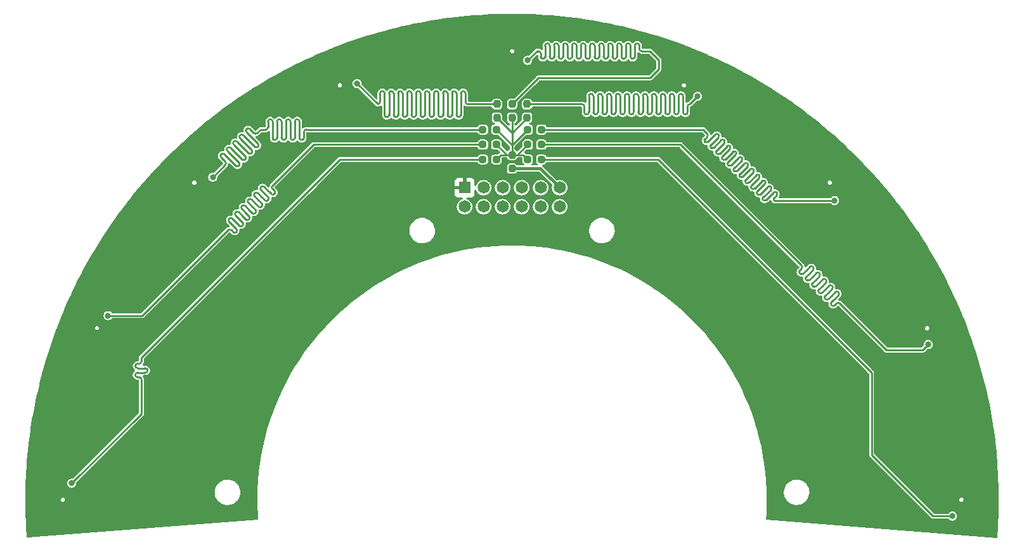
<source format=gbr>
%TF.GenerationSoftware,KiCad,Pcbnew,7.0.1*%
%TF.CreationDate,2023-05-12T16:10:07+02:00*%
%TF.ProjectId,SenseU_Microphoneboard,53656e73-6555-45f4-9d69-63726f70686f,rev?*%
%TF.SameCoordinates,Original*%
%TF.FileFunction,Copper,L1,Top*%
%TF.FilePolarity,Positive*%
%FSLAX46Y46*%
G04 Gerber Fmt 4.6, Leading zero omitted, Abs format (unit mm)*
G04 Created by KiCad (PCBNEW 7.0.1) date 2023-05-12 16:10:07*
%MOMM*%
%LPD*%
G01*
G04 APERTURE LIST*
G04 Aperture macros list*
%AMRoundRect*
0 Rectangle with rounded corners*
0 $1 Rounding radius*
0 $2 $3 $4 $5 $6 $7 $8 $9 X,Y pos of 4 corners*
0 Add a 4 corners polygon primitive as box body*
4,1,4,$2,$3,$4,$5,$6,$7,$8,$9,$2,$3,0*
0 Add four circle primitives for the rounded corners*
1,1,$1+$1,$2,$3*
1,1,$1+$1,$4,$5*
1,1,$1+$1,$6,$7*
1,1,$1+$1,$8,$9*
0 Add four rect primitives between the rounded corners*
20,1,$1+$1,$2,$3,$4,$5,0*
20,1,$1+$1,$4,$5,$6,$7,0*
20,1,$1+$1,$6,$7,$8,$9,0*
20,1,$1+$1,$8,$9,$2,$3,0*%
G04 Aperture macros list end*
%TA.AperFunction,SMDPad,CuDef*%
%ADD10RoundRect,0.237500X-0.250000X-0.237500X0.250000X-0.237500X0.250000X0.237500X-0.250000X0.237500X0*%
%TD*%
%TA.AperFunction,SMDPad,CuDef*%
%ADD11RoundRect,0.237500X0.237500X-0.250000X0.237500X0.250000X-0.237500X0.250000X-0.237500X-0.250000X0*%
%TD*%
%TA.AperFunction,SMDPad,CuDef*%
%ADD12RoundRect,0.237500X0.250000X0.237500X-0.250000X0.237500X-0.250000X-0.237500X0.250000X-0.237500X0*%
%TD*%
%TA.AperFunction,SMDPad,CuDef*%
%ADD13RoundRect,0.237500X-0.237500X0.250000X-0.237500X-0.250000X0.237500X-0.250000X0.237500X0.250000X0*%
%TD*%
%TA.AperFunction,ComponentPad*%
%ADD14R,1.650000X1.650000*%
%TD*%
%TA.AperFunction,ComponentPad*%
%ADD15C,1.650000*%
%TD*%
%TA.AperFunction,ViaPad*%
%ADD16C,0.800000*%
%TD*%
%TA.AperFunction,Conductor*%
%ADD17C,0.250000*%
%TD*%
%TA.AperFunction,Conductor*%
%ADD18C,0.400000*%
%TD*%
G04 APERTURE END LIST*
D10*
%TO.P,R10,1*%
%TO.N,CLK*%
X102087500Y-74500000D03*
%TO.P,R10,2*%
%TO.N,CLK-9*%
X103912500Y-74500000D03*
%TD*%
D11*
%TO.P,R6,1*%
%TO.N,CLK*%
X100000000Y-68912500D03*
%TO.P,R6,2*%
%TO.N,CLK-5*%
X100000000Y-67087500D03*
%TD*%
%TO.P,R5,1*%
%TO.N,CLK*%
X97990000Y-68912500D03*
%TO.P,R5,2*%
%TO.N,CLK-4*%
X97990000Y-67087500D03*
%TD*%
D10*
%TO.P,R9,1*%
%TO.N,CLK*%
X102087498Y-72500000D03*
%TO.P,R9,2*%
%TO.N,CLK-8*%
X103912498Y-72500000D03*
%TD*%
D11*
%TO.P,R7,1*%
%TO.N,CLK*%
X101990000Y-68912500D03*
%TO.P,R7,2*%
%TO.N,CLK-6*%
X101990000Y-67087500D03*
%TD*%
D10*
%TO.P,R8,1*%
%TO.N,CLK*%
X102087501Y-70500000D03*
%TO.P,R8,2*%
%TO.N,CLK-7*%
X103912501Y-70500000D03*
%TD*%
D12*
%TO.P,R2,1*%
%TO.N,CLK*%
X97912500Y-74500000D03*
%TO.P,R2,2*%
%TO.N,CLK-1*%
X96087500Y-74500000D03*
%TD*%
%TO.P,R3,1*%
%TO.N,CLK*%
X97912500Y-72500000D03*
%TO.P,R3,2*%
%TO.N,CLK-2*%
X96087500Y-72500000D03*
%TD*%
%TO.P,R4,1*%
%TO.N,CLK*%
X97912500Y-70500000D03*
%TO.P,R4,2*%
%TO.N,CLK-3*%
X96087500Y-70500000D03*
%TD*%
D13*
%TO.P,R1,1*%
%TO.N,CLK*%
X100000000Y-73875000D03*
%TO.P,R1,2*%
%TO.N,Net-(J1-CLK)*%
X100000000Y-75700000D03*
%TD*%
D14*
%TO.P,J1,1,VCC*%
%TO.N,3.3V*%
X93650000Y-78267500D03*
D15*
%TO.P,J1,2,GND*%
%TO.N,GND*%
X93650000Y-80807500D03*
%TO.P,J1,3,D2*%
%TO.N,PDM-2*%
X96190000Y-78267500D03*
%TO.P,J1,4,D1*%
%TO.N,PDM-1*%
X96190000Y-80807500D03*
%TO.P,J1,5,D4*%
%TO.N,PDM-4*%
X98730000Y-78267500D03*
%TO.P,J1,6,D3*%
%TO.N,PDM-3*%
X98730000Y-80807500D03*
%TO.P,J1,7,D6*%
%TO.N,PDM-6*%
X101270000Y-78267500D03*
%TO.P,J1,8,D5*%
%TO.N,PDM-5*%
X101270000Y-80807500D03*
%TO.P,J1,9,D8*%
%TO.N,PDM-8*%
X103810000Y-78267500D03*
%TO.P,J1,10,D7*%
%TO.N,PDM-7*%
X103810000Y-80807500D03*
%TO.P,J1,11,CLK*%
%TO.N,Net-(J1-CLK)*%
X106350000Y-78267500D03*
%TO.P,J1,12,D9*%
%TO.N,PDM-9*%
X106350000Y-80807500D03*
%TD*%
D16*
%TO.N,3.3V*%
X61750000Y-78500000D03*
X153000000Y-100750000D03*
X141500000Y-81500000D03*
X78000000Y-68000000D03*
X123992188Y-68740384D03*
X99500000Y-63500000D03*
X43500000Y-117750000D03*
X156500000Y-123000000D03*
X48750000Y-96250000D03*
%TO.N,CLK-1*%
X41200000Y-117800000D03*
%TO.N,CLK-2*%
X46050000Y-95375000D03*
%TO.N,CLK-3*%
X60025000Y-76875000D03*
%TO.N,CLK-4*%
X79300000Y-64325000D03*
%TO.N,CLK-5*%
X102075000Y-61250000D03*
%TO.N,CLK-6*%
X124775000Y-66050000D03*
%TO.N,CLK-7*%
X143050000Y-79975000D03*
%TO.N,CLK-8*%
X155550000Y-99250000D03*
%TO.N,CLK-9*%
X158800000Y-122200000D03*
%TD*%
D17*
%TO.N,CLK*%
X100000000Y-72587501D02*
X100000000Y-73875000D01*
X99287500Y-73875000D02*
X97912500Y-72500000D01*
X100000000Y-73875000D02*
X100000000Y-70902500D01*
X100000000Y-73875000D02*
X99287500Y-73875000D01*
X101462500Y-73875000D02*
X102087500Y-74500000D01*
X100000000Y-70922500D02*
X97990000Y-68912500D01*
X100712498Y-73875000D02*
X102087498Y-72500000D01*
X100000000Y-73875000D02*
X101462500Y-73875000D01*
X100000000Y-73875000D02*
X100000000Y-70922500D01*
X102087501Y-70500000D02*
X100000000Y-72587501D01*
X98537500Y-73875000D02*
X97912500Y-74500000D01*
X100000000Y-70902500D02*
X101990000Y-68912500D01*
X100000000Y-73875000D02*
X98537500Y-73875000D01*
X100000000Y-72587500D02*
X97912500Y-70500000D01*
X100000000Y-73875000D02*
X100000000Y-72587500D01*
X100000000Y-73875000D02*
X100000000Y-68912500D01*
X100000000Y-73875000D02*
X100712498Y-73875000D01*
D18*
%TO.N,Net-(J1-CLK)*%
X103782500Y-75700000D02*
X106350000Y-78267500D01*
X100000000Y-75700000D02*
X103782500Y-75700000D01*
D17*
%TO.N,CLK-1*%
X96087500Y-74500000D02*
X77000000Y-74500000D01*
X50500000Y-101000000D02*
X50500000Y-101500000D01*
X50200000Y-102400000D02*
X51019153Y-102400000D01*
X77000000Y-74500000D02*
X50500000Y-101000000D01*
X49980853Y-103600000D02*
X50200000Y-103600000D01*
X50500000Y-103000000D02*
X49980853Y-103000000D01*
X49980850Y-102400000D02*
X50200000Y-102400000D01*
X51019153Y-103000000D02*
X50500000Y-103000000D01*
X50500000Y-107465775D02*
X50500000Y-108500000D01*
X50500000Y-108500000D02*
X41200000Y-117800000D01*
X50500000Y-103900000D02*
X50500000Y-107465775D01*
X50200000Y-101800000D02*
X49980850Y-101800000D01*
X50200000Y-101800000D02*
G75*
G03*
X50500000Y-101500000I0J300000D01*
G01*
X49680900Y-102100000D02*
G75*
G03*
X49980850Y-102400000I300000J0D01*
G01*
X49980850Y-101799950D02*
G75*
G03*
X49680850Y-102100000I50J-300050D01*
G01*
X51319200Y-102700000D02*
G75*
G03*
X51019153Y-102400000I-300000J0D01*
G01*
X50500000Y-103900000D02*
G75*
G03*
X50200000Y-103600000I-300000J0D01*
G01*
X49980853Y-102999953D02*
G75*
G03*
X49680853Y-103300000I47J-300047D01*
G01*
X51019153Y-102999953D02*
G75*
G03*
X51319153Y-102700000I47J299953D01*
G01*
X49680900Y-103300000D02*
G75*
G03*
X49980853Y-103600000I300000J0D01*
G01*
%TO.N,CLK-2*%
X68000000Y-78424266D02*
X67999999Y-78424266D01*
X63169790Y-84200658D02*
X63169788Y-84200661D01*
X66515075Y-79484927D02*
X66041990Y-79011842D01*
X50625000Y-95375000D02*
X46050000Y-95375000D01*
X64769198Y-80284634D02*
X65242281Y-80757717D01*
X65666547Y-80333455D02*
X65193462Y-79860370D01*
X65291110Y-81655074D02*
X64818019Y-81181983D01*
X66466221Y-78587546D02*
X66939336Y-79060661D01*
X63969491Y-82030511D02*
X63496406Y-81557426D01*
X68260950Y-79109480D02*
X68260948Y-79109483D01*
X67836684Y-79109483D02*
X67575735Y-78848534D01*
X64818019Y-81181983D02*
X64344958Y-80708922D01*
X65242281Y-80757717D02*
X65715374Y-81230810D01*
X66139638Y-80806546D02*
X65666547Y-80333455D01*
X62223614Y-82830218D02*
X62696697Y-83303301D01*
X68260950Y-79109481D02*
X68260950Y-79109480D01*
X62696697Y-83303301D02*
X63169790Y-83776394D01*
X67999999Y-78424266D02*
X68260949Y-78685216D01*
X64393753Y-81606245D02*
X64866846Y-82079338D01*
X66988166Y-79958018D02*
X66515075Y-79484927D01*
X66939336Y-79060661D02*
X67412430Y-79533754D01*
X67363602Y-78636398D02*
X66890486Y-78163282D01*
X67363602Y-78636401D02*
X67363602Y-78636398D01*
X63545225Y-82454773D02*
X64018318Y-82927866D01*
X66466222Y-78163282D02*
X66466221Y-78163282D01*
X63120963Y-82879039D02*
X62647878Y-82405954D01*
X63594054Y-83352130D02*
X63120963Y-82879039D01*
X62060300Y-83939701D02*
X50625000Y-95375000D01*
X66090809Y-79909189D02*
X66563902Y-80382282D01*
X67575735Y-78848534D02*
X67363602Y-78636401D01*
X62060301Y-83939702D02*
X62060300Y-83939701D01*
X64442582Y-82503602D02*
X63969491Y-82030511D01*
X96087500Y-72500000D02*
X73500000Y-72500000D01*
X63072142Y-81981690D02*
X63545225Y-82454773D01*
X62745524Y-84200661D02*
X62484565Y-83939702D01*
X73500000Y-72500000D02*
X68000000Y-78000000D01*
X63920694Y-81133186D02*
X64393753Y-81606245D01*
X65617726Y-79436106D02*
X66090809Y-79909189D01*
X66890485Y-78163283D02*
G75*
G03*
X66466223Y-78163283I-212131J-212131D01*
G01*
X66041989Y-79011843D02*
G75*
G03*
X65617727Y-79011843I-212131J-212131D01*
G01*
X62484564Y-83939703D02*
G75*
G03*
X62060302Y-83939703I-212131J-212131D01*
G01*
X63920740Y-80708968D02*
G75*
G03*
X63920694Y-81133186I212060J-212132D01*
G01*
X65193461Y-79860371D02*
G75*
G03*
X64769199Y-79860371I-212131J-212131D01*
G01*
X63169763Y-84200631D02*
G75*
G03*
X63169789Y-83776395I-212063J212131D01*
G01*
X62647877Y-82405955D02*
G75*
G03*
X62223615Y-82405955I-212131J-212131D01*
G01*
X65617752Y-79011868D02*
G75*
G03*
X65617726Y-79436106I212148J-212132D01*
G01*
X67412444Y-79958032D02*
G75*
G03*
X67412430Y-79533754I-212144J212132D01*
G01*
X62745525Y-84200660D02*
G75*
G03*
X63169787Y-84200660I212131J212131D01*
G01*
X64018320Y-83352132D02*
G75*
G03*
X64018318Y-82927866I-212120J212132D01*
G01*
X66139639Y-80806545D02*
G75*
G03*
X66563901Y-80806545I212131J212131D01*
G01*
X66988167Y-79958017D02*
G75*
G03*
X67412429Y-79958017I212131J212131D01*
G01*
X63496405Y-81557427D02*
G75*
G03*
X63072143Y-81557427I-212131J-212131D01*
G01*
X67836685Y-79109482D02*
G75*
G03*
X68260947Y-79109482I212131J212131D01*
G01*
X64442583Y-82503601D02*
G75*
G03*
X64866845Y-82503601I212131J212131D01*
G01*
X64344957Y-80708923D02*
G75*
G03*
X63920695Y-80708923I-212131J-212131D01*
G01*
X63072184Y-81557468D02*
G75*
G03*
X63072142Y-81981690I212116J-212132D01*
G01*
X64866876Y-82503632D02*
G75*
G03*
X64866846Y-82079338I-212176J212132D01*
G01*
X67999967Y-77999967D02*
G75*
G03*
X68000000Y-78424266I212133J-212133D01*
G01*
X66466207Y-78163268D02*
G75*
G03*
X66466221Y-78587546I212193J-212132D01*
G01*
X68260901Y-79109432D02*
G75*
G03*
X68260949Y-78685216I-212101J212132D01*
G01*
X62223628Y-82405968D02*
G75*
G03*
X62223614Y-82830218I212072J-212132D01*
G01*
X65715331Y-81655031D02*
G75*
G03*
X65715373Y-81230811I-212131J212131D01*
G01*
X64769196Y-79860368D02*
G75*
G03*
X64769198Y-80284634I212104J-212132D01*
G01*
X66563887Y-80806531D02*
G75*
G03*
X66563901Y-80382283I-212087J212131D01*
G01*
X63594055Y-83352129D02*
G75*
G03*
X64018317Y-83352129I212131J212131D01*
G01*
X65291111Y-81655073D02*
G75*
G03*
X65715373Y-81655073I212131J212131D01*
G01*
%TO.N,CLK-3*%
X69800000Y-69409913D02*
X69800000Y-70500000D01*
X65516116Y-70959619D02*
X64957453Y-70400956D01*
X62758399Y-74141599D02*
X63529217Y-74912417D01*
X63684661Y-71673749D02*
X64455455Y-72444543D01*
X61139056Y-74219313D02*
X61697738Y-74777995D01*
X64801965Y-73639581D02*
X64031193Y-72868809D01*
X62836107Y-72522251D02*
X63606927Y-73293071D01*
X61697738Y-75202259D02*
X61697739Y-75202260D01*
X64533189Y-70400956D02*
X64533188Y-70400956D01*
X68600000Y-70500000D02*
X68600000Y-71590068D01*
X71600000Y-71590087D02*
X71600000Y-70800000D01*
X69800000Y-70500000D02*
X69800000Y-71590068D01*
X63182665Y-73717337D02*
X62411869Y-72946541D01*
X61697739Y-75202260D02*
X60025000Y-76875000D01*
X64031193Y-72868809D02*
X63260371Y-72097987D01*
X65516115Y-70959619D02*
X65516116Y-70959619D01*
X70400000Y-71590087D02*
X70400000Y-70500000D01*
X96087500Y-70500000D02*
X72500000Y-70500000D01*
X64455455Y-72444543D02*
X65226229Y-73215317D01*
X64533188Y-70825220D02*
X65091850Y-71383882D01*
X64879721Y-72020281D02*
X64108925Y-71249485D01*
X61139057Y-73795049D02*
X61139056Y-73795049D01*
X62334137Y-74565865D02*
X61563321Y-73795049D01*
X63606927Y-73293071D02*
X64377768Y-74063912D01*
X67100000Y-70500000D02*
X66400000Y-70500000D01*
X68600000Y-69409913D02*
X68600000Y-70500000D01*
X69200000Y-71590068D02*
X69200000Y-70500000D01*
X71000000Y-70500000D02*
X71000000Y-71590087D01*
X71000000Y-69409913D02*
X71000000Y-70500000D01*
X69200000Y-70500000D02*
X69200000Y-69409913D01*
X65650521Y-72791081D02*
X64879721Y-72020281D01*
X63104953Y-75336681D02*
X62334137Y-74565865D01*
X70400000Y-70500000D02*
X70400000Y-69409913D01*
X63953504Y-74488176D02*
X63182665Y-73717337D01*
X72200000Y-70800000D02*
X72200000Y-71590087D01*
X67400000Y-69409932D02*
X67400000Y-70200000D01*
X65091850Y-71383882D02*
X66074785Y-72366817D01*
X68000000Y-71590068D02*
X68000000Y-70500000D01*
X66400000Y-70500000D02*
X65940381Y-70959619D01*
X71600000Y-70800000D02*
X71600000Y-69409913D01*
X68000000Y-70500000D02*
X68000000Y-69409932D01*
X61987605Y-73370805D02*
X62758399Y-74141599D01*
X63684645Y-71249469D02*
G75*
G03*
X63684662Y-71673748I212155J-212131D01*
G01*
X71300000Y-69109900D02*
G75*
G03*
X71000000Y-69409913I0J-300000D01*
G01*
X65516115Y-70959619D02*
G75*
G03*
X65940381Y-70959619I212133J212134D01*
G01*
X63104954Y-75336680D02*
G75*
G03*
X63529216Y-75336680I212131J212131D01*
G01*
X65650522Y-72791080D02*
G75*
G03*
X66074784Y-72791080I212131J212131D01*
G01*
X64801966Y-73639580D02*
G75*
G03*
X65226228Y-73639580I212131J212131D01*
G01*
X70400013Y-71590087D02*
G75*
G03*
X70700000Y-71890087I299987J-13D01*
G01*
X68300000Y-71890100D02*
G75*
G03*
X68600000Y-71590068I0J300000D01*
G01*
X69500000Y-71890100D02*
G75*
G03*
X69800000Y-71590068I0J300000D01*
G01*
X64108924Y-71249486D02*
G75*
G03*
X63684662Y-71249486I-212131J-212131D01*
G01*
X68900000Y-69109900D02*
G75*
G03*
X68600000Y-69409913I0J-300000D01*
G01*
X69200032Y-71590068D02*
G75*
G03*
X69500000Y-71890068I299968J-32D01*
G01*
X61563320Y-73795050D02*
G75*
G03*
X61139058Y-73795050I-212131J-212131D01*
G01*
X67700000Y-69109900D02*
G75*
G03*
X67400000Y-69409932I0J-300000D01*
G01*
X68000032Y-71590068D02*
G75*
G03*
X68300000Y-71890068I299968J-32D01*
G01*
X66074736Y-72791032D02*
G75*
G03*
X66074785Y-72366817I-212036J212132D01*
G01*
X61697711Y-75202232D02*
G75*
G03*
X61697738Y-74777995I-212111J212132D01*
G01*
X71599987Y-69409913D02*
G75*
G03*
X71300000Y-69109913I-299987J13D01*
G01*
X70700000Y-71890100D02*
G75*
G03*
X71000000Y-71590087I0J300000D01*
G01*
X70399987Y-69409913D02*
G75*
G03*
X70100000Y-69109913I-299987J13D01*
G01*
X62411868Y-72946542D02*
G75*
G03*
X61987606Y-72946542I-212131J-212131D01*
G01*
X64533200Y-70400968D02*
G75*
G03*
X64533188Y-70825220I212100J-212132D01*
G01*
X64377724Y-74488132D02*
G75*
G03*
X64377768Y-74063912I-212124J212132D01*
G01*
X61987632Y-72946568D02*
G75*
G03*
X61987605Y-73370805I212068J-212132D01*
G01*
X71600013Y-71590087D02*
G75*
G03*
X71900000Y-71890087I299987J-13D01*
G01*
X67999968Y-69409932D02*
G75*
G03*
X67700000Y-69109932I-299968J32D01*
G01*
X71900000Y-71890100D02*
G75*
G03*
X72200000Y-71590087I0J300000D01*
G01*
X63260370Y-72097988D02*
G75*
G03*
X62836108Y-72097988I-212131J-212131D01*
G01*
X70100000Y-69109900D02*
G75*
G03*
X69800000Y-69409913I0J-300000D01*
G01*
X63953505Y-74488175D02*
G75*
G03*
X64377767Y-74488175I212131J212131D01*
G01*
X69199987Y-69409913D02*
G75*
G03*
X68900000Y-69109913I-299987J13D01*
G01*
X64957452Y-70400957D02*
G75*
G03*
X64533190Y-70400957I-212131J-212131D01*
G01*
X67100000Y-70500000D02*
G75*
G03*
X67400000Y-70200000I0J300000D01*
G01*
X62836089Y-72097969D02*
G75*
G03*
X62836108Y-72522250I212111J-212131D01*
G01*
X63529168Y-75336631D02*
G75*
G03*
X63529217Y-74912417I-212068J212131D01*
G01*
X72500000Y-70500000D02*
G75*
G03*
X72200000Y-70800000I0J-300000D01*
G01*
X65226180Y-73639532D02*
G75*
G03*
X65226229Y-73215317I-212080J212132D01*
G01*
X61139075Y-73795068D02*
G75*
G03*
X61139056Y-74219313I212125J-212132D01*
G01*
%TO.N,CLK-4*%
X84162500Y-65642674D02*
X84162500Y-67087500D01*
X88962500Y-67087500D02*
X88962500Y-68532326D01*
X83562500Y-67087500D02*
X83562500Y-65642674D01*
X90762500Y-67087500D02*
X90762500Y-65642651D01*
X87762500Y-65642674D02*
X87762500Y-67087500D01*
X82362500Y-66787500D02*
X82362500Y-65642674D01*
X87762500Y-67087500D02*
X87762500Y-68532326D01*
X84762500Y-67087500D02*
X84762500Y-65642674D01*
X85962500Y-67087500D02*
X85962500Y-65642674D01*
X88362500Y-67087500D02*
X88362500Y-65642651D01*
X90162500Y-65642651D02*
X90162500Y-67087500D01*
X93162500Y-68532326D02*
X93162500Y-67087500D01*
X91362500Y-65642651D02*
X91362500Y-67087500D01*
X82962500Y-66787500D02*
X82962500Y-68532326D01*
X88362500Y-68532326D02*
X88362500Y-67087500D01*
X79300000Y-64325000D02*
X82062500Y-67087500D01*
X83562500Y-68532326D02*
X83562500Y-67087500D01*
X91362500Y-67087500D02*
X91362500Y-68532326D01*
X91962500Y-68532326D02*
X91962500Y-67087500D01*
X88962500Y-65642651D02*
X88962500Y-67087500D01*
X84162500Y-67087500D02*
X84162500Y-68532326D01*
X92562500Y-67087500D02*
X92562500Y-68532326D01*
X94062500Y-67087500D02*
X94902828Y-67087500D01*
X85362500Y-67087500D02*
X85362500Y-68532326D01*
X89562500Y-67087500D02*
X89562500Y-65642651D01*
X92562500Y-65642651D02*
X92562500Y-67087500D01*
X90762500Y-68532326D02*
X90762500Y-67087500D01*
X93162500Y-67087500D02*
X93162500Y-65642651D01*
X84762500Y-68532326D02*
X84762500Y-67087500D01*
X85962500Y-68532326D02*
X85962500Y-67087500D01*
X82962500Y-65642674D02*
X82962500Y-66787500D01*
X94902828Y-67087500D02*
X97990000Y-67087500D01*
X89562500Y-68532326D02*
X89562500Y-67087500D01*
X93762500Y-65642651D02*
X93762500Y-66787500D01*
X85362500Y-65642674D02*
X85362500Y-67087500D01*
X90162500Y-67087500D02*
X90162500Y-68532326D01*
X87162500Y-68532326D02*
X87162500Y-67087500D01*
X86562500Y-65642674D02*
X86562500Y-67087500D01*
X87162500Y-67087500D02*
X87162500Y-65642674D01*
X91962500Y-67087500D02*
X91962500Y-65642651D01*
X86562500Y-67087500D02*
X86562500Y-68532326D01*
X85062500Y-65342700D02*
G75*
G03*
X84762500Y-65642674I0J-300000D01*
G01*
X83862500Y-65342700D02*
G75*
G03*
X83562500Y-65642674I0J-300000D01*
G01*
X86262500Y-65342700D02*
G75*
G03*
X85962500Y-65642674I0J-300000D01*
G01*
X92862500Y-68832300D02*
G75*
G03*
X93162500Y-68532326I0J300000D01*
G01*
X82662500Y-65342700D02*
G75*
G03*
X82362500Y-65642674I0J-300000D01*
G01*
X83262500Y-68832300D02*
G75*
G03*
X83562500Y-68532326I0J300000D01*
G01*
X91662500Y-68832300D02*
G75*
G03*
X91962500Y-68532326I0J300000D01*
G01*
X84162474Y-68532326D02*
G75*
G03*
X84462500Y-68832326I300026J26D01*
G01*
X85662500Y-68832300D02*
G75*
G03*
X85962500Y-68532326I0J300000D01*
G01*
X82062500Y-67087500D02*
G75*
G03*
X82362500Y-66787500I0J300000D01*
G01*
X92562474Y-68532326D02*
G75*
G03*
X92862500Y-68832326I300026J26D01*
G01*
X92562549Y-65642651D02*
G75*
G03*
X92262500Y-65342651I-300049J-49D01*
G01*
X82962474Y-68532326D02*
G75*
G03*
X83262500Y-68832326I300026J26D01*
G01*
X87462500Y-65342700D02*
G75*
G03*
X87162500Y-65642674I0J-300000D01*
G01*
X86562474Y-68532326D02*
G75*
G03*
X86862500Y-68832326I300026J26D01*
G01*
X85362474Y-68532326D02*
G75*
G03*
X85662500Y-68832326I300026J26D01*
G01*
X93762500Y-66787500D02*
G75*
G03*
X94062500Y-67087500I300000J0D01*
G01*
X93462500Y-65342700D02*
G75*
G03*
X93162500Y-65642651I0J-300000D01*
G01*
X90462500Y-68832300D02*
G75*
G03*
X90762500Y-68532326I0J300000D01*
G01*
X86862500Y-68832300D02*
G75*
G03*
X87162500Y-68532326I0J300000D01*
G01*
X84462500Y-68832300D02*
G75*
G03*
X84762500Y-68532326I0J300000D01*
G01*
X88962549Y-65642651D02*
G75*
G03*
X88662500Y-65342651I-300049J-49D01*
G01*
X89862500Y-65342700D02*
G75*
G03*
X89562500Y-65642651I0J-300000D01*
G01*
X93762549Y-65642651D02*
G75*
G03*
X93462500Y-65342651I-300049J-49D01*
G01*
X87762474Y-68532326D02*
G75*
G03*
X88062500Y-68832326I300026J26D01*
G01*
X85362526Y-65642674D02*
G75*
G03*
X85062500Y-65342674I-300026J-26D01*
G01*
X91362549Y-65642651D02*
G75*
G03*
X91062500Y-65342651I-300049J-49D01*
G01*
X90162474Y-68532326D02*
G75*
G03*
X90462500Y-68832326I300026J26D01*
G01*
X88662500Y-65342700D02*
G75*
G03*
X88362500Y-65642651I0J-300000D01*
G01*
X82962526Y-65642674D02*
G75*
G03*
X82662500Y-65342674I-300026J-26D01*
G01*
X88062500Y-68832300D02*
G75*
G03*
X88362500Y-68532326I0J300000D01*
G01*
X87762526Y-65642674D02*
G75*
G03*
X87462500Y-65342674I-300026J-26D01*
G01*
X90162549Y-65642651D02*
G75*
G03*
X89862500Y-65342651I-300049J-49D01*
G01*
X84162526Y-65642674D02*
G75*
G03*
X83862500Y-65342674I-300026J-26D01*
G01*
X91062500Y-65342700D02*
G75*
G03*
X90762500Y-65642651I0J-300000D01*
G01*
X91362474Y-68532326D02*
G75*
G03*
X91662500Y-68832326I300026J26D01*
G01*
X88962474Y-68532326D02*
G75*
G03*
X89262500Y-68832326I300026J26D01*
G01*
X92262500Y-65342700D02*
G75*
G03*
X91962500Y-65642651I0J-300000D01*
G01*
X89262500Y-68832300D02*
G75*
G03*
X89562500Y-68532326I0J300000D01*
G01*
X86562526Y-65642674D02*
G75*
G03*
X86262500Y-65342674I-300026J-26D01*
G01*
%TO.N,CLK-5*%
X107400000Y-59257460D02*
X107400000Y-60000000D01*
X118188672Y-60000000D02*
X118400000Y-60000000D01*
X105000000Y-60000000D02*
X105000000Y-60742540D01*
X107400000Y-60000000D02*
X107400000Y-60742540D01*
X108600000Y-60000000D02*
X108600000Y-60742540D01*
X109200000Y-60742540D02*
X109200000Y-60000000D01*
X115800000Y-59257448D02*
X115800000Y-60000000D01*
X112200000Y-59257454D02*
X112200000Y-60000000D01*
X108000000Y-60742540D02*
X108000000Y-60000000D01*
X116400000Y-60000000D02*
X116400000Y-59257448D01*
X103800000Y-60300000D02*
X103800000Y-60742540D01*
X108600000Y-59257460D02*
X108600000Y-60000000D01*
X119600000Y-61200000D02*
X119600000Y-62400000D01*
X112800000Y-60000000D02*
X112800000Y-59257454D01*
X114600000Y-60000000D02*
X114600000Y-60742550D01*
X117000000Y-59257448D02*
X117000000Y-59700000D01*
X112200000Y-60000000D02*
X112200000Y-60742546D01*
X115200000Y-60000000D02*
X115200000Y-59257448D01*
X114000000Y-60742546D02*
X114000000Y-60000000D01*
X104400000Y-60300000D02*
X104400000Y-59257460D01*
X103325000Y-60000000D02*
X103500000Y-60000000D01*
X111600000Y-60000000D02*
X111600000Y-59257454D01*
X111000000Y-60000000D02*
X111000000Y-60742546D01*
X116400000Y-60742550D02*
X116400000Y-60000000D01*
X103487500Y-63600000D02*
X100000000Y-67087500D01*
X105000000Y-59257460D02*
X105000000Y-60000000D01*
X105600000Y-60742540D02*
X105600000Y-60000000D01*
X115800000Y-60000000D02*
X115800000Y-60742550D01*
X118400000Y-60000000D02*
X119600000Y-61200000D01*
X118400000Y-63600000D02*
X103487500Y-63600000D01*
X115200000Y-60742550D02*
X115200000Y-60000000D01*
X105600000Y-60000000D02*
X105600000Y-59257460D01*
X104400000Y-60742540D02*
X104400000Y-60300000D01*
X119600000Y-62400000D02*
X118400000Y-63600000D01*
X106800000Y-60742540D02*
X106800000Y-60000000D01*
X106200000Y-59257460D02*
X106200000Y-60000000D01*
X110400000Y-60742540D02*
X110400000Y-60000000D01*
X111000000Y-59257454D02*
X111000000Y-60000000D01*
X102075000Y-61250000D02*
X103325000Y-60000000D01*
X109200000Y-60000000D02*
X109200000Y-59257460D01*
X112800000Y-60742546D02*
X112800000Y-60000000D01*
X113400000Y-59257454D02*
X113400000Y-60000000D01*
X117300000Y-60000000D02*
X118188672Y-60000000D01*
X114000000Y-60000000D02*
X114000000Y-59257451D01*
X109800000Y-60000000D02*
X109800000Y-60742540D01*
X108000000Y-60000000D02*
X108000000Y-59257460D01*
X109800000Y-59257460D02*
X109800000Y-60000000D01*
X106200000Y-60000000D02*
X106200000Y-60742540D01*
X111600000Y-60742546D02*
X111600000Y-60000000D01*
X113400000Y-60000000D02*
X113400000Y-60742546D01*
X110400000Y-60000000D02*
X110400000Y-59257454D01*
X106800000Y-60000000D02*
X106800000Y-59257460D01*
X114600000Y-59257451D02*
X114600000Y-60000000D01*
X117000000Y-59700000D02*
G75*
G03*
X117300000Y-60000000I300000J0D01*
G01*
X116999952Y-59257448D02*
G75*
G03*
X116700000Y-58957448I-299952J48D01*
G01*
X106199960Y-60742540D02*
G75*
G03*
X106500000Y-61042540I300040J40D01*
G01*
X104100000Y-61042500D02*
G75*
G03*
X104400000Y-60742540I0J300000D01*
G01*
X108900000Y-61042500D02*
G75*
G03*
X109200000Y-60742540I0J300000D01*
G01*
X104999960Y-60742540D02*
G75*
G03*
X105300000Y-61042540I300040J40D01*
G01*
X112200046Y-59257454D02*
G75*
G03*
X111900000Y-58957454I-300046J-46D01*
G01*
X109500000Y-58957500D02*
G75*
G03*
X109200000Y-59257460I0J-300000D01*
G01*
X103800000Y-60300000D02*
G75*
G03*
X103500000Y-60000000I-300000J0D01*
G01*
X107700000Y-61042500D02*
G75*
G03*
X108000000Y-60742540I0J300000D01*
G01*
X114600049Y-59257451D02*
G75*
G03*
X114300000Y-58957451I-300049J-49D01*
G01*
X109799960Y-60742540D02*
G75*
G03*
X110100000Y-61042540I300040J40D01*
G01*
X108600040Y-59257460D02*
G75*
G03*
X108300000Y-58957460I-300040J-40D01*
G01*
X116100000Y-61042500D02*
G75*
G03*
X116400000Y-60742550I0J300000D01*
G01*
X114300000Y-58957500D02*
G75*
G03*
X114000000Y-59257451I0J-300000D01*
G01*
X107100000Y-58957500D02*
G75*
G03*
X106800000Y-59257460I0J-300000D01*
G01*
X110700000Y-58957500D02*
G75*
G03*
X110400000Y-59257454I0J-300000D01*
G01*
X106200040Y-59257460D02*
G75*
G03*
X105900000Y-58957460I-300040J-40D01*
G01*
X111900000Y-58957500D02*
G75*
G03*
X111600000Y-59257454I0J-300000D01*
G01*
X110100000Y-61042500D02*
G75*
G03*
X110400000Y-60742540I0J300000D01*
G01*
X113700000Y-61042500D02*
G75*
G03*
X114000000Y-60742546I0J300000D01*
G01*
X115799950Y-60742550D02*
G75*
G03*
X116100000Y-61042550I300050J50D01*
G01*
X113399954Y-60742546D02*
G75*
G03*
X113700000Y-61042546I300046J46D01*
G01*
X111000046Y-59257454D02*
G75*
G03*
X110700000Y-58957454I-300046J-46D01*
G01*
X104700000Y-58957500D02*
G75*
G03*
X104400000Y-59257460I0J-300000D01*
G01*
X112199954Y-60742546D02*
G75*
G03*
X112500000Y-61042546I300046J46D01*
G01*
X108300000Y-58957500D02*
G75*
G03*
X108000000Y-59257460I0J-300000D01*
G01*
X115500000Y-58957400D02*
G75*
G03*
X115200000Y-59257448I0J-300000D01*
G01*
X105000040Y-59257460D02*
G75*
G03*
X104700000Y-58957460I-300040J-40D01*
G01*
X115799952Y-59257448D02*
G75*
G03*
X115500000Y-58957448I-299952J48D01*
G01*
X108599960Y-60742540D02*
G75*
G03*
X108900000Y-61042540I300040J40D01*
G01*
X106500000Y-61042500D02*
G75*
G03*
X106800000Y-60742540I0J300000D01*
G01*
X111300000Y-61042500D02*
G75*
G03*
X111600000Y-60742546I0J300000D01*
G01*
X112500000Y-61042500D02*
G75*
G03*
X112800000Y-60742546I0J300000D01*
G01*
X107399960Y-60742540D02*
G75*
G03*
X107700000Y-61042540I300040J40D01*
G01*
X103799960Y-60742540D02*
G75*
G03*
X104100000Y-61042540I300040J40D01*
G01*
X113100000Y-58957500D02*
G75*
G03*
X112800000Y-59257454I0J-300000D01*
G01*
X109800040Y-59257460D02*
G75*
G03*
X109500000Y-58957460I-300040J-40D01*
G01*
X114599950Y-60742550D02*
G75*
G03*
X114900000Y-61042550I300050J50D01*
G01*
X105900000Y-58957500D02*
G75*
G03*
X105600000Y-59257460I0J-300000D01*
G01*
X107400040Y-59257460D02*
G75*
G03*
X107100000Y-58957460I-300040J-40D01*
G01*
X114900000Y-61042500D02*
G75*
G03*
X115200000Y-60742550I0J300000D01*
G01*
X110999954Y-60742546D02*
G75*
G03*
X111300000Y-61042546I300046J46D01*
G01*
X116700000Y-58957400D02*
G75*
G03*
X116400000Y-59257448I0J-300000D01*
G01*
X105300000Y-61042500D02*
G75*
G03*
X105600000Y-60742540I0J300000D01*
G01*
X113400046Y-59257454D02*
G75*
G03*
X113100000Y-58957454I-300046J-46D01*
G01*
%TO.N,CLK-6*%
X109637500Y-68175653D02*
X109637500Y-67387500D01*
X112037500Y-68175651D02*
X112037500Y-67087500D01*
X116237500Y-65999349D02*
X116237500Y-67087500D01*
X113237500Y-68175651D02*
X113237500Y-67087500D01*
X108885344Y-67087500D02*
X101990000Y-67087500D01*
X118037500Y-67087500D02*
X118037500Y-65999349D01*
X114437500Y-67087500D02*
X114437500Y-65999349D01*
X115037500Y-65999349D02*
X115037500Y-67087500D01*
X122237500Y-65999350D02*
X122237500Y-67087500D01*
X110837500Y-67087500D02*
X110837500Y-65999350D01*
X113837500Y-67087500D02*
X113837500Y-68175651D01*
X120437500Y-67087500D02*
X120437500Y-65999349D01*
X112637500Y-67087500D02*
X112637500Y-68175651D01*
X115637500Y-67087500D02*
X115637500Y-65999349D01*
X118637500Y-67087500D02*
X118637500Y-68175650D01*
X124775000Y-66050000D02*
X123737500Y-67087500D01*
X113237500Y-67087500D02*
X113237500Y-65999350D01*
X122837500Y-67387500D02*
X122837500Y-65999350D01*
X112037500Y-67087500D02*
X112037500Y-65999350D01*
X121037500Y-67087500D02*
X121037500Y-68175650D01*
X121637500Y-68175650D02*
X121637500Y-67087500D01*
X118637500Y-65999349D02*
X118637500Y-67087500D01*
X117437500Y-65999349D02*
X117437500Y-67087500D01*
X117437500Y-67087500D02*
X117437500Y-68175650D01*
X110237500Y-67087500D02*
X110237500Y-68175653D01*
X111437500Y-65999350D02*
X111437500Y-67087500D01*
X119837500Y-65999349D02*
X119837500Y-67087500D01*
X110237500Y-65999350D02*
X110237500Y-67087500D01*
X115637500Y-68175650D02*
X115637500Y-67087500D01*
X120437500Y-68175650D02*
X120437500Y-67087500D01*
X118037500Y-68175650D02*
X118037500Y-67087500D01*
X119237500Y-67087500D02*
X119237500Y-65999349D01*
X119837500Y-67087500D02*
X119837500Y-68175650D01*
X122837500Y-68175650D02*
X122837500Y-67387500D01*
X116237500Y-67087500D02*
X116237500Y-68175650D01*
X121037500Y-65999350D02*
X121037500Y-67087500D01*
X121637500Y-67087500D02*
X121637500Y-65999350D01*
X116837500Y-68175650D02*
X116837500Y-67087500D01*
X123437500Y-67387500D02*
X123437500Y-68175650D01*
X110837500Y-68175651D02*
X110837500Y-67087500D01*
X112637500Y-65999350D02*
X112637500Y-67087500D01*
X122237500Y-67087500D02*
X122237500Y-68175650D01*
X115037500Y-67087500D02*
X115037500Y-68175650D01*
X119237500Y-68175650D02*
X119237500Y-67087500D01*
X113837500Y-65999349D02*
X113837500Y-67087500D01*
X111437500Y-67087500D02*
X111437500Y-68175651D01*
X109337500Y-67087500D02*
X108885344Y-67087500D01*
X114437500Y-68175650D02*
X114437500Y-67087500D01*
X116837500Y-67087500D02*
X116837500Y-65999349D01*
X122837450Y-68175650D02*
G75*
G03*
X123137500Y-68475650I300050J50D01*
G01*
X110837550Y-65999350D02*
G75*
G03*
X110537500Y-65699350I-300050J-50D01*
G01*
X109637500Y-67387500D02*
G75*
G03*
X109337500Y-67087500I-300000J0D01*
G01*
X115637451Y-65999349D02*
G75*
G03*
X115337500Y-65699349I-299951J49D01*
G01*
X113237549Y-68175651D02*
G75*
G03*
X113537500Y-68475651I299951J-49D01*
G01*
X115637450Y-68175650D02*
G75*
G03*
X115937500Y-68475650I300050J50D01*
G01*
X119537500Y-68475600D02*
G75*
G03*
X119837500Y-68175650I0J300000D01*
G01*
X114737500Y-68475600D02*
G75*
G03*
X115037500Y-68175650I0J300000D01*
G01*
X111737500Y-65699400D02*
G75*
G03*
X111437500Y-65999350I0J-300000D01*
G01*
X120437450Y-68175650D02*
G75*
G03*
X120737500Y-68475650I300050J50D01*
G01*
X121637450Y-68175650D02*
G75*
G03*
X121937500Y-68475650I300050J50D01*
G01*
X116837450Y-68175650D02*
G75*
G03*
X117137500Y-68475650I300050J50D01*
G01*
X116537500Y-65699300D02*
G75*
G03*
X116237500Y-65999349I0J-300000D01*
G01*
X114437451Y-65999349D02*
G75*
G03*
X114137500Y-65699349I-299951J49D01*
G01*
X114437450Y-68175650D02*
G75*
G03*
X114737500Y-68475650I300050J50D01*
G01*
X123137500Y-68475600D02*
G75*
G03*
X123437500Y-68175650I0J300000D01*
G01*
X120437451Y-65999349D02*
G75*
G03*
X120137500Y-65699349I-299951J49D01*
G01*
X117137500Y-68475600D02*
G75*
G03*
X117437500Y-68175650I0J300000D01*
G01*
X112037549Y-68175651D02*
G75*
G03*
X112337500Y-68475651I299951J-49D01*
G01*
X110537500Y-65699400D02*
G75*
G03*
X110237500Y-65999350I0J-300000D01*
G01*
X118937500Y-65699300D02*
G75*
G03*
X118637500Y-65999349I0J-300000D01*
G01*
X121937500Y-68475600D02*
G75*
G03*
X122237500Y-68175650I0J300000D01*
G01*
X111137500Y-68475700D02*
G75*
G03*
X111437500Y-68175651I0J300000D01*
G01*
X119237450Y-68175650D02*
G75*
G03*
X119537500Y-68475650I300050J50D01*
G01*
X115937500Y-68475600D02*
G75*
G03*
X116237500Y-68175650I0J300000D01*
G01*
X115337500Y-65699300D02*
G75*
G03*
X115037500Y-65999349I0J-300000D01*
G01*
X121637550Y-65999350D02*
G75*
G03*
X121337500Y-65699350I-300050J-50D01*
G01*
X123737500Y-67087500D02*
G75*
G03*
X123437500Y-67387500I0J-300000D01*
G01*
X114137500Y-65699300D02*
G75*
G03*
X113837500Y-65999349I0J-300000D01*
G01*
X112937500Y-65699400D02*
G75*
G03*
X112637500Y-65999350I0J-300000D01*
G01*
X113237550Y-65999350D02*
G75*
G03*
X112937500Y-65699350I-300050J-50D01*
G01*
X117737500Y-65699300D02*
G75*
G03*
X117437500Y-65999349I0J-300000D01*
G01*
X121337500Y-65699400D02*
G75*
G03*
X121037500Y-65999350I0J-300000D01*
G01*
X118037451Y-65999349D02*
G75*
G03*
X117737500Y-65699349I-299951J49D01*
G01*
X120737500Y-68475600D02*
G75*
G03*
X121037500Y-68175650I0J300000D01*
G01*
X122537500Y-65699400D02*
G75*
G03*
X122237500Y-65999350I0J-300000D01*
G01*
X112337500Y-68475700D02*
G75*
G03*
X112637500Y-68175651I0J300000D01*
G01*
X110837549Y-68175651D02*
G75*
G03*
X111137500Y-68475651I299951J-49D01*
G01*
X109937500Y-68475700D02*
G75*
G03*
X110237500Y-68175653I0J300000D01*
G01*
X113537500Y-68475700D02*
G75*
G03*
X113837500Y-68175651I0J300000D01*
G01*
X120137500Y-65699300D02*
G75*
G03*
X119837500Y-65999349I0J-300000D01*
G01*
X118037450Y-68175650D02*
G75*
G03*
X118337500Y-68475650I300050J50D01*
G01*
X109637547Y-68175653D02*
G75*
G03*
X109937500Y-68475653I299953J-47D01*
G01*
X112037550Y-65999350D02*
G75*
G03*
X111737500Y-65699350I-300050J-50D01*
G01*
X122837550Y-65999350D02*
G75*
G03*
X122537500Y-65699350I-300050J-50D01*
G01*
X116837451Y-65999349D02*
G75*
G03*
X116537500Y-65699349I-299951J49D01*
G01*
X119237451Y-65999349D02*
G75*
G03*
X118937500Y-65699349I-299951J49D01*
G01*
X118337500Y-68475600D02*
G75*
G03*
X118637500Y-68175650I0J300000D01*
G01*
%TO.N,CLK-7*%
X127920475Y-71912036D02*
X126912011Y-72920498D01*
X129634373Y-75642876D02*
X130642926Y-74634325D01*
X130254016Y-74245415D02*
X129245414Y-75254015D01*
X127300896Y-73309433D02*
X127300898Y-73309434D01*
X130412205Y-76809596D02*
X130412206Y-76809596D01*
X128582986Y-73582986D02*
X129087237Y-73078734D01*
X130254016Y-74245414D02*
X130254016Y-74245415D01*
X135309846Y-78912335D02*
X135309845Y-78912334D01*
X127531646Y-71134136D02*
X127531645Y-71134135D01*
X132745604Y-78754205D02*
X133754157Y-77745654D01*
X130642927Y-74245416D02*
X130642926Y-74245416D01*
X131031836Y-75023235D02*
X130023283Y-76031786D01*
X131694266Y-76694266D02*
X132198485Y-76190046D01*
X134920936Y-78912333D02*
X134920936Y-78912334D01*
X126523101Y-72531588D02*
X127531646Y-71523045D01*
X131420747Y-75023236D02*
X131420746Y-75023236D01*
X132745604Y-78754206D02*
X132745604Y-78754205D01*
X126055071Y-71055071D02*
X126055070Y-71055069D01*
X130412206Y-76809596D02*
X130412205Y-76809595D01*
X131189998Y-77198534D02*
X131694265Y-76694264D01*
X134416636Y-79416636D02*
X133912383Y-79920886D01*
X131967816Y-77976353D02*
X131967818Y-77976354D01*
X132198485Y-75801137D02*
X132198484Y-75801136D01*
X125745273Y-71753776D02*
X126055071Y-71443979D01*
X134143116Y-78134514D02*
X134143116Y-78134515D01*
X131420746Y-75023236D02*
X131420745Y-75023235D01*
X131694265Y-76694264D02*
X131694266Y-76694266D01*
X132745605Y-79143116D02*
X132745606Y-79143116D01*
X127805166Y-72805166D02*
X128309385Y-72300946D01*
X132472086Y-77472086D02*
X132976337Y-76967834D01*
X133523473Y-79531976D02*
X134532026Y-78523425D01*
X129087237Y-72689825D02*
X129087236Y-72689824D01*
X129634375Y-76031787D02*
X129634374Y-76031786D01*
X134416635Y-79416634D02*
X134416636Y-79416636D01*
X143050000Y-79975000D02*
X143025000Y-80000000D01*
X127531647Y-71134136D02*
X127531646Y-71134136D01*
X128698327Y-72689823D02*
X128698327Y-72689824D01*
X130412204Y-76420685D02*
X131420746Y-75412145D01*
X134532027Y-78134516D02*
X134532026Y-78134516D01*
X127142736Y-71134134D02*
X127142736Y-71134135D01*
X129476164Y-73467628D02*
X128467626Y-74476163D01*
X135000000Y-79611091D02*
X135309846Y-79301244D01*
X132472085Y-77472084D02*
X132472086Y-77472086D01*
X128856506Y-75254016D02*
X128856505Y-75254015D01*
X127920475Y-71912035D02*
X127920475Y-71912036D01*
X133523475Y-79920887D02*
X133523474Y-79920886D01*
X133754157Y-77356745D02*
X133754156Y-77356744D01*
X126523103Y-72920499D02*
X126523102Y-72920498D01*
X127142736Y-71134135D02*
X126134183Y-72142686D01*
X129634374Y-76031787D02*
X129634375Y-76031787D01*
X125745275Y-72142687D02*
X125745274Y-72142686D01*
X132976338Y-76578925D02*
X132976337Y-76578925D01*
X130412204Y-76420686D02*
X130412204Y-76420685D01*
X132198485Y-75801138D02*
X132198485Y-75801137D01*
X127805165Y-72805164D02*
X127805166Y-72805166D01*
X132745606Y-79143116D02*
X132745605Y-79143115D01*
X133523473Y-79531977D02*
X133523473Y-79531976D01*
X129634373Y-75642877D02*
X129634373Y-75642876D01*
X126055070Y-71055069D02*
X125500000Y-70500000D01*
X128078716Y-74087253D02*
X128078718Y-74087254D01*
X131967818Y-77976354D02*
X132472085Y-77472084D01*
X133365247Y-77356744D02*
X132356726Y-78365263D01*
X129087238Y-72689825D02*
X129087237Y-72689825D01*
X125745273Y-71753777D02*
X125745273Y-71753776D01*
X129476164Y-73467627D02*
X129476164Y-73467628D01*
X131031836Y-75023234D02*
X131031836Y-75023235D01*
X143025000Y-80000000D02*
X135000000Y-80000000D01*
X126523103Y-72920498D02*
X126523103Y-72920499D01*
X130642926Y-74245416D02*
X130642925Y-74245415D01*
X133754158Y-77356745D02*
X133754157Y-77356745D01*
X131809575Y-75801136D02*
X130801114Y-76809595D01*
X128078718Y-74087254D02*
X128582985Y-73582984D01*
X127300898Y-73309434D02*
X127805165Y-72805164D01*
X131809575Y-75801135D02*
X131809575Y-75801136D01*
X128582985Y-73582984D02*
X128582986Y-73582986D01*
X133523474Y-79920887D02*
X133523475Y-79920887D01*
X134143116Y-78134515D02*
X133134514Y-79143115D01*
X128856504Y-74865106D02*
X128856504Y-74865105D01*
X128698327Y-72689824D02*
X127689806Y-73698343D01*
X125745274Y-72142687D02*
X125745275Y-72142687D01*
X134920936Y-78912334D02*
X134416635Y-79416634D01*
X131189996Y-77198533D02*
X131189998Y-77198534D01*
X128309385Y-71912037D02*
X128309384Y-71912036D01*
X126523101Y-72531589D02*
X126523101Y-72531588D01*
X135309846Y-78912336D02*
X135309846Y-78912335D01*
X128856504Y-74865105D02*
X129865074Y-73856537D01*
X132587427Y-76578923D02*
X132587427Y-76578924D01*
X134532026Y-78134516D02*
X134532025Y-78134515D01*
X128856505Y-75254016D02*
X128856506Y-75254016D01*
X133365247Y-77356743D02*
X133365247Y-77356744D01*
X132976337Y-76578925D02*
X132976336Y-76578924D01*
X132587427Y-76578924D02*
X131578906Y-77587443D01*
X128309385Y-71912038D02*
X128309385Y-71912037D01*
X125500000Y-70500000D02*
X103912501Y-70500000D01*
X134999999Y-79611091D02*
X135000000Y-79611091D01*
X132976358Y-76967855D02*
G75*
G03*
X132976338Y-76578925I-194458J194455D01*
G01*
X131420755Y-75023225D02*
G75*
G03*
X131031836Y-75023234I-194455J-194475D01*
G01*
X131190046Y-77587393D02*
G75*
G03*
X131578905Y-77587442I194454J194393D01*
G01*
X129634342Y-75642846D02*
G75*
G03*
X129634374Y-76031786I194458J-194454D01*
G01*
X132745646Y-79143075D02*
G75*
G03*
X133134514Y-79143115I194454J194375D01*
G01*
X127531656Y-71523055D02*
G75*
G03*
X127531647Y-71134136I-194456J194455D01*
G01*
X128078709Y-74087246D02*
G75*
G03*
X128078717Y-74476162I194491J-194454D01*
G01*
X133754154Y-77356746D02*
G75*
G03*
X133365248Y-77356744I-194454J-194454D01*
G01*
X125745242Y-71753746D02*
G75*
G03*
X125745274Y-72142686I194458J-194454D01*
G01*
X132976355Y-76578905D02*
G75*
G03*
X132587427Y-76578923I-194455J-194495D01*
G01*
X126523103Y-72920498D02*
G75*
G03*
X126912011Y-72920498I194454J194452D01*
G01*
X128856545Y-74865147D02*
G75*
G03*
X128856506Y-75254014I194455J-194453D01*
G01*
X129865091Y-73856554D02*
G75*
G03*
X129865073Y-73467628I-194491J194454D01*
G01*
X127531655Y-71134125D02*
G75*
G03*
X127142736Y-71134134I-194455J-194475D01*
G01*
X128856546Y-75253975D02*
G75*
G03*
X129245414Y-75254015I194454J194375D01*
G01*
X132198454Y-75801166D02*
G75*
G03*
X131809576Y-75801136I-194454J-194434D01*
G01*
X129087255Y-72689805D02*
G75*
G03*
X128698327Y-72689823I-194455J-194495D01*
G01*
X133523442Y-79531946D02*
G75*
G03*
X133523474Y-79920886I194458J-194454D01*
G01*
X128309354Y-71912066D02*
G75*
G03*
X127920476Y-71912036I-194454J-194434D01*
G01*
X129087258Y-73078755D02*
G75*
G03*
X129087238Y-72689825I-194458J194455D01*
G01*
X134999954Y-79611046D02*
G75*
G03*
X135000000Y-80000000I194546J-194454D01*
G01*
X129634346Y-76031815D02*
G75*
G03*
X130023283Y-76031786I194454J194515D01*
G01*
X133523446Y-79920915D02*
G75*
G03*
X133912383Y-79920886I194454J194515D01*
G01*
X126055045Y-71443953D02*
G75*
G03*
X126055070Y-71055072I-194445J194453D01*
G01*
X131967845Y-78365234D02*
G75*
G03*
X132356726Y-78365263I194455J194434D01*
G01*
X131967809Y-77976346D02*
G75*
G03*
X131967817Y-78365262I194491J-194454D01*
G01*
X131190009Y-77198546D02*
G75*
G03*
X131189997Y-77587442I194491J-194454D01*
G01*
X130642955Y-74245385D02*
G75*
G03*
X130254016Y-74245414I-194455J-194515D01*
G01*
X135309855Y-79301253D02*
G75*
G03*
X135309845Y-78912337I-194455J194453D01*
G01*
X129865055Y-73467646D02*
G75*
G03*
X129476164Y-73467627I-194455J-194454D01*
G01*
X132745645Y-78754247D02*
G75*
G03*
X132745606Y-79143114I194455J-194453D01*
G01*
X130642956Y-74634355D02*
G75*
G03*
X130642927Y-74245416I-194456J194455D01*
G01*
X125745246Y-72142715D02*
G75*
G03*
X126134183Y-72142686I194454J194515D01*
G01*
X130412246Y-76809555D02*
G75*
G03*
X130801114Y-76809595I194454J194455D01*
G01*
X127300909Y-73309446D02*
G75*
G03*
X127300897Y-73698342I194491J-194454D01*
G01*
X134532055Y-78134485D02*
G75*
G03*
X134143116Y-78134514I-194455J-194515D01*
G01*
X126523058Y-72531547D02*
G75*
G03*
X126523103Y-72920497I194542J-194453D01*
G01*
X135309854Y-78912325D02*
G75*
G03*
X134920937Y-78912334I-194454J-194475D01*
G01*
X128309393Y-72300954D02*
G75*
G03*
X128309385Y-71912038I-194493J194454D01*
G01*
X133754158Y-77745655D02*
G75*
G03*
X133754158Y-77356745I-194458J194455D01*
G01*
X134532056Y-78523455D02*
G75*
G03*
X134532027Y-78134516I-194456J194455D01*
G01*
X127300946Y-73698293D02*
G75*
G03*
X127689805Y-73698342I194454J194393D01*
G01*
X128078745Y-74476134D02*
G75*
G03*
X128467626Y-74476163I194455J194434D01*
G01*
X132198493Y-76190054D02*
G75*
G03*
X132198485Y-75801138I-194493J194454D01*
G01*
X130412164Y-76420646D02*
G75*
G03*
X130412205Y-76809595I194536J-194454D01*
G01*
X131420756Y-75412155D02*
G75*
G03*
X131420747Y-75023236I-194456J194455D01*
G01*
%TO.N,CLK-8*%
X143325735Y-93749999D02*
X143325734Y-93749999D01*
X138412881Y-89753260D02*
X138412880Y-89753259D01*
X143571643Y-92231296D02*
X143571641Y-92231294D01*
X140992269Y-90992269D02*
X140534211Y-91450326D01*
X142655543Y-93571659D02*
X142901467Y-93325732D01*
X143113599Y-93113600D02*
X143113602Y-93113602D01*
X139753228Y-88837179D02*
X139295203Y-89295203D01*
X143325734Y-93749999D02*
X143079809Y-93995925D01*
X141416535Y-91416535D02*
X141874589Y-90958482D01*
X141026044Y-89685697D02*
X141026042Y-89685695D01*
X154800000Y-100000000D02*
X150000000Y-100000000D01*
X140177494Y-88837181D02*
X140177492Y-88837179D01*
X142901467Y-93325732D02*
X143113599Y-93113600D01*
X140958486Y-91874583D02*
X141416535Y-91416535D01*
X150000000Y-100000000D02*
X143750000Y-93750000D01*
X155550000Y-99250000D02*
X154800000Y-100000000D01*
X139295203Y-89295203D02*
X138837145Y-89753260D01*
X141874589Y-90534218D02*
X141874587Y-90534216D01*
X142689335Y-92689335D02*
X142231302Y-93147367D01*
X140568002Y-90568002D02*
X141026044Y-90109961D01*
X140958489Y-92298850D02*
X140958486Y-92298847D01*
X140109947Y-91450326D02*
X140109944Y-91450323D01*
X141807035Y-92723100D02*
X142265068Y-92265068D01*
X140601778Y-89685695D02*
X140143736Y-90143736D01*
X122500000Y-72500000D02*
X103912498Y-72500000D01*
X140109944Y-91026059D02*
X140568002Y-90568002D01*
X139261439Y-90601768D02*
X139261436Y-90601765D01*
X142298827Y-91382778D02*
X141840802Y-91840802D01*
X139261436Y-90177501D02*
X139719469Y-89719469D01*
X138658806Y-88658806D02*
X138658807Y-88658807D01*
X141840802Y-91840802D02*
X141382753Y-92298850D01*
X142655545Y-93995925D02*
X142655543Y-93995923D01*
X138658807Y-88658807D02*
X122500000Y-72500000D01*
X142265068Y-92265068D02*
X142723093Y-91807044D01*
X141807038Y-93147367D02*
X141807035Y-93147364D01*
X140143736Y-90143736D02*
X139685703Y-90601768D01*
X143113602Y-93113602D02*
X143571643Y-92655560D01*
X138412880Y-89328995D02*
X138658806Y-89083070D01*
X141450323Y-90534216D02*
X140992269Y-90992269D01*
X139719469Y-89719469D02*
X140177494Y-89261445D01*
X143147377Y-92231294D02*
X142689335Y-92689335D01*
X142723093Y-91382780D02*
X142723091Y-91382778D01*
X139261404Y-90177469D02*
G75*
G03*
X139261437Y-90601764I212196J-212131D01*
G01*
X139261440Y-90601767D02*
G75*
G03*
X139685702Y-90601767I212131J212131D01*
G01*
X142723080Y-91807031D02*
G75*
G03*
X142723092Y-91382781I-212080J212131D01*
G01*
X141874586Y-90534217D02*
G75*
G03*
X141450324Y-90534217I-212131J-212131D01*
G01*
X143571640Y-92231295D02*
G75*
G03*
X143147378Y-92231295I-212131J-212131D01*
G01*
X140109948Y-91450325D02*
G75*
G03*
X140534210Y-91450325I212131J212131D01*
G01*
X142655552Y-93571668D02*
G75*
G03*
X142655543Y-93995923I212148J-212132D01*
G01*
X140958490Y-92298849D02*
G75*
G03*
X141382752Y-92298849I212131J212131D01*
G01*
X138412882Y-89753259D02*
G75*
G03*
X138837144Y-89753259I212131J212131D01*
G01*
X138412853Y-89328968D02*
G75*
G03*
X138412880Y-89753259I212147J-212132D01*
G01*
X141874638Y-90958531D02*
G75*
G03*
X141874588Y-90534219I-212138J212131D01*
G01*
X143571614Y-92655531D02*
G75*
G03*
X143571642Y-92231297I-212114J212131D01*
G01*
X141807039Y-93147366D02*
G75*
G03*
X142231301Y-93147366I212131J212131D01*
G01*
X141026041Y-89685696D02*
G75*
G03*
X140601779Y-89685696I-212131J-212131D01*
G01*
X143750033Y-93749967D02*
G75*
G03*
X143325735Y-93749999I-212133J-212133D01*
G01*
X140177491Y-88837180D02*
G75*
G03*
X139753229Y-88837180I-212131J-212131D01*
G01*
X140109953Y-91026068D02*
G75*
G03*
X140109944Y-91450323I212147J-212132D01*
G01*
X140177480Y-89261431D02*
G75*
G03*
X140177493Y-88837182I-212080J212131D01*
G01*
X142723090Y-91382779D02*
G75*
G03*
X142298828Y-91382779I-212131J-212131D01*
G01*
X140958472Y-91874569D02*
G75*
G03*
X140958487Y-92298846I212128J-212131D01*
G01*
X141026014Y-90109931D02*
G75*
G03*
X141026043Y-89685698I-212114J212131D01*
G01*
X141807004Y-92723069D02*
G75*
G03*
X141807036Y-93147363I212196J-212131D01*
G01*
X138658768Y-89083031D02*
G75*
G03*
X138658806Y-88658806I-212068J212131D01*
G01*
X142655546Y-93995924D02*
G75*
G03*
X143079808Y-93995924I212131J212131D01*
G01*
%TO.N,CLK-9*%
X103912500Y-74500000D02*
X119500000Y-74500000D01*
X156200000Y-122200000D02*
X158800000Y-122200000D01*
X148000000Y-114000000D02*
X156200000Y-122200000D01*
X148000000Y-103000000D02*
X148000000Y-114000000D01*
X119500000Y-74500000D02*
X148000000Y-103000000D01*
%TD*%
%TA.AperFunction,Conductor*%
%TO.N,3.3V*%
G36*
X100365118Y-55004981D02*
G01*
X100375217Y-55005104D01*
X101236099Y-55015670D01*
X101237065Y-55015688D01*
X101964308Y-55033681D01*
X101965692Y-55033724D01*
X102836074Y-55065782D01*
X102837495Y-55065843D01*
X103563907Y-55101811D01*
X103564962Y-55101869D01*
X104434550Y-55155293D01*
X104435880Y-55155384D01*
X105161177Y-55209308D01*
X105162394Y-55209405D01*
X106030376Y-55284151D01*
X106031707Y-55284275D01*
X106755343Y-55356112D01*
X106756550Y-55356239D01*
X107622427Y-55452263D01*
X107623742Y-55452417D01*
X108345523Y-55542148D01*
X108346377Y-55542259D01*
X109209996Y-55659553D01*
X109211385Y-55659751D01*
X109930261Y-55767238D01*
X109931506Y-55767432D01*
X110791877Y-55905867D01*
X110793455Y-55906131D01*
X111509117Y-56031308D01*
X111510323Y-56031526D01*
X112367471Y-56191114D01*
X112368796Y-56191370D01*
X113081066Y-56334195D01*
X113082163Y-56334421D01*
X113935248Y-56515021D01*
X113936810Y-56515362D01*
X114645067Y-56675701D01*
X114645843Y-56675881D01*
X115494856Y-56877509D01*
X115496524Y-56877918D01*
X116199903Y-57055551D01*
X116200873Y-57055801D01*
X117044916Y-57278265D01*
X117046530Y-57278703D01*
X117745055Y-57473610D01*
X117746151Y-57473922D01*
X118561133Y-57710263D01*
X118584633Y-57717078D01*
X118586367Y-57717594D01*
X119279527Y-57929618D01*
X119280296Y-57929858D01*
X120113247Y-58193735D01*
X120114853Y-58194258D01*
X120802102Y-58423210D01*
X120802968Y-58423503D01*
X121629631Y-58707895D01*
X121631100Y-58708412D01*
X122311992Y-58954119D01*
X122312928Y-58954462D01*
X123021256Y-59217755D01*
X123132754Y-59259200D01*
X123134512Y-59259869D01*
X123808495Y-59522099D01*
X123809138Y-59522353D01*
X124621963Y-59847407D01*
X124623562Y-59848061D01*
X125290427Y-60126704D01*
X125291282Y-60127067D01*
X125693270Y-60299385D01*
X126096150Y-60472086D01*
X126097917Y-60472860D01*
X126141291Y-60492257D01*
X126756919Y-60767570D01*
X126757820Y-60767977D01*
X127554634Y-61132945D01*
X127556208Y-61133681D01*
X128207352Y-61444425D01*
X128208033Y-61444754D01*
X128996312Y-61829489D01*
X128998011Y-61830336D01*
X129640570Y-62156736D01*
X129641122Y-62157019D01*
X130255640Y-62475853D01*
X130420370Y-62561321D01*
X130422138Y-62562256D01*
X130573733Y-62644040D01*
X131055540Y-62903970D01*
X131056293Y-62904380D01*
X131322169Y-63050717D01*
X131826086Y-63328070D01*
X131827852Y-63329061D01*
X132451734Y-63685838D01*
X132452616Y-63686347D01*
X133212468Y-64129202D01*
X133214229Y-64130249D01*
X133277002Y-64168237D01*
X133828486Y-64501979D01*
X133829013Y-64502300D01*
X134578691Y-64964238D01*
X134580296Y-64965246D01*
X135184364Y-65351540D01*
X135185123Y-65352029D01*
X135923915Y-65832667D01*
X135925588Y-65833775D01*
X136519070Y-66234321D01*
X136519540Y-66234641D01*
X137108585Y-66638771D01*
X137247370Y-66733988D01*
X137249108Y-66735203D01*
X137831462Y-67149566D01*
X137831851Y-67149845D01*
X138548262Y-67667666D01*
X138549902Y-67668874D01*
X139120999Y-68096893D01*
X139121242Y-68097077D01*
X139599115Y-68460665D01*
X139825605Y-68632990D01*
X139827320Y-68634318D01*
X140386498Y-69075419D01*
X140387183Y-69075964D01*
X140716399Y-69339450D01*
X141070101Y-69622534D01*
X141078984Y-69629643D01*
X141080662Y-69631011D01*
X141314574Y-69825105D01*
X141627452Y-70084724D01*
X141628105Y-70085269D01*
X142307454Y-70656890D01*
X142308973Y-70658194D01*
X142843221Y-71124286D01*
X142843827Y-71124817D01*
X142942219Y-71211819D01*
X143510063Y-71713929D01*
X143511727Y-71715428D01*
X143633702Y-71827274D01*
X144033203Y-72193602D01*
X144033556Y-72193927D01*
X144635207Y-72752832D01*
X144686372Y-72800362D01*
X144687958Y-72801863D01*
X145196233Y-73291619D01*
X145196553Y-73291929D01*
X145742358Y-73824500D01*
X145835586Y-73915467D01*
X145837209Y-73917081D01*
X146331625Y-74417651D01*
X146332154Y-74418189D01*
X146956942Y-75058503D01*
X146958541Y-75060173D01*
X147439136Y-75571447D01*
X147439635Y-75571981D01*
X148049818Y-76228831D01*
X148051392Y-76230558D01*
X148267840Y-76472548D01*
X148487596Y-76718237D01*
X148517778Y-76751980D01*
X148518072Y-76752310D01*
X149113567Y-77425765D01*
X149115063Y-77427490D01*
X149561492Y-77952159D01*
X149566831Y-77958433D01*
X149567272Y-77958955D01*
X150147484Y-78648512D01*
X150149001Y-78650351D01*
X150585872Y-79190297D01*
X150586285Y-79190810D01*
X151150945Y-79896330D01*
X151152432Y-79898225D01*
X151291328Y-80078852D01*
X151574308Y-80446852D01*
X151574450Y-80447037D01*
X152123438Y-81168585D01*
X152124844Y-81170471D01*
X152227602Y-81311172D01*
X152531071Y-81726696D01*
X152531430Y-81727190D01*
X153064248Y-82464349D01*
X153065667Y-82466354D01*
X153456109Y-83029711D01*
X153456442Y-83030194D01*
X153972856Y-83782901D01*
X153974239Y-83784960D01*
X154348734Y-84354920D01*
X154349042Y-84355392D01*
X154848714Y-85123444D01*
X154850058Y-85125556D01*
X155208244Y-85701235D01*
X155208528Y-85701694D01*
X155579154Y-86303180D01*
X155687579Y-86479143D01*
X155691313Y-86485202D01*
X155692617Y-86487368D01*
X156034087Y-87067709D01*
X156033970Y-87067777D01*
X156034349Y-87068153D01*
X156500088Y-87867272D01*
X156501350Y-87869490D01*
X156730774Y-88282442D01*
X156812001Y-88428648D01*
X156826137Y-88454091D01*
X156826287Y-88454362D01*
X157274615Y-89268920D01*
X157275791Y-89271112D01*
X157346986Y-89407077D01*
X157583623Y-89858998D01*
X157583839Y-89859412D01*
X158014287Y-90689053D01*
X158015460Y-90691373D01*
X158306061Y-91281418D01*
X158306257Y-91281817D01*
X158718831Y-92127135D01*
X158719957Y-92129505D01*
X158993147Y-92720658D01*
X158993322Y-92721039D01*
X159387713Y-93582091D01*
X159388790Y-93584510D01*
X159644399Y-94175590D01*
X159644555Y-94175953D01*
X160020544Y-95053070D01*
X160021570Y-95055537D01*
X160259210Y-95644648D01*
X160259142Y-95644675D01*
X160259349Y-95644992D01*
X160283053Y-95704264D01*
X160616974Y-96539260D01*
X160617948Y-96541774D01*
X160837643Y-97127780D01*
X160837764Y-97128105D01*
X161176584Y-98039622D01*
X161177504Y-98042182D01*
X161379090Y-98623215D01*
X161698902Y-99552840D01*
X161699079Y-99553353D01*
X161699943Y-99555958D01*
X161883093Y-100129276D01*
X161883033Y-100129294D01*
X161883185Y-100129561D01*
X162184139Y-101079547D01*
X162184945Y-101082195D01*
X162349656Y-101645490D01*
X162349733Y-101645755D01*
X162631433Y-102617153D01*
X162632181Y-102619843D01*
X162778297Y-103169689D01*
X162778361Y-103169932D01*
X163040719Y-104165336D01*
X163041406Y-104168066D01*
X163168857Y-104700385D01*
X163168910Y-104700607D01*
X163411752Y-105723165D01*
X163412376Y-105725935D01*
X163521019Y-106234997D01*
X163521061Y-106235196D01*
X163744288Y-107289638D01*
X163744849Y-107292446D01*
X163834541Y-107770330D01*
X163834574Y-107770507D01*
X164038133Y-108863826D01*
X164038628Y-108866670D01*
X164109340Y-109302644D01*
X164109365Y-109302799D01*
X164293114Y-110444794D01*
X164293543Y-110447673D01*
X164345196Y-110824974D01*
X164345205Y-110825107D01*
X164345214Y-110825106D01*
X164509068Y-112031543D01*
X164509429Y-112034456D01*
X164541999Y-112325841D01*
X164541999Y-112325842D01*
X164685869Y-113623168D01*
X164686160Y-113626112D01*
X164699488Y-113779660D01*
X164699496Y-113779744D01*
X164823250Y-115216818D01*
X164823474Y-115219853D01*
X164921112Y-116809120D01*
X164921261Y-116812160D01*
X164979866Y-118403298D01*
X164979941Y-118406340D01*
X164999483Y-119998642D01*
X164999486Y-120001386D01*
X164998001Y-120152058D01*
X164997996Y-120152466D01*
X164980209Y-121505843D01*
X164980166Y-121507879D01*
X164964352Y-122042613D01*
X164964310Y-122043834D01*
X164923461Y-123079442D01*
X164923406Y-123080663D01*
X164897061Y-123614853D01*
X164896944Y-123616886D01*
X164808081Y-124967413D01*
X164808054Y-124967821D01*
X164806230Y-124994213D01*
X164785156Y-125055255D01*
X164736247Y-125097422D01*
X164672768Y-125109280D01*
X134022535Y-122690009D01*
X133962030Y-122668566D01*
X133920355Y-122619741D01*
X133908678Y-122556620D01*
X133910091Y-122538748D01*
X133944441Y-122104271D01*
X133996362Y-120948880D01*
X134008968Y-119792393D01*
X133989144Y-118934675D01*
X136295747Y-118934675D01*
X136305036Y-119177013D01*
X136305749Y-119195593D01*
X136330790Y-119324713D01*
X136355463Y-119451930D01*
X136443719Y-119697664D01*
X136568460Y-119927060D01*
X136706000Y-120107495D01*
X136726750Y-120134716D01*
X136793155Y-120198624D01*
X136914887Y-120315779D01*
X137128453Y-120465997D01*
X137128456Y-120465999D01*
X137254513Y-120528414D01*
X137362453Y-120581859D01*
X137611391Y-120660640D01*
X137611392Y-120660640D01*
X137611395Y-120660641D01*
X137869445Y-120700500D01*
X138065177Y-120700500D01*
X138065179Y-120700500D01*
X138089536Y-120698629D01*
X138260344Y-120685516D01*
X138514586Y-120626021D01*
X138661384Y-120566856D01*
X138756762Y-120528416D01*
X138756764Y-120528414D01*
X138756766Y-120528414D01*
X138981208Y-120394982D01*
X139182652Y-120228852D01*
X139356375Y-120033920D01*
X139498306Y-119814753D01*
X139605118Y-119576489D01*
X139674307Y-119324713D01*
X139704252Y-119065325D01*
X139694251Y-118804407D01*
X139644538Y-118548073D01*
X139556279Y-118302332D01*
X139431541Y-118072943D01*
X139431539Y-118072939D01*
X139273250Y-117865284D01*
X139085112Y-117684220D01*
X138871546Y-117534002D01*
X138637546Y-117418140D01*
X138388608Y-117339359D01*
X138227562Y-117314484D01*
X138130555Y-117299500D01*
X137934823Y-117299500D01*
X137934821Y-117299500D01*
X137739656Y-117314484D01*
X137485412Y-117373979D01*
X137243237Y-117471583D01*
X137018791Y-117605017D01*
X136817346Y-117771148D01*
X136643622Y-117966082D01*
X136501693Y-118185247D01*
X136394881Y-118423509D01*
X136325693Y-118675283D01*
X136295747Y-118934675D01*
X133989144Y-118934675D01*
X133982244Y-118636145D01*
X133916221Y-117481475D01*
X133810975Y-116329717D01*
X133810973Y-116329704D01*
X133810972Y-116329689D01*
X133671364Y-115219853D01*
X133666628Y-115182204D01*
X133510984Y-114212455D01*
X133483347Y-114040261D01*
X133401768Y-113623167D01*
X133261344Y-112905212D01*
X133000876Y-111778368D01*
X132702243Y-110661031D01*
X132637370Y-110447673D01*
X132365792Y-109554497D01*
X132359032Y-109534709D01*
X131991910Y-108460038D01*
X131581031Y-107378926D01*
X131357491Y-106846051D01*
X131133630Y-106312410D01*
X130650233Y-105261742D01*
X130650230Y-105261737D01*
X130650225Y-105261725D01*
X130131373Y-104228083D01*
X130000193Y-103987517D01*
X129577686Y-103212698D01*
X129577683Y-103212693D01*
X129577676Y-103212680D01*
X128989773Y-102216691D01*
X128978493Y-102198985D01*
X128368349Y-101241273D01*
X127714109Y-100287537D01*
X127027817Y-99356596D01*
X126310282Y-98449544D01*
X125562327Y-97567424D01*
X125562325Y-97567421D01*
X125562315Y-97567410D01*
X124784785Y-96711216D01*
X123978592Y-95881953D01*
X123144668Y-95080583D01*
X122401202Y-94413250D01*
X122283987Y-94308038D01*
X122283979Y-94308031D01*
X121397520Y-93565190D01*
X120486315Y-92852920D01*
X119551418Y-92172045D01*
X118899412Y-91730323D01*
X118593898Y-91523343D01*
X117614901Y-90907590D01*
X116615530Y-90325478D01*
X115875876Y-89927694D01*
X115596923Y-89777674D01*
X115596919Y-89777672D01*
X115596906Y-89777665D01*
X114560304Y-89264831D01*
X113775478Y-88909244D01*
X113506818Y-88787520D01*
X113506814Y-88787518D01*
X113506800Y-88787512D01*
X112437745Y-88346318D01*
X111354237Y-87941704D01*
X110257643Y-87574180D01*
X109149194Y-87244156D01*
X109149175Y-87244151D01*
X108030125Y-86952003D01*
X108008352Y-86947103D01*
X106901796Y-86698074D01*
X105765473Y-86482656D01*
X104622480Y-86305999D01*
X103474164Y-86168311D01*
X103474161Y-86168310D01*
X103474155Y-86168310D01*
X102909485Y-86120011D01*
X102321809Y-86069744D01*
X101340376Y-86019334D01*
X101166772Y-86010418D01*
X101166771Y-86010417D01*
X101166752Y-86010417D01*
X100010409Y-85990399D01*
X98853996Y-86009711D01*
X97698903Y-86068333D01*
X96546520Y-86166192D01*
X95398116Y-86303180D01*
X95398113Y-86303180D01*
X95398100Y-86303182D01*
X94637244Y-86420301D01*
X94254986Y-86479143D01*
X93118565Y-86693860D01*
X91990069Y-86947102D01*
X90870835Y-87238569D01*
X89762185Y-87567915D01*
X89762178Y-87567917D01*
X89762169Y-87567920D01*
X88665338Y-87934778D01*
X88665329Y-87934780D01*
X88665315Y-87934786D01*
X87581612Y-88338718D01*
X86512261Y-88779270D01*
X85458491Y-89255934D01*
X84421551Y-89768146D01*
X83402615Y-90315325D01*
X82402880Y-90896832D01*
X82333647Y-90940318D01*
X81423491Y-91511997D01*
X81423484Y-91512001D01*
X81423474Y-91512008D01*
X80465590Y-92160102D01*
X79530268Y-92840413D01*
X78618632Y-93552123D01*
X77731733Y-94294410D01*
X76870550Y-95066455D01*
X76036148Y-95867306D01*
X75229460Y-96696064D01*
X75229450Y-96696074D01*
X75229448Y-96696077D01*
X75103424Y-96834681D01*
X74451387Y-97551805D01*
X73702882Y-98433482D01*
X72984804Y-99340081D01*
X72297932Y-100270619D01*
X71643120Y-101223941D01*
X71021095Y-102198985D01*
X70432590Y-103194605D01*
X69878268Y-104209676D01*
X69358778Y-105243015D01*
X68874744Y-106293376D01*
X68426682Y-107359643D01*
X68015143Y-108440502D01*
X67640601Y-109534709D01*
X67303473Y-110641036D01*
X67004148Y-111758231D01*
X66743000Y-112884871D01*
X66520297Y-114019818D01*
X66336321Y-115161633D01*
X66191274Y-116309049D01*
X66085321Y-117460778D01*
X66018595Y-118615374D01*
X65991164Y-119771624D01*
X66003063Y-120928107D01*
X66054279Y-122083528D01*
X66089762Y-122535879D01*
X66078043Y-122599001D01*
X66036327Y-122647801D01*
X65975798Y-122669199D01*
X35323594Y-125063373D01*
X35260131Y-125051468D01*
X35211259Y-125009269D01*
X35190229Y-124948226D01*
X35188312Y-124920225D01*
X35101232Y-123584731D01*
X35101138Y-123583088D01*
X35075173Y-123051833D01*
X35075131Y-123050861D01*
X35035078Y-122026185D01*
X35035052Y-122025441D01*
X35019465Y-121493618D01*
X35019428Y-121491861D01*
X35001998Y-120153534D01*
X35000512Y-120001340D01*
X35000514Y-119998785D01*
X35000652Y-119987500D01*
X39720102Y-119987500D01*
X39741484Y-120094994D01*
X39802375Y-120186124D01*
X39821083Y-120198624D01*
X39893505Y-120247015D01*
X39956342Y-120259514D01*
X39973866Y-120263000D01*
X39973867Y-120263000D01*
X40028133Y-120263000D01*
X40028134Y-120263000D01*
X40045658Y-120259514D01*
X40108495Y-120247015D01*
X40199624Y-120186124D01*
X40260515Y-120094995D01*
X40281897Y-119987500D01*
X40260515Y-119880005D01*
X40216914Y-119814752D01*
X40199624Y-119788875D01*
X40127202Y-119740485D01*
X40108495Y-119727985D01*
X40068314Y-119719992D01*
X40028134Y-119712000D01*
X40028133Y-119712000D01*
X39973867Y-119712000D01*
X39973866Y-119712000D01*
X39893505Y-119727985D01*
X39802375Y-119788875D01*
X39741484Y-119880005D01*
X39720102Y-119987500D01*
X35000652Y-119987500D01*
X35013573Y-118934675D01*
X60295747Y-118934675D01*
X60305036Y-119177013D01*
X60305749Y-119195593D01*
X60330790Y-119324713D01*
X60355463Y-119451930D01*
X60443719Y-119697664D01*
X60568460Y-119927060D01*
X60706000Y-120107495D01*
X60726750Y-120134716D01*
X60793155Y-120198624D01*
X60914887Y-120315779D01*
X61128453Y-120465997D01*
X61128456Y-120465999D01*
X61254513Y-120528414D01*
X61362453Y-120581859D01*
X61611391Y-120660640D01*
X61611392Y-120660640D01*
X61611395Y-120660641D01*
X61869445Y-120700500D01*
X62065177Y-120700500D01*
X62065179Y-120700500D01*
X62089536Y-120698629D01*
X62260344Y-120685516D01*
X62514586Y-120626021D01*
X62661384Y-120566856D01*
X62756762Y-120528416D01*
X62756764Y-120528414D01*
X62756766Y-120528414D01*
X62981208Y-120394982D01*
X63182652Y-120228852D01*
X63356375Y-120033920D01*
X63498306Y-119814753D01*
X63605118Y-119576489D01*
X63674307Y-119324713D01*
X63704252Y-119065325D01*
X63694251Y-118804407D01*
X63644538Y-118548073D01*
X63556279Y-118302332D01*
X63431541Y-118072943D01*
X63431539Y-118072939D01*
X63273250Y-117865284D01*
X63085112Y-117684220D01*
X62871546Y-117534002D01*
X62637546Y-117418140D01*
X62388608Y-117339359D01*
X62227562Y-117314484D01*
X62130555Y-117299500D01*
X61934823Y-117299500D01*
X61934821Y-117299500D01*
X61739656Y-117314484D01*
X61485412Y-117373979D01*
X61243237Y-117471583D01*
X61018791Y-117605017D01*
X60817346Y-117771148D01*
X60643622Y-117966082D01*
X60501693Y-118185247D01*
X60394881Y-118423509D01*
X60325693Y-118675283D01*
X60295747Y-118934675D01*
X35013573Y-118934675D01*
X35020058Y-118406300D01*
X35020131Y-118403339D01*
X35042354Y-117800000D01*
X40594317Y-117800000D01*
X40614956Y-117956762D01*
X40675463Y-118102840D01*
X40771717Y-118228282D01*
X40868222Y-118302332D01*
X40897159Y-118324536D01*
X41043238Y-118385044D01*
X41200000Y-118405682D01*
X41356762Y-118385044D01*
X41502841Y-118324536D01*
X41628282Y-118228282D01*
X41724536Y-118102841D01*
X41785044Y-117956762D01*
X41805682Y-117800000D01*
X41796752Y-117732180D01*
X41802273Y-117676136D01*
X41832009Y-117628315D01*
X50716290Y-108744034D01*
X50724258Y-108736734D01*
X50753192Y-108712457D01*
X50753192Y-108712456D01*
X50753194Y-108712455D01*
X50772091Y-108679722D01*
X50777887Y-108670625D01*
X50799554Y-108639684D01*
X50799554Y-108639682D01*
X50800173Y-108638799D01*
X50810398Y-108614112D01*
X50810585Y-108613049D01*
X50810588Y-108613045D01*
X50817150Y-108575822D01*
X50819479Y-108565316D01*
X50829263Y-108528807D01*
X50825971Y-108491188D01*
X50825500Y-108480382D01*
X50825500Y-103829522D01*
X50794135Y-103692103D01*
X50766569Y-103634862D01*
X50732977Y-103565108D01*
X50702438Y-103526813D01*
X50676165Y-103463384D01*
X50687665Y-103395698D01*
X50733413Y-103344506D01*
X50799385Y-103325500D01*
X51058391Y-103325500D01*
X51058847Y-103325458D01*
X51089581Y-103325464D01*
X51227008Y-103294116D01*
X51354013Y-103232971D01*
X51464226Y-103145096D01*
X51552119Y-103034897D01*
X51613284Y-102907901D01*
X51624146Y-102860316D01*
X51644653Y-102770481D01*
X51644653Y-102751409D01*
X51644700Y-102751167D01*
X51644699Y-102629513D01*
X51613328Y-102492085D01*
X51613328Y-102492083D01*
X51552159Y-102365078D01*
X51552158Y-102365077D01*
X51552158Y-102365076D01*
X51464259Y-102254871D01*
X51354037Y-102166988D01*
X51227026Y-102105841D01*
X51227024Y-102105840D01*
X51140066Y-102086004D01*
X51089583Y-102074489D01*
X51019102Y-102074500D01*
X50799385Y-102074500D01*
X50733413Y-102055494D01*
X50687665Y-102004302D01*
X50676165Y-101936616D01*
X50702438Y-101873187D01*
X50707248Y-101867154D01*
X50732977Y-101834892D01*
X50794135Y-101707897D01*
X50825500Y-101570477D01*
X50825500Y-101500000D01*
X50825500Y-101448446D01*
X50825500Y-101186188D01*
X50834939Y-101138735D01*
X50861819Y-101098507D01*
X68025652Y-83934675D01*
X86295747Y-83934675D01*
X86305036Y-84177013D01*
X86305749Y-84195593D01*
X86351369Y-84430824D01*
X86355463Y-84451930D01*
X86443719Y-84697664D01*
X86568460Y-84927060D01*
X86726749Y-85134715D01*
X86914887Y-85315779D01*
X87128453Y-85465997D01*
X87128456Y-85465999D01*
X87254513Y-85528414D01*
X87362453Y-85581859D01*
X87611391Y-85660640D01*
X87611392Y-85660640D01*
X87611395Y-85660641D01*
X87869445Y-85700500D01*
X88065177Y-85700500D01*
X88065179Y-85700500D01*
X88089536Y-85698629D01*
X88260344Y-85685516D01*
X88514586Y-85626021D01*
X88661384Y-85566856D01*
X88756762Y-85528416D01*
X88756764Y-85528414D01*
X88756766Y-85528414D01*
X88981208Y-85394982D01*
X89182652Y-85228852D01*
X89356375Y-85033920D01*
X89498306Y-84814753D01*
X89586515Y-84617986D01*
X89605118Y-84576490D01*
X89658809Y-84381111D01*
X89674307Y-84324713D01*
X89704252Y-84065325D01*
X89699244Y-83934675D01*
X110295747Y-83934675D01*
X110305036Y-84177013D01*
X110305749Y-84195593D01*
X110351369Y-84430824D01*
X110355463Y-84451930D01*
X110443719Y-84697664D01*
X110568460Y-84927060D01*
X110726749Y-85134715D01*
X110914887Y-85315779D01*
X111128453Y-85465997D01*
X111128456Y-85465999D01*
X111254513Y-85528414D01*
X111362453Y-85581859D01*
X111611391Y-85660640D01*
X111611392Y-85660640D01*
X111611395Y-85660641D01*
X111869445Y-85700500D01*
X112065177Y-85700500D01*
X112065179Y-85700500D01*
X112089536Y-85698629D01*
X112260344Y-85685516D01*
X112514586Y-85626021D01*
X112661384Y-85566856D01*
X112756762Y-85528416D01*
X112756764Y-85528414D01*
X112756766Y-85528414D01*
X112981208Y-85394982D01*
X113182652Y-85228852D01*
X113356375Y-85033920D01*
X113498306Y-84814753D01*
X113586515Y-84617986D01*
X113605118Y-84576490D01*
X113658809Y-84381111D01*
X113674307Y-84324713D01*
X113704252Y-84065325D01*
X113694251Y-83804407D01*
X113644538Y-83548073D01*
X113556279Y-83302332D01*
X113431541Y-83072943D01*
X113431539Y-83072939D01*
X113273250Y-82865284D01*
X113085112Y-82684220D01*
X112871546Y-82534002D01*
X112637546Y-82418140D01*
X112388608Y-82339359D01*
X112227562Y-82314484D01*
X112130555Y-82299500D01*
X111934823Y-82299500D01*
X111934821Y-82299500D01*
X111739656Y-82314484D01*
X111485412Y-82373979D01*
X111243237Y-82471583D01*
X111018791Y-82605017D01*
X110817346Y-82771148D01*
X110643622Y-82966082D01*
X110501693Y-83185247D01*
X110394881Y-83423509D01*
X110325693Y-83675283D01*
X110295747Y-83934675D01*
X89699244Y-83934675D01*
X89694251Y-83804407D01*
X89644538Y-83548073D01*
X89556279Y-83302332D01*
X89431541Y-83072943D01*
X89431539Y-83072939D01*
X89273250Y-82865284D01*
X89085112Y-82684220D01*
X88871546Y-82534002D01*
X88637546Y-82418140D01*
X88388608Y-82339359D01*
X88227562Y-82314484D01*
X88130555Y-82299500D01*
X87934823Y-82299500D01*
X87934821Y-82299500D01*
X87739656Y-82314484D01*
X87485412Y-82373979D01*
X87243237Y-82471583D01*
X87018791Y-82605017D01*
X86817346Y-82771148D01*
X86643622Y-82966082D01*
X86501693Y-83185247D01*
X86394881Y-83423509D01*
X86325693Y-83675283D01*
X86295747Y-83934675D01*
X68025652Y-83934675D01*
X72820003Y-79140324D01*
X92325000Y-79140324D01*
X92331402Y-79199875D01*
X92381647Y-79334589D01*
X92467811Y-79449688D01*
X92582910Y-79535852D01*
X92717624Y-79586097D01*
X92777176Y-79592500D01*
X93286639Y-79592500D01*
X93353492Y-79612065D01*
X93399249Y-79664586D01*
X93409470Y-79733489D01*
X93380929Y-79797031D01*
X93322635Y-79835160D01*
X93255659Y-79855477D01*
X93255656Y-79855478D01*
X93077507Y-79950701D01*
X92921352Y-80078852D01*
X92793201Y-80235007D01*
X92697978Y-80413156D01*
X92639337Y-80606468D01*
X92619538Y-80807499D01*
X92639337Y-81008531D01*
X92639338Y-81008533D01*
X92697977Y-81201841D01*
X92793202Y-81379994D01*
X92843275Y-81441008D01*
X92921352Y-81536147D01*
X92978457Y-81583011D01*
X93077506Y-81664298D01*
X93255659Y-81759523D01*
X93448967Y-81818162D01*
X93650000Y-81837962D01*
X93851033Y-81818162D01*
X94044341Y-81759523D01*
X94222494Y-81664298D01*
X94378647Y-81536147D01*
X94506798Y-81379994D01*
X94602023Y-81201841D01*
X94660662Y-81008533D01*
X94680462Y-80807500D01*
X94680462Y-80807499D01*
X95159538Y-80807499D01*
X95179337Y-81008531D01*
X95179338Y-81008533D01*
X95237977Y-81201841D01*
X95333202Y-81379994D01*
X95383275Y-81441008D01*
X95461352Y-81536147D01*
X95518457Y-81583011D01*
X95617506Y-81664298D01*
X95795659Y-81759523D01*
X95988967Y-81818162D01*
X96190000Y-81837962D01*
X96391033Y-81818162D01*
X96584341Y-81759523D01*
X96762494Y-81664298D01*
X96918647Y-81536147D01*
X97046798Y-81379994D01*
X97142023Y-81201841D01*
X97200662Y-81008533D01*
X97220462Y-80807500D01*
X97220462Y-80807499D01*
X97699538Y-80807499D01*
X97719337Y-81008531D01*
X97719338Y-81008533D01*
X97777977Y-81201841D01*
X97873202Y-81379994D01*
X97923275Y-81441008D01*
X98001352Y-81536147D01*
X98058457Y-81583011D01*
X98157506Y-81664298D01*
X98335659Y-81759523D01*
X98528967Y-81818162D01*
X98730000Y-81837962D01*
X98931033Y-81818162D01*
X99124341Y-81759523D01*
X99302494Y-81664298D01*
X99458647Y-81536147D01*
X99586798Y-81379994D01*
X99682023Y-81201841D01*
X99740662Y-81008533D01*
X99760462Y-80807500D01*
X99760462Y-80807499D01*
X100239538Y-80807499D01*
X100259337Y-81008531D01*
X100259338Y-81008533D01*
X100317977Y-81201841D01*
X100413202Y-81379994D01*
X100463275Y-81441008D01*
X100541352Y-81536147D01*
X100598457Y-81583011D01*
X100697506Y-81664298D01*
X100875659Y-81759523D01*
X101068967Y-81818162D01*
X101270000Y-81837962D01*
X101471033Y-81818162D01*
X101664341Y-81759523D01*
X101842494Y-81664298D01*
X101998647Y-81536147D01*
X102126798Y-81379994D01*
X102222023Y-81201841D01*
X102280662Y-81008533D01*
X102300462Y-80807500D01*
X102300462Y-80807499D01*
X102779538Y-80807499D01*
X102799337Y-81008531D01*
X102799338Y-81008533D01*
X102857977Y-81201841D01*
X102953202Y-81379994D01*
X103003275Y-81441008D01*
X103081352Y-81536147D01*
X103138457Y-81583011D01*
X103237506Y-81664298D01*
X103415659Y-81759523D01*
X103608967Y-81818162D01*
X103810000Y-81837962D01*
X104011033Y-81818162D01*
X104204341Y-81759523D01*
X104382494Y-81664298D01*
X104538647Y-81536147D01*
X104666798Y-81379994D01*
X104762023Y-81201841D01*
X104820662Y-81008533D01*
X104840462Y-80807500D01*
X104840462Y-80807499D01*
X105319538Y-80807499D01*
X105339337Y-81008531D01*
X105339338Y-81008533D01*
X105397977Y-81201841D01*
X105493202Y-81379994D01*
X105543275Y-81441008D01*
X105621352Y-81536147D01*
X105678457Y-81583011D01*
X105777506Y-81664298D01*
X105955659Y-81759523D01*
X106148967Y-81818162D01*
X106350000Y-81837962D01*
X106551033Y-81818162D01*
X106744341Y-81759523D01*
X106922494Y-81664298D01*
X107078647Y-81536147D01*
X107206798Y-81379994D01*
X107302023Y-81201841D01*
X107360662Y-81008533D01*
X107380462Y-80807500D01*
X107360662Y-80606467D01*
X107302023Y-80413159D01*
X107206798Y-80235006D01*
X107142722Y-80156929D01*
X107078647Y-80078852D01*
X106952100Y-79974999D01*
X106922494Y-79950702D01*
X106744341Y-79855477D01*
X106621580Y-79818238D01*
X106551031Y-79796837D01*
X106350000Y-79777038D01*
X106148968Y-79796837D01*
X105955656Y-79855478D01*
X105777507Y-79950701D01*
X105621352Y-80078852D01*
X105493201Y-80235007D01*
X105397978Y-80413156D01*
X105339337Y-80606468D01*
X105319538Y-80807499D01*
X104840462Y-80807499D01*
X104820662Y-80606467D01*
X104762023Y-80413159D01*
X104666798Y-80235006D01*
X104602722Y-80156929D01*
X104538647Y-80078852D01*
X104412100Y-79974999D01*
X104382494Y-79950702D01*
X104204341Y-79855477D01*
X104081580Y-79818238D01*
X104011031Y-79796837D01*
X103810000Y-79777038D01*
X103608968Y-79796837D01*
X103415656Y-79855478D01*
X103237507Y-79950701D01*
X103081352Y-80078852D01*
X102953201Y-80235007D01*
X102857978Y-80413156D01*
X102799337Y-80606468D01*
X102779538Y-80807499D01*
X102300462Y-80807499D01*
X102280662Y-80606467D01*
X102222023Y-80413159D01*
X102126798Y-80235006D01*
X102062722Y-80156929D01*
X101998647Y-80078852D01*
X101872100Y-79974999D01*
X101842494Y-79950702D01*
X101664341Y-79855477D01*
X101541580Y-79818238D01*
X101471031Y-79796837D01*
X101270000Y-79777038D01*
X101068968Y-79796837D01*
X100875656Y-79855478D01*
X100697507Y-79950701D01*
X100541352Y-80078852D01*
X100413201Y-80235007D01*
X100317978Y-80413156D01*
X100259337Y-80606468D01*
X100239538Y-80807499D01*
X99760462Y-80807499D01*
X99740662Y-80606467D01*
X99682023Y-80413159D01*
X99586798Y-80235006D01*
X99522722Y-80156929D01*
X99458647Y-80078852D01*
X99332100Y-79974999D01*
X99302494Y-79950702D01*
X99124341Y-79855477D01*
X99001580Y-79818238D01*
X98931031Y-79796837D01*
X98730000Y-79777038D01*
X98528968Y-79796837D01*
X98335656Y-79855478D01*
X98157507Y-79950701D01*
X98001352Y-80078852D01*
X97873201Y-80235007D01*
X97777978Y-80413156D01*
X97719337Y-80606468D01*
X97699538Y-80807499D01*
X97220462Y-80807499D01*
X97200662Y-80606467D01*
X97142023Y-80413159D01*
X97046798Y-80235006D01*
X96982722Y-80156929D01*
X96918647Y-80078852D01*
X96792100Y-79974999D01*
X96762494Y-79950702D01*
X96584341Y-79855477D01*
X96461580Y-79818238D01*
X96391031Y-79796837D01*
X96190000Y-79777038D01*
X95988968Y-79796837D01*
X95795656Y-79855478D01*
X95617507Y-79950701D01*
X95461352Y-80078852D01*
X95333201Y-80235007D01*
X95237978Y-80413156D01*
X95179337Y-80606468D01*
X95159538Y-80807499D01*
X94680462Y-80807499D01*
X94660662Y-80606467D01*
X94602023Y-80413159D01*
X94506798Y-80235006D01*
X94442722Y-80156929D01*
X94378647Y-80078852D01*
X94252100Y-79974999D01*
X94222494Y-79950702D01*
X94044341Y-79855477D01*
X93977364Y-79835160D01*
X93919071Y-79797031D01*
X93890530Y-79733489D01*
X93900751Y-79664586D01*
X93946508Y-79612065D01*
X94013361Y-79592500D01*
X94522824Y-79592500D01*
X94582375Y-79586097D01*
X94717089Y-79535852D01*
X94832188Y-79449688D01*
X94918352Y-79334589D01*
X94968597Y-79199875D01*
X94975000Y-79140324D01*
X94975000Y-78630861D01*
X94994565Y-78564008D01*
X95047086Y-78518251D01*
X95115989Y-78508030D01*
X95179531Y-78536571D01*
X95217660Y-78594864D01*
X95237977Y-78661841D01*
X95237978Y-78661843D01*
X95282548Y-78745228D01*
X95333202Y-78839994D01*
X95380289Y-78897370D01*
X95461352Y-78996147D01*
X95539429Y-79060222D01*
X95617506Y-79124298D01*
X95795659Y-79219523D01*
X95988967Y-79278162D01*
X96190000Y-79297962D01*
X96391033Y-79278162D01*
X96584341Y-79219523D01*
X96762494Y-79124298D01*
X96918647Y-78996147D01*
X97046798Y-78839994D01*
X97142023Y-78661841D01*
X97200662Y-78468533D01*
X97220462Y-78267500D01*
X97220462Y-78267499D01*
X97699538Y-78267499D01*
X97719337Y-78468531D01*
X97739977Y-78536571D01*
X97776464Y-78656854D01*
X97777978Y-78661843D01*
X97822548Y-78745228D01*
X97873202Y-78839994D01*
X97920289Y-78897370D01*
X98001352Y-78996147D01*
X98079429Y-79060222D01*
X98157506Y-79124298D01*
X98335659Y-79219523D01*
X98528967Y-79278162D01*
X98730000Y-79297962D01*
X98931033Y-79278162D01*
X99124341Y-79219523D01*
X99302494Y-79124298D01*
X99458647Y-78996147D01*
X99586798Y-78839994D01*
X99682023Y-78661841D01*
X99740662Y-78468533D01*
X99760462Y-78267500D01*
X99760462Y-78267499D01*
X100239538Y-78267499D01*
X100259337Y-78468531D01*
X100279977Y-78536571D01*
X100316464Y-78656854D01*
X100317978Y-78661843D01*
X100362548Y-78745228D01*
X100413202Y-78839994D01*
X100460289Y-78897370D01*
X100541352Y-78996147D01*
X100619429Y-79060222D01*
X100697506Y-79124298D01*
X100875659Y-79219523D01*
X101068967Y-79278162D01*
X101270000Y-79297962D01*
X101471033Y-79278162D01*
X101664341Y-79219523D01*
X101842494Y-79124298D01*
X101998647Y-78996147D01*
X102126798Y-78839994D01*
X102222023Y-78661841D01*
X102280662Y-78468533D01*
X102300462Y-78267500D01*
X102300462Y-78267499D01*
X102779538Y-78267499D01*
X102799337Y-78468531D01*
X102819977Y-78536571D01*
X102856464Y-78656854D01*
X102857978Y-78661843D01*
X102902548Y-78745228D01*
X102953202Y-78839994D01*
X103000289Y-78897370D01*
X103081352Y-78996147D01*
X103159429Y-79060222D01*
X103237506Y-79124298D01*
X103415659Y-79219523D01*
X103608967Y-79278162D01*
X103810000Y-79297962D01*
X104011033Y-79278162D01*
X104204341Y-79219523D01*
X104382494Y-79124298D01*
X104538647Y-78996147D01*
X104666798Y-78839994D01*
X104762023Y-78661841D01*
X104820662Y-78468533D01*
X104840462Y-78267500D01*
X104820662Y-78066467D01*
X104762023Y-77873159D01*
X104666798Y-77695006D01*
X104572972Y-77580678D01*
X104538647Y-77538852D01*
X104402950Y-77427490D01*
X104382494Y-77410702D01*
X104204341Y-77315477D01*
X104107687Y-77286157D01*
X104011031Y-77256837D01*
X103810000Y-77237038D01*
X103608968Y-77256837D01*
X103476418Y-77297046D01*
X103422345Y-77313449D01*
X103415656Y-77315478D01*
X103237507Y-77410701D01*
X103081352Y-77538852D01*
X102953201Y-77695007D01*
X102857978Y-77873156D01*
X102857977Y-77873158D01*
X102857977Y-77873159D01*
X102854453Y-77884776D01*
X102799337Y-78066468D01*
X102779538Y-78267499D01*
X102300462Y-78267499D01*
X102280662Y-78066467D01*
X102222023Y-77873159D01*
X102126798Y-77695006D01*
X102032972Y-77580678D01*
X101998647Y-77538852D01*
X101862950Y-77427490D01*
X101842494Y-77410702D01*
X101664341Y-77315477D01*
X101567687Y-77286157D01*
X101471031Y-77256837D01*
X101270000Y-77237038D01*
X101068968Y-77256837D01*
X100936418Y-77297046D01*
X100882345Y-77313449D01*
X100875656Y-77315478D01*
X100697507Y-77410701D01*
X100541352Y-77538852D01*
X100413201Y-77695007D01*
X100317978Y-77873156D01*
X100317977Y-77873158D01*
X100317977Y-77873159D01*
X100314453Y-77884776D01*
X100259337Y-78066468D01*
X100239538Y-78267499D01*
X99760462Y-78267499D01*
X99740662Y-78066467D01*
X99682023Y-77873159D01*
X99586798Y-77695006D01*
X99492972Y-77580678D01*
X99458647Y-77538852D01*
X99322950Y-77427490D01*
X99302494Y-77410702D01*
X99124341Y-77315477D01*
X99027687Y-77286157D01*
X98931031Y-77256837D01*
X98730000Y-77237038D01*
X98528968Y-77256837D01*
X98396418Y-77297046D01*
X98342345Y-77313449D01*
X98335656Y-77315478D01*
X98157507Y-77410701D01*
X98001352Y-77538852D01*
X97873201Y-77695007D01*
X97777978Y-77873156D01*
X97777977Y-77873158D01*
X97777977Y-77873159D01*
X97774453Y-77884776D01*
X97719337Y-78066468D01*
X97699538Y-78267499D01*
X97220462Y-78267499D01*
X97200662Y-78066467D01*
X97142023Y-77873159D01*
X97046798Y-77695006D01*
X96952972Y-77580678D01*
X96918647Y-77538852D01*
X96782950Y-77427490D01*
X96762494Y-77410702D01*
X96584341Y-77315477D01*
X96487687Y-77286157D01*
X96391031Y-77256837D01*
X96190000Y-77237038D01*
X95988968Y-77256837D01*
X95856418Y-77297046D01*
X95802345Y-77313449D01*
X95795656Y-77315478D01*
X95617507Y-77410701D01*
X95461352Y-77538852D01*
X95333201Y-77695007D01*
X95237978Y-77873156D01*
X95237977Y-77873158D01*
X95237977Y-77873159D01*
X95217660Y-77940135D01*
X95179531Y-77998429D01*
X95115989Y-78026970D01*
X95047086Y-78016749D01*
X94994565Y-77970992D01*
X94975000Y-77904139D01*
X94975000Y-77394676D01*
X94968597Y-77335124D01*
X94918352Y-77200410D01*
X94832188Y-77085311D01*
X94717089Y-76999147D01*
X94582375Y-76948902D01*
X94522824Y-76942500D01*
X93900000Y-76942500D01*
X93900000Y-78393500D01*
X93883387Y-78455500D01*
X93838000Y-78500887D01*
X93776000Y-78517500D01*
X92325000Y-78517500D01*
X92325000Y-79140324D01*
X72820003Y-79140324D01*
X73942827Y-78017500D01*
X92325000Y-78017500D01*
X93400000Y-78017500D01*
X93400000Y-76942500D01*
X92777176Y-76942500D01*
X92717624Y-76948902D01*
X92582910Y-76999147D01*
X92467811Y-77085311D01*
X92381647Y-77200410D01*
X92331402Y-77335124D01*
X92325000Y-77394676D01*
X92325000Y-78017500D01*
X73942827Y-78017500D01*
X77098508Y-74861819D01*
X77138736Y-74834939D01*
X77186189Y-74825500D01*
X95316270Y-74825500D01*
X95365856Y-74835846D01*
X95407168Y-74865158D01*
X95433311Y-74908544D01*
X95445883Y-74944474D01*
X95524290Y-75050713D01*
X95630521Y-75129114D01*
X95630523Y-75129114D01*
X95630525Y-75129116D01*
X95755151Y-75172725D01*
X95767833Y-75173914D01*
X95784740Y-75175500D01*
X95784744Y-75175500D01*
X96390256Y-75175500D01*
X96390260Y-75175500D01*
X96405052Y-75174112D01*
X96419849Y-75172725D01*
X96544475Y-75129116D01*
X96552253Y-75123376D01*
X96650711Y-75050711D01*
X96729114Y-74944478D01*
X96729114Y-74944477D01*
X96729116Y-74944475D01*
X96772725Y-74819849D01*
X96775500Y-74790260D01*
X97224500Y-74790260D01*
X97227274Y-74819845D01*
X97227274Y-74819847D01*
X97227275Y-74819849D01*
X97245113Y-74870826D01*
X97270885Y-74944478D01*
X97349288Y-75050711D01*
X97455521Y-75129114D01*
X97455523Y-75129114D01*
X97455525Y-75129116D01*
X97580151Y-75172725D01*
X97592833Y-75173914D01*
X97609740Y-75175500D01*
X97609744Y-75175500D01*
X98215256Y-75175500D01*
X98215260Y-75175500D01*
X98230052Y-75174112D01*
X98244849Y-75172725D01*
X98369475Y-75129116D01*
X98377253Y-75123376D01*
X98475711Y-75050711D01*
X98554114Y-74944478D01*
X98554114Y-74944477D01*
X98554116Y-74944475D01*
X98597725Y-74819849D01*
X98600500Y-74790256D01*
X98600500Y-74324500D01*
X98617113Y-74262500D01*
X98662500Y-74217113D01*
X98724500Y-74200500D01*
X99228319Y-74200500D01*
X99260402Y-74204722D01*
X99269866Y-74207257D01*
X99322121Y-74236133D01*
X99354825Y-74286081D01*
X99370884Y-74331977D01*
X99449288Y-74438211D01*
X99555521Y-74516614D01*
X99555523Y-74516614D01*
X99555525Y-74516616D01*
X99680151Y-74560225D01*
X99692833Y-74561414D01*
X99709740Y-74563000D01*
X99709744Y-74563000D01*
X100290256Y-74563000D01*
X100290260Y-74563000D01*
X100305052Y-74561612D01*
X100319849Y-74560225D01*
X100444475Y-74516616D01*
X100486073Y-74485916D01*
X100550711Y-74438211D01*
X100629115Y-74331977D01*
X100631732Y-74324500D01*
X100645175Y-74286080D01*
X100677876Y-74236136D01*
X100730124Y-74207260D01*
X100739585Y-74204725D01*
X100771678Y-74200500D01*
X101275500Y-74200500D01*
X101337500Y-74217113D01*
X101382887Y-74262500D01*
X101399500Y-74324500D01*
X101399500Y-74790260D01*
X101402274Y-74819845D01*
X101402274Y-74819847D01*
X101402275Y-74819849D01*
X101420113Y-74870826D01*
X101445885Y-74944478D01*
X101524287Y-75050710D01*
X101558188Y-75075730D01*
X101597066Y-75123376D01*
X101608273Y-75183841D01*
X101589051Y-75242255D01*
X101544129Y-75284251D01*
X101484554Y-75299500D01*
X100733394Y-75299500D01*
X100677512Y-75286194D01*
X100633623Y-75249133D01*
X100629116Y-75243027D01*
X100629116Y-75243025D01*
X100550711Y-75136789D01*
X100550710Y-75136788D01*
X100550709Y-75136786D01*
X100444478Y-75058385D01*
X100369586Y-75032179D01*
X100319849Y-75014775D01*
X100319847Y-75014774D01*
X100319845Y-75014774D01*
X100290260Y-75012000D01*
X100290256Y-75012000D01*
X99709744Y-75012000D01*
X99709740Y-75012000D01*
X99680154Y-75014774D01*
X99555521Y-75058385D01*
X99449288Y-75136788D01*
X99370885Y-75243021D01*
X99327274Y-75367654D01*
X99324500Y-75397240D01*
X99324500Y-76002760D01*
X99327274Y-76032345D01*
X99370885Y-76156978D01*
X99449288Y-76263211D01*
X99555521Y-76341614D01*
X99555523Y-76341614D01*
X99555525Y-76341616D01*
X99680151Y-76385225D01*
X99692833Y-76386414D01*
X99709740Y-76388000D01*
X99709744Y-76388000D01*
X100290256Y-76388000D01*
X100290260Y-76388000D01*
X100305052Y-76386612D01*
X100319849Y-76385225D01*
X100444475Y-76341616D01*
X100487520Y-76309848D01*
X100550709Y-76263213D01*
X100550709Y-76263211D01*
X100550711Y-76263211D01*
X100629116Y-76156975D01*
X100629116Y-76156972D01*
X100633623Y-76150867D01*
X100677512Y-76113806D01*
X100733394Y-76100500D01*
X103565245Y-76100500D01*
X103612698Y-76109939D01*
X103652926Y-76136819D01*
X105343394Y-77827287D01*
X105375997Y-77884838D01*
X105374374Y-77950962D01*
X105339338Y-78066465D01*
X105319538Y-78267499D01*
X105339337Y-78468531D01*
X105359977Y-78536571D01*
X105396464Y-78656854D01*
X105397978Y-78661843D01*
X105442548Y-78745228D01*
X105493202Y-78839994D01*
X105540289Y-78897370D01*
X105621352Y-78996147D01*
X105699429Y-79060222D01*
X105777506Y-79124298D01*
X105955659Y-79219523D01*
X106148967Y-79278162D01*
X106350000Y-79297962D01*
X106551033Y-79278162D01*
X106744341Y-79219523D01*
X106922494Y-79124298D01*
X107078647Y-78996147D01*
X107206798Y-78839994D01*
X107302023Y-78661841D01*
X107360662Y-78468533D01*
X107380462Y-78267500D01*
X107360662Y-78066467D01*
X107302023Y-77873159D01*
X107206798Y-77695006D01*
X107112972Y-77580678D01*
X107078647Y-77538852D01*
X106942950Y-77427490D01*
X106922494Y-77410702D01*
X106744341Y-77315477D01*
X106647687Y-77286157D01*
X106551031Y-77256837D01*
X106350000Y-77237038D01*
X106148965Y-77256838D01*
X106033462Y-77291874D01*
X105967338Y-77293497D01*
X105909787Y-77260894D01*
X104037185Y-75388291D01*
X104037170Y-75388278D01*
X104036073Y-75387181D01*
X104005823Y-75337818D01*
X104001281Y-75280102D01*
X104023436Y-75226615D01*
X104067459Y-75189015D01*
X104123754Y-75175500D01*
X104215260Y-75175500D01*
X104230052Y-75174112D01*
X104244849Y-75172725D01*
X104369475Y-75129116D01*
X104375631Y-75124573D01*
X104475709Y-75050713D01*
X104475709Y-75050711D01*
X104475711Y-75050711D01*
X104554116Y-74944475D01*
X104566689Y-74908543D01*
X104592832Y-74865158D01*
X104634144Y-74835846D01*
X104683730Y-74825500D01*
X119313812Y-74825500D01*
X119361265Y-74834939D01*
X119401493Y-74861819D01*
X147638181Y-103098507D01*
X147665061Y-103138735D01*
X147674500Y-103186188D01*
X147674500Y-113980372D01*
X147674028Y-113991180D01*
X147670735Y-114028807D01*
X147680512Y-114065296D01*
X147682853Y-114075852D01*
X147689599Y-114114107D01*
X147699829Y-114138803D01*
X147700446Y-114139684D01*
X147722112Y-114170627D01*
X147727915Y-114179736D01*
X147746806Y-114212455D01*
X147775742Y-114236735D01*
X147783718Y-114244044D01*
X155955955Y-122416282D01*
X155963263Y-122424256D01*
X155987545Y-122453194D01*
X156020266Y-122472085D01*
X156029360Y-122477878D01*
X156060316Y-122499554D01*
X156060317Y-122499554D01*
X156061201Y-122500173D01*
X156085891Y-122510400D01*
X156086954Y-122510587D01*
X156086955Y-122510588D01*
X156124146Y-122517145D01*
X156134704Y-122519486D01*
X156171191Y-122529263D01*
X156171192Y-122529262D01*
X156171193Y-122529263D01*
X156208811Y-122525971D01*
X156219618Y-122525500D01*
X158231701Y-122525500D01*
X158286545Y-122538288D01*
X158330076Y-122574013D01*
X158371718Y-122628282D01*
X158497159Y-122724536D01*
X158643238Y-122785044D01*
X158800000Y-122805682D01*
X158956762Y-122785044D01*
X159102841Y-122724536D01*
X159228282Y-122628282D01*
X159324536Y-122502841D01*
X159385044Y-122356762D01*
X159405682Y-122200000D01*
X159385044Y-122043238D01*
X159324536Y-121897159D01*
X159307149Y-121874500D01*
X159228282Y-121771717D01*
X159102840Y-121675463D01*
X158956762Y-121614956D01*
X158799999Y-121594317D01*
X158643237Y-121614956D01*
X158497159Y-121675463D01*
X158371718Y-121771717D01*
X158330077Y-121825986D01*
X158286545Y-121861712D01*
X158231701Y-121874500D01*
X156386189Y-121874500D01*
X156338736Y-121865061D01*
X156298508Y-121838181D01*
X154460327Y-120000000D01*
X159719102Y-120000000D01*
X159740484Y-120107494D01*
X159801375Y-120198624D01*
X159837876Y-120223013D01*
X159892505Y-120259515D01*
X159959533Y-120272847D01*
X159972866Y-120275500D01*
X159972867Y-120275500D01*
X160027133Y-120275500D01*
X160027134Y-120275500D01*
X160038569Y-120273225D01*
X160107495Y-120259515D01*
X160198624Y-120198624D01*
X160259515Y-120107495D01*
X160280897Y-120000000D01*
X160259515Y-119892505D01*
X160251163Y-119880005D01*
X160198624Y-119801375D01*
X160143995Y-119764874D01*
X160107495Y-119740485D01*
X160067313Y-119732492D01*
X160027134Y-119724500D01*
X160027133Y-119724500D01*
X159972867Y-119724500D01*
X159972866Y-119724500D01*
X159892505Y-119740485D01*
X159801375Y-119801375D01*
X159740484Y-119892505D01*
X159719102Y-120000000D01*
X154460327Y-120000000D01*
X148361819Y-113901493D01*
X148334939Y-113861265D01*
X148325500Y-113813812D01*
X148325500Y-103019628D01*
X148325972Y-103008820D01*
X148329264Y-102971194D01*
X148319478Y-102934676D01*
X148317147Y-102924161D01*
X148310588Y-102886955D01*
X148310587Y-102886953D01*
X148310400Y-102885891D01*
X148300174Y-102861201D01*
X148277892Y-102829379D01*
X148272080Y-102820256D01*
X148253194Y-102787544D01*
X148224255Y-102763262D01*
X148216280Y-102755954D01*
X119744043Y-74283717D01*
X119736734Y-74275741D01*
X119733869Y-74272327D01*
X119712455Y-74246806D01*
X119712454Y-74246805D01*
X119679736Y-74227915D01*
X119670627Y-74222112D01*
X119639761Y-74200500D01*
X119638803Y-74199829D01*
X119614107Y-74189599D01*
X119575852Y-74182853D01*
X119565296Y-74180512D01*
X119528807Y-74170735D01*
X119491180Y-74174028D01*
X119480372Y-74174500D01*
X104683730Y-74174500D01*
X104634144Y-74164154D01*
X104592832Y-74134842D01*
X104566689Y-74091456D01*
X104554116Y-74055525D01*
X104475709Y-73949286D01*
X104369478Y-73870885D01*
X104355679Y-73866056D01*
X104244849Y-73827275D01*
X104244847Y-73827274D01*
X104244845Y-73827274D01*
X104215260Y-73824500D01*
X104215256Y-73824500D01*
X103609744Y-73824500D01*
X103609740Y-73824500D01*
X103580154Y-73827274D01*
X103455521Y-73870885D01*
X103349288Y-73949288D01*
X103270885Y-74055521D01*
X103258311Y-74091456D01*
X103230570Y-74170736D01*
X103227274Y-74180154D01*
X103224500Y-74209740D01*
X103224500Y-74790260D01*
X103227274Y-74819845D01*
X103227274Y-74819847D01*
X103227275Y-74819849D01*
X103245113Y-74870826D01*
X103270885Y-74944478D01*
X103349287Y-75050710D01*
X103383188Y-75075730D01*
X103422066Y-75123376D01*
X103433273Y-75183841D01*
X103414051Y-75242255D01*
X103369129Y-75284251D01*
X103309554Y-75299500D01*
X102690446Y-75299500D01*
X102630871Y-75284251D01*
X102585949Y-75242255D01*
X102566727Y-75183841D01*
X102577934Y-75123376D01*
X102616812Y-75075730D01*
X102650712Y-75050710D01*
X102729114Y-74944478D01*
X102729114Y-74944477D01*
X102729116Y-74944475D01*
X102772725Y-74819849D01*
X102775500Y-74790256D01*
X102775500Y-74209744D01*
X102775275Y-74207349D01*
X102773254Y-74185797D01*
X102772725Y-74180151D01*
X102729116Y-74055525D01*
X102729114Y-74055523D01*
X102729114Y-74055521D01*
X102650711Y-73949288D01*
X102544478Y-73870885D01*
X102530679Y-73866056D01*
X102419849Y-73827275D01*
X102419847Y-73827274D01*
X102419845Y-73827274D01*
X102390260Y-73824500D01*
X102390256Y-73824500D01*
X101923688Y-73824500D01*
X101876235Y-73815061D01*
X101836007Y-73788181D01*
X101706543Y-73658717D01*
X101699234Y-73650741D01*
X101674953Y-73621804D01*
X101657081Y-73611485D01*
X101615980Y-73572988D01*
X101596145Y-73520283D01*
X101601665Y-73464240D01*
X101631399Y-73416424D01*
X101836007Y-73211816D01*
X101876234Y-73184939D01*
X101923686Y-73175500D01*
X102390258Y-73175500D01*
X102405050Y-73174112D01*
X102419847Y-73172725D01*
X102544473Y-73129116D01*
X102571982Y-73108814D01*
X102650709Y-73050711D01*
X102729112Y-72944478D01*
X102729112Y-72944477D01*
X102729114Y-72944475D01*
X102772723Y-72819849D01*
X102775498Y-72790260D01*
X103224498Y-72790260D01*
X103227272Y-72819845D01*
X103227272Y-72819847D01*
X103227273Y-72819849D01*
X103249814Y-72884266D01*
X103270883Y-72944478D01*
X103349286Y-73050711D01*
X103455519Y-73129114D01*
X103455521Y-73129114D01*
X103455523Y-73129116D01*
X103580149Y-73172725D01*
X103592831Y-73173914D01*
X103609738Y-73175500D01*
X103609742Y-73175500D01*
X104215254Y-73175500D01*
X104215258Y-73175500D01*
X104230050Y-73174112D01*
X104244847Y-73172725D01*
X104369473Y-73129116D01*
X104385009Y-73117650D01*
X104475707Y-73050713D01*
X104475707Y-73050711D01*
X104475709Y-73050711D01*
X104554114Y-72944475D01*
X104566687Y-72908543D01*
X104592830Y-72865158D01*
X104634142Y-72835846D01*
X104683728Y-72825500D01*
X122313812Y-72825500D01*
X122361265Y-72834939D01*
X122401493Y-72861819D01*
X138322930Y-88783255D01*
X138355024Y-88838842D01*
X138355024Y-88903030D01*
X138322930Y-88958617D01*
X138219162Y-89062385D01*
X138218718Y-89062781D01*
X138218741Y-89062804D01*
X138218635Y-89062909D01*
X138218474Y-89063016D01*
X138132846Y-89148652D01*
X138057857Y-89268008D01*
X138011305Y-89401067D01*
X137995531Y-89541140D01*
X138011323Y-89681213D01*
X138057890Y-89814260D01*
X138132897Y-89933610D01*
X138180035Y-89980741D01*
X138180038Y-89980743D01*
X138209072Y-90009779D01*
X138209082Y-90009787D01*
X138232553Y-90033257D01*
X138351902Y-90108249D01*
X138484946Y-90154803D01*
X138587454Y-90166353D01*
X138625012Y-90170585D01*
X138625012Y-90170584D01*
X138625013Y-90170585D01*
X138717392Y-90160176D01*
X138772226Y-90166353D01*
X138818951Y-90195710D01*
X138848313Y-90242432D01*
X138854497Y-90297267D01*
X138844097Y-90389651D01*
X138859887Y-90529709D01*
X138859887Y-90529711D01*
X138859888Y-90529712D01*
X138906447Y-90662751D01*
X138977288Y-90775488D01*
X138981441Y-90782096D01*
X139013831Y-90814486D01*
X139013832Y-90814488D01*
X139051411Y-90852067D01*
X139081110Y-90881765D01*
X139105093Y-90896834D01*
X139200460Y-90956757D01*
X139333504Y-91003311D01*
X139426881Y-91013832D01*
X139473569Y-91019093D01*
X139473569Y-91019092D01*
X139473571Y-91019093D01*
X139565940Y-91008685D01*
X139620777Y-91014863D01*
X139667504Y-91044224D01*
X139696865Y-91090951D01*
X139703043Y-91145790D01*
X139692631Y-91238184D01*
X139704403Y-91342685D01*
X139708409Y-91378247D01*
X139735207Y-91454842D01*
X139754954Y-91511286D01*
X139829937Y-91630636D01*
X139830703Y-91631402D01*
X139830722Y-91631427D01*
X139859646Y-91660351D01*
X139884208Y-91684914D01*
X139929601Y-91730312D01*
X139929619Y-91730323D01*
X140048968Y-91805315D01*
X140182012Y-91851869D01*
X140284546Y-91863422D01*
X140322078Y-91867651D01*
X140322078Y-91867650D01*
X140322079Y-91867651D01*
X140359612Y-91863422D01*
X140414445Y-91857244D01*
X140469282Y-91863422D01*
X140516008Y-91892781D01*
X140545369Y-91939506D01*
X140551550Y-91994343D01*
X140541144Y-92086721D01*
X140556933Y-92226797D01*
X140603495Y-92359840D01*
X140603496Y-92359842D01*
X140603497Y-92359844D01*
X140678500Y-92479194D01*
X140678502Y-92479197D01*
X140725311Y-92525999D01*
X140725314Y-92526001D01*
X140754680Y-92555369D01*
X140754690Y-92555377D01*
X140778161Y-92578847D01*
X140897510Y-92653839D01*
X141030554Y-92700393D01*
X141142607Y-92713018D01*
X141170620Y-92716175D01*
X141170620Y-92716174D01*
X141170621Y-92716175D01*
X141262992Y-92705767D01*
X141317827Y-92711944D01*
X141364553Y-92741301D01*
X141393914Y-92788023D01*
X141400098Y-92842858D01*
X141389697Y-92935249D01*
X141405486Y-93075307D01*
X141405486Y-93075309D01*
X141405487Y-93075310D01*
X141452046Y-93208349D01*
X141484925Y-93260674D01*
X141527039Y-93327694D01*
X141559429Y-93360084D01*
X141559430Y-93360086D01*
X141597010Y-93397666D01*
X141626709Y-93427364D01*
X141681381Y-93461716D01*
X141746059Y-93502356D01*
X141879103Y-93548910D01*
X141972480Y-93559431D01*
X142019168Y-93564692D01*
X142019168Y-93564691D01*
X142019170Y-93564692D01*
X142111539Y-93554284D01*
X142166376Y-93560462D01*
X142213103Y-93589823D01*
X142242464Y-93636550D01*
X142248642Y-93691389D01*
X142238230Y-93783784D01*
X142254008Y-93923850D01*
X142300552Y-94056884D01*
X142375531Y-94176230D01*
X142375533Y-94176232D01*
X142378137Y-94178836D01*
X142378162Y-94178868D01*
X142388928Y-94189633D01*
X142388928Y-94189634D01*
X142419132Y-94219838D01*
X142425361Y-94226068D01*
X142461813Y-94262525D01*
X142461814Y-94262525D01*
X142475194Y-94275907D01*
X142475215Y-94275920D01*
X142475217Y-94275922D01*
X142594566Y-94350914D01*
X142727610Y-94397468D01*
X142867677Y-94413250D01*
X143007744Y-94397468D01*
X143140788Y-94350914D01*
X143260137Y-94275922D01*
X143279040Y-94257018D01*
X143279044Y-94257016D01*
X143289835Y-94246224D01*
X143289838Y-94246223D01*
X143450185Y-94085874D01*
X143505773Y-94053780D01*
X143569960Y-94053780D01*
X143625548Y-94085874D01*
X149755950Y-100216276D01*
X149763258Y-100224250D01*
X149787545Y-100253194D01*
X149811594Y-100267079D01*
X149820256Y-100272080D01*
X149829379Y-100277892D01*
X149860316Y-100299554D01*
X149860317Y-100299554D01*
X149861198Y-100300171D01*
X149885891Y-100310400D01*
X149886954Y-100310587D01*
X149886955Y-100310588D01*
X149924143Y-100317145D01*
X149934701Y-100319485D01*
X149971193Y-100329264D01*
X150008823Y-100325971D01*
X150019630Y-100325500D01*
X154780373Y-100325500D01*
X154791180Y-100325971D01*
X154828807Y-100329264D01*
X154865324Y-100319478D01*
X154875830Y-100317149D01*
X154913045Y-100310588D01*
X154913047Y-100310586D01*
X154914112Y-100310399D01*
X154938799Y-100300173D01*
X154939682Y-100299554D01*
X154939684Y-100299554D01*
X154970625Y-100277887D01*
X154979722Y-100272091D01*
X155012455Y-100253194D01*
X155036748Y-100224241D01*
X155044036Y-100216288D01*
X155378315Y-99882009D01*
X155426136Y-99852273D01*
X155482180Y-99846753D01*
X155550000Y-99855682D01*
X155706762Y-99835044D01*
X155852841Y-99774536D01*
X155978282Y-99678282D01*
X156074536Y-99552841D01*
X156135044Y-99406762D01*
X156155682Y-99250000D01*
X156135044Y-99093238D01*
X156074536Y-98947159D01*
X156041181Y-98903690D01*
X155978282Y-98821717D01*
X155852840Y-98725463D01*
X155706762Y-98664956D01*
X155550000Y-98644317D01*
X155393237Y-98664956D01*
X155247159Y-98725463D01*
X155121717Y-98821717D01*
X155025463Y-98947159D01*
X154964956Y-99093237D01*
X154944317Y-99250000D01*
X154953246Y-99317818D01*
X154947726Y-99373861D01*
X154917988Y-99421684D01*
X154701490Y-99638183D01*
X154661265Y-99665061D01*
X154613812Y-99674500D01*
X150186188Y-99674500D01*
X150138735Y-99665061D01*
X150098507Y-99638181D01*
X147509156Y-97048830D01*
X155155107Y-97048830D01*
X155176489Y-97156324D01*
X155237380Y-97247454D01*
X155273881Y-97271843D01*
X155328510Y-97308345D01*
X155395538Y-97321677D01*
X155408871Y-97324330D01*
X155408872Y-97324330D01*
X155463138Y-97324330D01*
X155463139Y-97324330D01*
X155474574Y-97322055D01*
X155543500Y-97308345D01*
X155634629Y-97247454D01*
X155695520Y-97156325D01*
X155716902Y-97048830D01*
X155695520Y-96941335D01*
X155685147Y-96925811D01*
X155634629Y-96850205D01*
X155580000Y-96813704D01*
X155543500Y-96789315D01*
X155503318Y-96781322D01*
X155463139Y-96773330D01*
X155463138Y-96773330D01*
X155408872Y-96773330D01*
X155408871Y-96773330D01*
X155328510Y-96789315D01*
X155237380Y-96850205D01*
X155176489Y-96941335D01*
X155155107Y-97048830D01*
X147509156Y-97048830D01*
X144016515Y-93556189D01*
X144016382Y-93555990D01*
X143971082Y-93510691D01*
X143930356Y-93469965D01*
X143930354Y-93469963D01*
X143810993Y-93394967D01*
X143677934Y-93348414D01*
X143629298Y-93342937D01*
X143565866Y-93316666D01*
X143526135Y-93260674D01*
X143522284Y-93192125D01*
X143555492Y-93132037D01*
X143821942Y-92865588D01*
X143821944Y-92865584D01*
X143829614Y-92857915D01*
X143829893Y-92857580D01*
X143851603Y-92835874D01*
X143926596Y-92716535D01*
X143973155Y-92583501D01*
X143988945Y-92443442D01*
X143973174Y-92303380D01*
X143926632Y-92170340D01*
X143851655Y-92050991D01*
X143851123Y-92050459D01*
X143851096Y-92050423D01*
X143799965Y-91999292D01*
X143795017Y-91994343D01*
X143765376Y-91964697D01*
X143765374Y-91964696D01*
X143751989Y-91951309D01*
X143654971Y-91890349D01*
X143632620Y-91876305D01*
X143499576Y-91829751D01*
X143499572Y-91829750D01*
X143499571Y-91829750D01*
X143359508Y-91813968D01*
X143267115Y-91824379D01*
X143212275Y-91818200D01*
X143165548Y-91788838D01*
X143136188Y-91742110D01*
X143130011Y-91687270D01*
X143140421Y-91594918D01*
X143132358Y-91523352D01*
X143124640Y-91454843D01*
X143097837Y-91378247D01*
X143078082Y-91321791D01*
X143003081Y-91202438D01*
X143003080Y-91202437D01*
X143003065Y-91202413D01*
X142944699Y-91144060D01*
X142944697Y-91144059D01*
X142903420Y-91102781D01*
X142810226Y-91044224D01*
X142784070Y-91027789D01*
X142651026Y-90981235D01*
X142651022Y-90981234D01*
X142651021Y-90981234D01*
X142510958Y-90965452D01*
X142418663Y-90975852D01*
X142363828Y-90969675D01*
X142317103Y-90940318D01*
X142287741Y-90893596D01*
X142281557Y-90838762D01*
X142286429Y-90795476D01*
X142291962Y-90746326D01*
X142285501Y-90689053D01*
X142276160Y-90606242D01*
X142229578Y-90473186D01*
X142154548Y-90353828D01*
X142102458Y-90301761D01*
X142054916Y-90254220D01*
X142054915Y-90254219D01*
X141935566Y-90179227D01*
X141802522Y-90132673D01*
X141802518Y-90132672D01*
X141802517Y-90132672D01*
X141662454Y-90116890D01*
X141570036Y-90127303D01*
X141515196Y-90121124D01*
X141468469Y-90091761D01*
X141439109Y-90045031D01*
X141432934Y-89990191D01*
X141443345Y-89897842D01*
X141427574Y-89757783D01*
X141381032Y-89624739D01*
X141306040Y-89505367D01*
X141254387Y-89453714D01*
X141254378Y-89453705D01*
X141219779Y-89419099D01*
X141219777Y-89419098D01*
X141207759Y-89407077D01*
X141207722Y-89407049D01*
X141206372Y-89405699D01*
X141157616Y-89375063D01*
X141087021Y-89330706D01*
X140953977Y-89284152D01*
X140953973Y-89284151D01*
X140953972Y-89284151D01*
X140813909Y-89268369D01*
X140721515Y-89278780D01*
X140666675Y-89272601D01*
X140619948Y-89243239D01*
X140590588Y-89196511D01*
X140584411Y-89141671D01*
X140594821Y-89049319D01*
X140579041Y-88909244D01*
X140532483Y-88776193D01*
X140457483Y-88656840D01*
X140457482Y-88656839D01*
X140457477Y-88656831D01*
X140398482Y-88597843D01*
X140398478Y-88597839D01*
X140357821Y-88557183D01*
X140357820Y-88557182D01*
X140238471Y-88482190D01*
X140105427Y-88435636D01*
X140105423Y-88435635D01*
X140105422Y-88435635D01*
X139965360Y-88419853D01*
X139825297Y-88435635D01*
X139825294Y-88435635D01*
X139825293Y-88435636D01*
X139692249Y-88482190D01*
X139692247Y-88482190D01*
X139692247Y-88482191D01*
X139572897Y-88557183D01*
X139543203Y-88586876D01*
X139543201Y-88586879D01*
X139543201Y-88586880D01*
X139543200Y-88586881D01*
X139342568Y-88787512D01*
X139276722Y-88853358D01*
X139216631Y-88886568D01*
X139148081Y-88882716D01*
X139092089Y-88842982D01*
X139065820Y-88779549D01*
X139060341Y-88730886D01*
X139013796Y-88597839D01*
X138989965Y-88559909D01*
X138938809Y-88478486D01*
X138917786Y-88457462D01*
X138917776Y-88457449D01*
X138888975Y-88428648D01*
X138841735Y-88381406D01*
X138841721Y-88381395D01*
X122744043Y-72283717D01*
X122736734Y-72275741D01*
X122712454Y-72246805D01*
X122679736Y-72227915D01*
X122670627Y-72222112D01*
X122639684Y-72200446D01*
X122638803Y-72199829D01*
X122614107Y-72189599D01*
X122575852Y-72182853D01*
X122565296Y-72180512D01*
X122528807Y-72170735D01*
X122491180Y-72174028D01*
X122480372Y-72174500D01*
X104683728Y-72174500D01*
X104634142Y-72164154D01*
X104592830Y-72134842D01*
X104566687Y-72091456D01*
X104554114Y-72055525D01*
X104475707Y-71949286D01*
X104369476Y-71870885D01*
X104293518Y-71844306D01*
X104244847Y-71827275D01*
X104244845Y-71827274D01*
X104244843Y-71827274D01*
X104215258Y-71824500D01*
X104215254Y-71824500D01*
X103609742Y-71824500D01*
X103609738Y-71824500D01*
X103580152Y-71827274D01*
X103455519Y-71870885D01*
X103349286Y-71949288D01*
X103270883Y-72055521D01*
X103247249Y-72123063D01*
X103230568Y-72170736D01*
X103227272Y-72180154D01*
X103224498Y-72209740D01*
X103224498Y-72790260D01*
X102775498Y-72790260D01*
X102775498Y-72790256D01*
X102775498Y-72209744D01*
X102774803Y-72202336D01*
X102773318Y-72186494D01*
X102772723Y-72180151D01*
X102729114Y-72055525D01*
X102729112Y-72055523D01*
X102729112Y-72055521D01*
X102650709Y-71949288D01*
X102544476Y-71870885D01*
X102468518Y-71844306D01*
X102419847Y-71827275D01*
X102419845Y-71827274D01*
X102419843Y-71827274D01*
X102390258Y-71824500D01*
X102390254Y-71824500D01*
X101784742Y-71824500D01*
X101784738Y-71824500D01*
X101755152Y-71827274D01*
X101630519Y-71870885D01*
X101524286Y-71949288D01*
X101445883Y-72055521D01*
X101422249Y-72123063D01*
X101405568Y-72170736D01*
X101402272Y-72180154D01*
X101399498Y-72209740D01*
X101399498Y-72676312D01*
X101390059Y-72723765D01*
X101363179Y-72763993D01*
X100764987Y-73362183D01*
X100720442Y-73390757D01*
X100668039Y-73398155D01*
X100617324Y-73383029D01*
X100577535Y-73348135D01*
X100567902Y-73335083D01*
X100550711Y-73311789D01*
X100523889Y-73291994D01*
X100444474Y-73233383D01*
X100408544Y-73220811D01*
X100365158Y-73194668D01*
X100335846Y-73153356D01*
X100325500Y-73103770D01*
X100325500Y-72773689D01*
X100334939Y-72726236D01*
X100361819Y-72686008D01*
X101836009Y-71211819D01*
X101876237Y-71184939D01*
X101923690Y-71175500D01*
X102390261Y-71175500D01*
X102405053Y-71174112D01*
X102419850Y-71172725D01*
X102544476Y-71129116D01*
X102551021Y-71124286D01*
X102650712Y-71050711D01*
X102729115Y-70944478D01*
X102729115Y-70944477D01*
X102729117Y-70944475D01*
X102772726Y-70819849D01*
X102774645Y-70799385D01*
X102775501Y-70790260D01*
X103224501Y-70790260D01*
X103227275Y-70819845D01*
X103227275Y-70819847D01*
X103227276Y-70819849D01*
X103258303Y-70908519D01*
X103270886Y-70944478D01*
X103349289Y-71050711D01*
X103455522Y-71129114D01*
X103455524Y-71129114D01*
X103455526Y-71129116D01*
X103580152Y-71172725D01*
X103592834Y-71173914D01*
X103609741Y-71175500D01*
X103609745Y-71175500D01*
X104215257Y-71175500D01*
X104215261Y-71175500D01*
X104230053Y-71174112D01*
X104244850Y-71172725D01*
X104369476Y-71129116D01*
X104375430Y-71124722D01*
X104475710Y-71050713D01*
X104475710Y-71050711D01*
X104475712Y-71050711D01*
X104554117Y-70944475D01*
X104566690Y-70908543D01*
X104592833Y-70865158D01*
X104634145Y-70835846D01*
X104683731Y-70825500D01*
X125313811Y-70825500D01*
X125361264Y-70834939D01*
X125401492Y-70861819D01*
X125701516Y-71161843D01*
X125733610Y-71217430D01*
X125733610Y-71281618D01*
X125701516Y-71337205D01*
X125528990Y-71509731D01*
X125521017Y-71517037D01*
X125491184Y-71542070D01*
X125473352Y-71565311D01*
X125467228Y-71571435D01*
X125395231Y-71686026D01*
X125350540Y-71813766D01*
X125335397Y-71948248D01*
X125350563Y-72082731D01*
X125395273Y-72210461D01*
X125395275Y-72210464D01*
X125467292Y-72325044D01*
X125467884Y-72325636D01*
X125467894Y-72325649D01*
X125501237Y-72358980D01*
X125508562Y-72366972D01*
X125533556Y-72396759D01*
X125556836Y-72414619D01*
X125562967Y-72420748D01*
X125677552Y-72492725D01*
X125805279Y-72537403D01*
X125939745Y-72552542D01*
X125980748Y-72547919D01*
X126035582Y-72554093D01*
X126082310Y-72583447D01*
X126111675Y-72630169D01*
X126117860Y-72685005D01*
X126113239Y-72726067D01*
X126128401Y-72860528D01*
X126128401Y-72860530D01*
X126128402Y-72860531D01*
X126173102Y-72988249D01*
X126197378Y-73026881D01*
X126245099Y-73102823D01*
X126251091Y-73108814D01*
X126269083Y-73132260D01*
X126269907Y-73132952D01*
X126269909Y-73132954D01*
X126298854Y-73157242D01*
X126306816Y-73164539D01*
X126313076Y-73170799D01*
X126340778Y-73198502D01*
X126340780Y-73198503D01*
X126340781Y-73198504D01*
X126396290Y-73233383D01*
X126455362Y-73270500D01*
X126583086Y-73315193D01*
X126717555Y-73330344D01*
X126717556Y-73330343D01*
X126717557Y-73330344D01*
X126758596Y-73325720D01*
X126813435Y-73331898D01*
X126860162Y-73361258D01*
X126889522Y-73407985D01*
X126895701Y-73462824D01*
X126891075Y-73503877D01*
X126891075Y-73503881D01*
X126895352Y-73541855D01*
X126906217Y-73638335D01*
X126950895Y-73766051D01*
X127022865Y-73880623D01*
X127022867Y-73880625D01*
X127070698Y-73928469D01*
X127070700Y-73928472D01*
X127118316Y-73976103D01*
X127189950Y-74021128D01*
X127233145Y-74048278D01*
X127360861Y-74092988D01*
X127405682Y-74098044D01*
X127495320Y-74108156D01*
X127495322Y-74108155D01*
X127495324Y-74108156D01*
X127536414Y-74103531D01*
X127591244Y-74109714D01*
X127637965Y-74139074D01*
X127667322Y-74185797D01*
X127673502Y-74240631D01*
X127668875Y-74281712D01*
X127684026Y-74416174D01*
X127728716Y-74543895D01*
X127800703Y-74658471D01*
X127818361Y-74676130D01*
X127818364Y-74676132D01*
X127848541Y-74706313D01*
X127884994Y-74742769D01*
X127884995Y-74742769D01*
X127896257Y-74754032D01*
X127896402Y-74754123D01*
X127896407Y-74754128D01*
X128000988Y-74819849D01*
X128010978Y-74826127D01*
X128055351Y-74841657D01*
X128138693Y-74870826D01*
X128183513Y-74875879D01*
X128273153Y-74885986D01*
X128273154Y-74885985D01*
X128273155Y-74885986D01*
X128314237Y-74881360D01*
X128369073Y-74887542D01*
X128415798Y-74916905D01*
X128445155Y-74963634D01*
X128451330Y-75018474D01*
X128446817Y-75058503D01*
X128446700Y-75059539D01*
X128454020Y-75124573D01*
X128461834Y-75193994D01*
X128506501Y-75321709D01*
X128578038Y-75435602D01*
X128578467Y-75436285D01*
X128589847Y-75447669D01*
X128589848Y-75447671D01*
X128598396Y-75456222D01*
X128598452Y-75456289D01*
X128612456Y-75470293D01*
X128619765Y-75478269D01*
X128644755Y-75508051D01*
X128668166Y-75526018D01*
X128673949Y-75531803D01*
X128674169Y-75531941D01*
X128674172Y-75531944D01*
X128788742Y-75603961D01*
X128916466Y-75648675D01*
X129050938Y-75663842D01*
X129050938Y-75663841D01*
X129050939Y-75663842D01*
X129058279Y-75663015D01*
X129092024Y-75659216D01*
X129146855Y-75665397D01*
X129193578Y-75694755D01*
X129222937Y-75741478D01*
X129229118Y-75796311D01*
X129224497Y-75837347D01*
X129239663Y-75971831D01*
X129284373Y-76099561D01*
X129284375Y-76099564D01*
X129356392Y-76214144D01*
X129356984Y-76214736D01*
X129356994Y-76214749D01*
X129390337Y-76248080D01*
X129397658Y-76256068D01*
X129408776Y-76269318D01*
X129422656Y-76285859D01*
X129445936Y-76303719D01*
X129452067Y-76309848D01*
X129566652Y-76381825D01*
X129694379Y-76426503D01*
X129828845Y-76441642D01*
X129869851Y-76437019D01*
X129924687Y-76443193D01*
X129971415Y-76472548D01*
X130000779Y-76519270D01*
X130006964Y-76574106D01*
X130002343Y-76615163D01*
X130017505Y-76749627D01*
X130062203Y-76877343D01*
X130134201Y-76991920D01*
X130147079Y-77004797D01*
X130147082Y-77004799D01*
X130168163Y-77025880D01*
X130175472Y-77033856D01*
X130200440Y-77063613D01*
X130223890Y-77081606D01*
X130229705Y-77087421D01*
X130229917Y-77087554D01*
X130229919Y-77087556D01*
X130254064Y-77102728D01*
X130344482Y-77159545D01*
X130472187Y-77204239D01*
X130495098Y-77206822D01*
X130606638Y-77219400D01*
X130647722Y-77214775D01*
X130702550Y-77220959D01*
X130749272Y-77250320D01*
X130778629Y-77297046D01*
X130784806Y-77351881D01*
X130781805Y-77378520D01*
X130780175Y-77392981D01*
X130783861Y-77425710D01*
X130795317Y-77527435D01*
X130839995Y-77655151D01*
X130911965Y-77769723D01*
X130911967Y-77769725D01*
X130959798Y-77817569D01*
X130959800Y-77817572D01*
X131007416Y-77865203D01*
X131083433Y-77912983D01*
X131122245Y-77937378D01*
X131249961Y-77982088D01*
X131294781Y-77987143D01*
X131384420Y-77997256D01*
X131384422Y-77997255D01*
X131384424Y-77997256D01*
X131425514Y-77992631D01*
X131480344Y-77998814D01*
X131527065Y-78028174D01*
X131556422Y-78074897D01*
X131562602Y-78129731D01*
X131557975Y-78170812D01*
X131573126Y-78305274D01*
X131617816Y-78432995D01*
X131689801Y-78547568D01*
X131689803Y-78547570D01*
X131706182Y-78563950D01*
X131737641Y-78595413D01*
X131774094Y-78631869D01*
X131774095Y-78631869D01*
X131785357Y-78643132D01*
X131785502Y-78643223D01*
X131785507Y-78643228D01*
X131900076Y-78715226D01*
X131900078Y-78715227D01*
X131952320Y-78733511D01*
X132027793Y-78759926D01*
X132070615Y-78764754D01*
X132162253Y-78775086D01*
X132162254Y-78775085D01*
X132162255Y-78775086D01*
X132203337Y-78770460D01*
X132258173Y-78776642D01*
X132304898Y-78806005D01*
X132334255Y-78852734D01*
X132340430Y-78907574D01*
X132335800Y-78948639D01*
X132345794Y-79037425D01*
X132350934Y-79083094D01*
X132395601Y-79210809D01*
X132467566Y-79325384D01*
X132467567Y-79325385D01*
X132478947Y-79336769D01*
X132478948Y-79336771D01*
X132487496Y-79345322D01*
X132487552Y-79345389D01*
X132501556Y-79359393D01*
X132508865Y-79367369D01*
X132533855Y-79397151D01*
X132557266Y-79415118D01*
X132563049Y-79420903D01*
X132563269Y-79421041D01*
X132563272Y-79421044D01*
X132677842Y-79493061D01*
X132805566Y-79537775D01*
X132940038Y-79552942D01*
X132940038Y-79552941D01*
X132940039Y-79552942D01*
X132948920Y-79551942D01*
X132981124Y-79548316D01*
X133035955Y-79554497D01*
X133082678Y-79583855D01*
X133112037Y-79630578D01*
X133118218Y-79685411D01*
X133113597Y-79726447D01*
X133128763Y-79860931D01*
X133173473Y-79988661D01*
X133173475Y-79988664D01*
X133245492Y-80103244D01*
X133246084Y-80103836D01*
X133246094Y-80103849D01*
X133279437Y-80137180D01*
X133286762Y-80145172D01*
X133311756Y-80174959D01*
X133335036Y-80192819D01*
X133341167Y-80198948D01*
X133455752Y-80270925D01*
X133583479Y-80315603D01*
X133717945Y-80330742D01*
X133852409Y-80315583D01*
X133980129Y-80270886D01*
X134094703Y-80198892D01*
X134108176Y-80185418D01*
X134108183Y-80185414D01*
X134400503Y-79893093D01*
X134453854Y-79861621D01*
X134515773Y-79859882D01*
X134570806Y-79888310D01*
X134605223Y-79939812D01*
X134605299Y-79940031D01*
X134605300Y-79940033D01*
X134650000Y-80067751D01*
X134721996Y-80182323D01*
X134721997Y-80182324D01*
X134721998Y-80182325D01*
X134755955Y-80216281D01*
X134763264Y-80224257D01*
X134787545Y-80253194D01*
X134787546Y-80253194D01*
X134788238Y-80254019D01*
X134801423Y-80264137D01*
X134841732Y-80284675D01*
X134847438Y-80287773D01*
X134855528Y-80292443D01*
X134881395Y-80307378D01*
X134889493Y-80312053D01*
X134898157Y-80313425D01*
X134898161Y-80313427D01*
X134945220Y-80320880D01*
X134947328Y-80321233D01*
X134953715Y-80322359D01*
X134971525Y-80325500D01*
X134971529Y-80325500D01*
X134977087Y-80326480D01*
X134984026Y-80327027D01*
X135000000Y-80329557D01*
X135015974Y-80327027D01*
X135035373Y-80325500D01*
X142500884Y-80325500D01*
X142555728Y-80338288D01*
X142599259Y-80374013D01*
X142621718Y-80403282D01*
X142747159Y-80499536D01*
X142893238Y-80560044D01*
X143050000Y-80580682D01*
X143206762Y-80560044D01*
X143352841Y-80499536D01*
X143478282Y-80403282D01*
X143574536Y-80277841D01*
X143635044Y-80131762D01*
X143655682Y-79975000D01*
X143635044Y-79818238D01*
X143574536Y-79672159D01*
X143542332Y-79630190D01*
X143478282Y-79546717D01*
X143352840Y-79450463D01*
X143206762Y-79389956D01*
X143050000Y-79369317D01*
X142893237Y-79389956D01*
X142747159Y-79450463D01*
X142621718Y-79546717D01*
X142560894Y-79625986D01*
X142517362Y-79661712D01*
X142462518Y-79674500D01*
X135692256Y-79674500D01*
X135629255Y-79657303D01*
X135583729Y-79610482D01*
X135568305Y-79547023D01*
X135587262Y-79484529D01*
X135659859Y-79368989D01*
X135678273Y-79316361D01*
X135704552Y-79241258D01*
X135719700Y-79106784D01*
X135704545Y-78972312D01*
X135659846Y-78844584D01*
X135587844Y-78730005D01*
X135587842Y-78730003D01*
X135587837Y-78729995D01*
X135581849Y-78724007D01*
X135563869Y-78700575D01*
X135534218Y-78675695D01*
X135526247Y-78668391D01*
X135492163Y-78634310D01*
X135377580Y-78562320D01*
X135335416Y-78547568D01*
X135249854Y-78517632D01*
X135226974Y-78515054D01*
X135115382Y-78502484D01*
X135074383Y-78507104D01*
X135019546Y-78500926D01*
X134972820Y-78471568D01*
X134943459Y-78424843D01*
X134937278Y-78370007D01*
X134941901Y-78328955D01*
X134932347Y-78244227D01*
X134926737Y-78194474D01*
X134882026Y-78066741D01*
X134810010Y-77952160D01*
X134796853Y-77939007D01*
X134776055Y-77918214D01*
X134768736Y-77910227D01*
X134768619Y-77910088D01*
X134752842Y-77891285D01*
X134743745Y-77880443D01*
X134720471Y-77862587D01*
X134714334Y-77856452D01*
X134714331Y-77856450D01*
X134599751Y-77784475D01*
X134599750Y-77784474D01*
X134599749Y-77784474D01*
X134534751Y-77761738D01*
X134472023Y-77739796D01*
X134404788Y-77732226D01*
X134337555Y-77724657D01*
X134337554Y-77724657D01*
X134296494Y-77729286D01*
X134241654Y-77723109D01*
X134194925Y-77693748D01*
X134165563Y-77647020D01*
X134159385Y-77592182D01*
X134161080Y-77577144D01*
X142144093Y-77577144D01*
X142165475Y-77684639D01*
X142226366Y-77775769D01*
X142239396Y-77784475D01*
X142317496Y-77836660D01*
X142384524Y-77849992D01*
X142397857Y-77852645D01*
X142397858Y-77852645D01*
X142452124Y-77852645D01*
X142452125Y-77852645D01*
X142463560Y-77850370D01*
X142532486Y-77836660D01*
X142623615Y-77775769D01*
X142684506Y-77684640D01*
X142705888Y-77577145D01*
X142699313Y-77544092D01*
X142684506Y-77469650D01*
X142623615Y-77378520D01*
X142558667Y-77335124D01*
X142532486Y-77317630D01*
X142469891Y-77305179D01*
X142452125Y-77301645D01*
X142452124Y-77301645D01*
X142397858Y-77301645D01*
X142397857Y-77301645D01*
X142317496Y-77317630D01*
X142226366Y-77378520D01*
X142165475Y-77469650D01*
X142144093Y-77577144D01*
X134161080Y-77577144D01*
X134164003Y-77551200D01*
X134161325Y-77527436D01*
X134157509Y-77493570D01*
X134148852Y-77416731D01*
X134104159Y-77289005D01*
X134050898Y-77204239D01*
X134032165Y-77174424D01*
X133998201Y-77140461D01*
X133990892Y-77132485D01*
X133965923Y-77102728D01*
X133942472Y-77084732D01*
X133936490Y-77078750D01*
X133936476Y-77078741D01*
X133936475Y-77078740D01*
X133821897Y-77006745D01*
X133821896Y-77006744D01*
X133821895Y-77006744D01*
X133694173Y-76962051D01*
X133559704Y-76946899D01*
X133518681Y-76951521D01*
X133463845Y-76945341D01*
X133417119Y-76915982D01*
X133387759Y-76869257D01*
X133381579Y-76814421D01*
X133382395Y-76807181D01*
X133386203Y-76773369D01*
X133383851Y-76752509D01*
X133371043Y-76638895D01*
X133371043Y-76638892D01*
X133326338Y-76511161D01*
X133254330Y-76396581D01*
X133254329Y-76396579D01*
X133220371Y-76362629D01*
X133213062Y-76354654D01*
X133188793Y-76325731D01*
X133188791Y-76325730D01*
X133188069Y-76324869D01*
X133164732Y-76306963D01*
X133158651Y-76300883D01*
X133144809Y-76292187D01*
X133044066Y-76228898D01*
X133044064Y-76228897D01*
X133044062Y-76228896D01*
X132916339Y-76184213D01*
X132781873Y-76169071D01*
X132781872Y-76169071D01*
X132740813Y-76173698D01*
X132685976Y-76167522D01*
X132639248Y-76138162D01*
X132609886Y-76091436D01*
X132603706Y-76036604D01*
X132608327Y-75995588D01*
X132593176Y-75861126D01*
X132548486Y-75733406D01*
X132476500Y-75618831D01*
X132470491Y-75612822D01*
X132452495Y-75589367D01*
X132422750Y-75564407D01*
X132414770Y-75557094D01*
X132380949Y-75523269D01*
X132266225Y-75451173D01*
X132138505Y-75406473D01*
X132004048Y-75391313D01*
X131963059Y-75395928D01*
X131908224Y-75389745D01*
X131861502Y-75360383D01*
X131832145Y-75313659D01*
X131825967Y-75258824D01*
X131830601Y-75217688D01*
X131827931Y-75193994D01*
X131815446Y-75083213D01*
X131770747Y-74955485D01*
X131698746Y-74840905D01*
X131698745Y-74840903D01*
X131664788Y-74806949D01*
X131657476Y-74798970D01*
X131632495Y-74769200D01*
X131609105Y-74751253D01*
X131603062Y-74745210D01*
X131541152Y-74706313D01*
X131488482Y-74673221D01*
X131424617Y-74650876D01*
X131360754Y-74628532D01*
X131337874Y-74625954D01*
X131226282Y-74613384D01*
X131185283Y-74618004D01*
X131130446Y-74611826D01*
X131083720Y-74582468D01*
X131054359Y-74535743D01*
X131048178Y-74480907D01*
X131051720Y-74449459D01*
X131052801Y-74439855D01*
X131037637Y-74305374D01*
X130992926Y-74177641D01*
X130988586Y-74170736D01*
X130920912Y-74063062D01*
X130893232Y-74035390D01*
X130893228Y-74035385D01*
X130886953Y-74029111D01*
X130879637Y-74021128D01*
X130854645Y-73991343D01*
X130831371Y-73973487D01*
X130825234Y-73967352D01*
X130763339Y-73928472D01*
X130710651Y-73895375D01*
X130710650Y-73895374D01*
X130710649Y-73895374D01*
X130629850Y-73867111D01*
X130582923Y-73850696D01*
X130448455Y-73835557D01*
X130407414Y-73840183D01*
X130352577Y-73834007D01*
X130305848Y-73804649D01*
X130276486Y-73757923D01*
X130270305Y-73703089D01*
X130274925Y-73662072D01*
X130259769Y-73527606D01*
X130215073Y-73399883D01*
X130143079Y-73285307D01*
X130138020Y-73280248D01*
X130117741Y-73259969D01*
X130117739Y-73259968D01*
X130095239Y-73237467D01*
X130095237Y-73237465D01*
X130047470Y-73189699D01*
X129932811Y-73117651D01*
X129890438Y-73102823D01*
X129805090Y-73072956D01*
X129782188Y-73070374D01*
X129670626Y-73057799D01*
X129629575Y-73062422D01*
X129574740Y-73056241D01*
X129528017Y-73026881D01*
X129498659Y-72980157D01*
X129492479Y-72925322D01*
X129496959Y-72885544D01*
X129497103Y-72884269D01*
X129481943Y-72749792D01*
X129437238Y-72622061D01*
X129381543Y-72533439D01*
X129365229Y-72507479D01*
X129331271Y-72473529D01*
X129323962Y-72465554D01*
X129299693Y-72436631D01*
X129299691Y-72436630D01*
X129298969Y-72435769D01*
X129275632Y-72417863D01*
X129269551Y-72411783D01*
X129198221Y-72366972D01*
X129154966Y-72339798D01*
X129154964Y-72339797D01*
X129154962Y-72339796D01*
X129027239Y-72295113D01*
X128892773Y-72279971D01*
X128892772Y-72279971D01*
X128851713Y-72284598D01*
X128796876Y-72278422D01*
X128750148Y-72249062D01*
X128720786Y-72202336D01*
X128714606Y-72147504D01*
X128719227Y-72106488D01*
X128704076Y-71972026D01*
X128659386Y-71844306D01*
X128587400Y-71729731D01*
X128581391Y-71723722D01*
X128563395Y-71700267D01*
X128533650Y-71675307D01*
X128525670Y-71667994D01*
X128491849Y-71634169D01*
X128377125Y-71562073D01*
X128249405Y-71517373D01*
X128114948Y-71502213D01*
X128073959Y-71506828D01*
X128019124Y-71500645D01*
X127972402Y-71471283D01*
X127943045Y-71424559D01*
X127936867Y-71369724D01*
X127941501Y-71328588D01*
X127941501Y-71328586D01*
X127926346Y-71194113D01*
X127881647Y-71066385D01*
X127809646Y-70951805D01*
X127809645Y-70951803D01*
X127775688Y-70917849D01*
X127768376Y-70909870D01*
X127754725Y-70893602D01*
X127744102Y-70880942D01*
X127744101Y-70880941D01*
X127743395Y-70880100D01*
X127720005Y-70862153D01*
X127719670Y-70861818D01*
X127713962Y-70856110D01*
X127675842Y-70832160D01*
X127599382Y-70784121D01*
X127510870Y-70753153D01*
X127471654Y-70739432D01*
X127454583Y-70737509D01*
X127337184Y-70724284D01*
X127202718Y-70739437D01*
X127074994Y-70784132D01*
X126960414Y-70856127D01*
X126926455Y-70890087D01*
X126918482Y-70897394D01*
X126888720Y-70922367D01*
X126870726Y-70945817D01*
X126654543Y-71162000D01*
X126601187Y-71193474D01*
X126539264Y-71195209D01*
X126484229Y-71166773D01*
X126449817Y-71115263D01*
X126405073Y-70987356D01*
X126402379Y-70983067D01*
X126333094Y-70872778D01*
X126325476Y-70865158D01*
X126312878Y-70852557D01*
X126312847Y-70852520D01*
X126308679Y-70848353D01*
X126296766Y-70834546D01*
X126282313Y-70815059D01*
X126272420Y-70808527D01*
X126253052Y-70792719D01*
X126235785Y-70775448D01*
X126235746Y-70775419D01*
X125744043Y-70283717D01*
X125736734Y-70275741D01*
X125729053Y-70266587D01*
X125712455Y-70246806D01*
X125712454Y-70246805D01*
X125679736Y-70227915D01*
X125670627Y-70222112D01*
X125639925Y-70200615D01*
X125638803Y-70199829D01*
X125614107Y-70189599D01*
X125575852Y-70182853D01*
X125565296Y-70180512D01*
X125528807Y-70170735D01*
X125491180Y-70174028D01*
X125480372Y-70174500D01*
X104683731Y-70174500D01*
X104634145Y-70164154D01*
X104592833Y-70134842D01*
X104566690Y-70091456D01*
X104554117Y-70055525D01*
X104475710Y-69949286D01*
X104369479Y-69870885D01*
X104355680Y-69866056D01*
X104244850Y-69827275D01*
X104244848Y-69827274D01*
X104244846Y-69827274D01*
X104215261Y-69824500D01*
X104215257Y-69824500D01*
X103609745Y-69824500D01*
X103609741Y-69824500D01*
X103580155Y-69827274D01*
X103455522Y-69870885D01*
X103349289Y-69949288D01*
X103270886Y-70055521D01*
X103237596Y-70150658D01*
X103230571Y-70170736D01*
X103227275Y-70180154D01*
X103224501Y-70209740D01*
X103224501Y-70790260D01*
X102775501Y-70790260D01*
X102775501Y-70209740D01*
X102773594Y-70189412D01*
X102772726Y-70180151D01*
X102729117Y-70055525D01*
X102729115Y-70055523D01*
X102729115Y-70055521D01*
X102650712Y-69949288D01*
X102544479Y-69870885D01*
X102530680Y-69866056D01*
X102419850Y-69827275D01*
X102419848Y-69827274D01*
X102419846Y-69827274D01*
X102384481Y-69823958D01*
X102384618Y-69822495D01*
X102325603Y-69805494D01*
X102279855Y-69754302D01*
X102268355Y-69686616D01*
X102294628Y-69623187D01*
X102350618Y-69583458D01*
X102434475Y-69554116D01*
X102540711Y-69475711D01*
X102540712Y-69475709D01*
X102619114Y-69369478D01*
X102619114Y-69369477D01*
X102619116Y-69369475D01*
X102662725Y-69244849D01*
X102664112Y-69230052D01*
X102665500Y-69215260D01*
X102665500Y-68609740D01*
X102662725Y-68580154D01*
X102662725Y-68580151D01*
X102619116Y-68455525D01*
X102619114Y-68455523D01*
X102619114Y-68455521D01*
X102540711Y-68349288D01*
X102434478Y-68270885D01*
X102420679Y-68266056D01*
X102309849Y-68227275D01*
X102309847Y-68227274D01*
X102309845Y-68227274D01*
X102280260Y-68224500D01*
X102280256Y-68224500D01*
X101699744Y-68224500D01*
X101699740Y-68224500D01*
X101670154Y-68227274D01*
X101545521Y-68270885D01*
X101439288Y-68349288D01*
X101360885Y-68455521D01*
X101317274Y-68580154D01*
X101314500Y-68609740D01*
X101314500Y-69076312D01*
X101305061Y-69123765D01*
X101278181Y-69163993D01*
X100537181Y-69904993D01*
X100487818Y-69935243D01*
X100430102Y-69939785D01*
X100376615Y-69917630D01*
X100339015Y-69873607D01*
X100325500Y-69817312D01*
X100325500Y-69683730D01*
X100335846Y-69634144D01*
X100365158Y-69592832D01*
X100408544Y-69566689D01*
X100444475Y-69554116D01*
X100550711Y-69475711D01*
X100550711Y-69475709D01*
X100550713Y-69475709D01*
X100629114Y-69369478D01*
X100629114Y-69369477D01*
X100629116Y-69369475D01*
X100672725Y-69244849D01*
X100674112Y-69230052D01*
X100675500Y-69215260D01*
X100675500Y-68609740D01*
X100672725Y-68580154D01*
X100672725Y-68580151D01*
X100629116Y-68455525D01*
X100629114Y-68455523D01*
X100629114Y-68455521D01*
X100550711Y-68349288D01*
X100444478Y-68270885D01*
X100430679Y-68266056D01*
X100319849Y-68227275D01*
X100319847Y-68227274D01*
X100319845Y-68227274D01*
X100290260Y-68224500D01*
X100290256Y-68224500D01*
X99709744Y-68224500D01*
X99709740Y-68224500D01*
X99680154Y-68227274D01*
X99555521Y-68270885D01*
X99449288Y-68349288D01*
X99370885Y-68455521D01*
X99327274Y-68580154D01*
X99324500Y-68609740D01*
X99324500Y-69215260D01*
X99327274Y-69244845D01*
X99327274Y-69244847D01*
X99327275Y-69244849D01*
X99360377Y-69339448D01*
X99370885Y-69369478D01*
X99449286Y-69475709D01*
X99555525Y-69554116D01*
X99591456Y-69566689D01*
X99634842Y-69592832D01*
X99664154Y-69634144D01*
X99674500Y-69683730D01*
X99674500Y-69837311D01*
X99660985Y-69893606D01*
X99623385Y-69937629D01*
X99569898Y-69959784D01*
X99512182Y-69955242D01*
X99462819Y-69924992D01*
X98701819Y-69163993D01*
X98674939Y-69123765D01*
X98665500Y-69076312D01*
X98665500Y-68609740D01*
X98662725Y-68580154D01*
X98662725Y-68580151D01*
X98619116Y-68455525D01*
X98619114Y-68455523D01*
X98619114Y-68455521D01*
X98540711Y-68349288D01*
X98434478Y-68270885D01*
X98420679Y-68266056D01*
X98309849Y-68227275D01*
X98309847Y-68227274D01*
X98309845Y-68227274D01*
X98280260Y-68224500D01*
X98280256Y-68224500D01*
X97699744Y-68224500D01*
X97699740Y-68224500D01*
X97670154Y-68227274D01*
X97545521Y-68270885D01*
X97439288Y-68349288D01*
X97360885Y-68455521D01*
X97317274Y-68580154D01*
X97314500Y-68609740D01*
X97314500Y-69215260D01*
X97317274Y-69244845D01*
X97317274Y-69244847D01*
X97317275Y-69244849D01*
X97350377Y-69339448D01*
X97360885Y-69369478D01*
X97439288Y-69475711D01*
X97545522Y-69554115D01*
X97545525Y-69554116D01*
X97632659Y-69584605D01*
X97687188Y-69622534D01*
X97714319Y-69683164D01*
X97706266Y-69749098D01*
X97665339Y-69801416D01*
X97603284Y-69825105D01*
X97580154Y-69827274D01*
X97455521Y-69870885D01*
X97349288Y-69949288D01*
X97270885Y-70055521D01*
X97237595Y-70150658D01*
X97230570Y-70170736D01*
X97227274Y-70180154D01*
X97224500Y-70209740D01*
X97224500Y-70790260D01*
X97227274Y-70819845D01*
X97227274Y-70819847D01*
X97227275Y-70819849D01*
X97258302Y-70908519D01*
X97270885Y-70944478D01*
X97349288Y-71050711D01*
X97455521Y-71129114D01*
X97455523Y-71129114D01*
X97455525Y-71129116D01*
X97580151Y-71172725D01*
X97592833Y-71173914D01*
X97609740Y-71175500D01*
X97609744Y-71175500D01*
X98076312Y-71175500D01*
X98123765Y-71184939D01*
X98163993Y-71211819D01*
X99638181Y-72686007D01*
X99665061Y-72726235D01*
X99674500Y-72773688D01*
X99674500Y-73103770D01*
X99664154Y-73153356D01*
X99634842Y-73194668D01*
X99591456Y-73220811D01*
X99555525Y-73233383D01*
X99449286Y-73311790D01*
X99422462Y-73348137D01*
X99382673Y-73383032D01*
X99331959Y-73398157D01*
X99279556Y-73390759D01*
X99235011Y-73362185D01*
X98636819Y-72763993D01*
X98609939Y-72723765D01*
X98600500Y-72676312D01*
X98600500Y-72209740D01*
X98598320Y-72186494D01*
X98597725Y-72180151D01*
X98554116Y-72055525D01*
X98554114Y-72055523D01*
X98554114Y-72055521D01*
X98475711Y-71949288D01*
X98369478Y-71870885D01*
X98293520Y-71844306D01*
X98244849Y-71827275D01*
X98244847Y-71827274D01*
X98244845Y-71827274D01*
X98215260Y-71824500D01*
X98215256Y-71824500D01*
X97609744Y-71824500D01*
X97609740Y-71824500D01*
X97580154Y-71827274D01*
X97455521Y-71870885D01*
X97349288Y-71949288D01*
X97270885Y-72055521D01*
X97247251Y-72123063D01*
X97230570Y-72170736D01*
X97227274Y-72180154D01*
X97224500Y-72209740D01*
X97224500Y-72790260D01*
X97227274Y-72819845D01*
X97227274Y-72819847D01*
X97227275Y-72819849D01*
X97249816Y-72884266D01*
X97270885Y-72944478D01*
X97349288Y-73050711D01*
X97455521Y-73129114D01*
X97455523Y-73129114D01*
X97455525Y-73129116D01*
X97580151Y-73172725D01*
X97592833Y-73173914D01*
X97609740Y-73175500D01*
X97609744Y-73175500D01*
X98076312Y-73175500D01*
X98123765Y-73184939D01*
X98163993Y-73211819D01*
X98368594Y-73416420D01*
X98398332Y-73464241D01*
X98403852Y-73520284D01*
X98384017Y-73572989D01*
X98342917Y-73611486D01*
X98325045Y-73621805D01*
X98300761Y-73650744D01*
X98293455Y-73658716D01*
X98163989Y-73788183D01*
X98123764Y-73815061D01*
X98076311Y-73824500D01*
X97609740Y-73824500D01*
X97580154Y-73827274D01*
X97455521Y-73870885D01*
X97349288Y-73949288D01*
X97270885Y-74055521D01*
X97258311Y-74091456D01*
X97230570Y-74170736D01*
X97227274Y-74180154D01*
X97224500Y-74209740D01*
X97224500Y-74790260D01*
X96775500Y-74790260D01*
X96775500Y-74790256D01*
X96775500Y-74209744D01*
X96775275Y-74207349D01*
X96773254Y-74185797D01*
X96772725Y-74180151D01*
X96729116Y-74055525D01*
X96729114Y-74055523D01*
X96729114Y-74055521D01*
X96650711Y-73949288D01*
X96544478Y-73870885D01*
X96530679Y-73866056D01*
X96419849Y-73827275D01*
X96419847Y-73827274D01*
X96419845Y-73827274D01*
X96390260Y-73824500D01*
X96390256Y-73824500D01*
X95784744Y-73824500D01*
X95784740Y-73824500D01*
X95755154Y-73827274D01*
X95630521Y-73870885D01*
X95524290Y-73949286D01*
X95445883Y-74055525D01*
X95433311Y-74091456D01*
X95407168Y-74134842D01*
X95365856Y-74164154D01*
X95316270Y-74174500D01*
X77019616Y-74174500D01*
X77008808Y-74174028D01*
X76971193Y-74170736D01*
X76934716Y-74180510D01*
X76924162Y-74182849D01*
X76885905Y-74189595D01*
X76861190Y-74199834D01*
X76829377Y-74222108D01*
X76820261Y-74227915D01*
X76787545Y-74246804D01*
X76763262Y-74275743D01*
X76755956Y-74283715D01*
X50283714Y-100755958D01*
X50275741Y-100763264D01*
X50246806Y-100787544D01*
X50227914Y-100820264D01*
X50222106Y-100829380D01*
X50199831Y-100861193D01*
X50189597Y-100885899D01*
X50182852Y-100924148D01*
X50180512Y-100934704D01*
X50170735Y-100971192D01*
X50174028Y-101008820D01*
X50174500Y-101019628D01*
X50174500Y-101350489D01*
X50157891Y-101412483D01*
X50112512Y-101457869D01*
X50050520Y-101474489D01*
X50032215Y-101474492D01*
X50031963Y-101474442D01*
X49910320Y-101474460D01*
X49772910Y-101505844D01*
X49645923Y-101567016D01*
X49535732Y-101654908D01*
X49447861Y-101765111D01*
X49386710Y-101892107D01*
X49355349Y-102029526D01*
X49355350Y-102100001D01*
X49355350Y-102170253D01*
X49355399Y-102170468D01*
X49355399Y-102170469D01*
X49361907Y-102198985D01*
X49386758Y-102307877D01*
X49447902Y-102434858D01*
X49447903Y-102434860D01*
X49535769Y-102545057D01*
X49608451Y-102603030D01*
X49642852Y-102646174D01*
X49655129Y-102699970D01*
X49642852Y-102753766D01*
X49608451Y-102796910D01*
X49535736Y-102854909D01*
X49447865Y-102965111D01*
X49386714Y-103092107D01*
X49376965Y-103134826D01*
X49359193Y-103212698D01*
X49355352Y-103229527D01*
X49355353Y-103300001D01*
X49355353Y-103370267D01*
X49355399Y-103370469D01*
X49355399Y-103370470D01*
X49386758Y-103507877D01*
X49447904Y-103634862D01*
X49447905Y-103634863D01*
X49447906Y-103634865D01*
X49516470Y-103720854D01*
X49535771Y-103745059D01*
X49645954Y-103832944D01*
X49772930Y-103894109D01*
X49910332Y-103925490D01*
X49939042Y-103925493D01*
X49939102Y-103925500D01*
X49980802Y-103925500D01*
X49980862Y-103925500D01*
X50050520Y-103925511D01*
X50112511Y-103942130D01*
X50157890Y-103987517D01*
X50174500Y-104049511D01*
X50174500Y-108313812D01*
X50165061Y-108361265D01*
X50138181Y-108401493D01*
X41371684Y-117167988D01*
X41323862Y-117197726D01*
X41267818Y-117203246D01*
X41200000Y-117194317D01*
X41043237Y-117214956D01*
X40897159Y-117275463D01*
X40771717Y-117371717D01*
X40675463Y-117497159D01*
X40614956Y-117643237D01*
X40594317Y-117800000D01*
X35042354Y-117800000D01*
X35078740Y-116812118D01*
X35078884Y-116809162D01*
X35176531Y-115219768D01*
X35176742Y-115216904D01*
X35300557Y-113779111D01*
X35313842Y-113626061D01*
X35314123Y-113623223D01*
X35458046Y-112325423D01*
X35490586Y-112034312D01*
X35490909Y-112031706D01*
X35654785Y-110825106D01*
X35654814Y-110825110D01*
X35654802Y-110824984D01*
X35654882Y-110824392D01*
X35706465Y-110447600D01*
X35706872Y-110444870D01*
X35890634Y-109302793D01*
X35890700Y-109302651D01*
X35890658Y-109302645D01*
X35890733Y-109302178D01*
X35961375Y-108866633D01*
X35961865Y-108863826D01*
X35984167Y-108744045D01*
X36165470Y-107770265D01*
X36168520Y-107754016D01*
X36255162Y-107292378D01*
X36255692Y-107289726D01*
X36478985Y-106234972D01*
X36587648Y-105725818D01*
X36588219Y-105723282D01*
X36831184Y-104700209D01*
X36866046Y-104554602D01*
X36958609Y-104167998D01*
X36959260Y-104165408D01*
X37221715Y-103169639D01*
X37240618Y-103098507D01*
X37367851Y-102619719D01*
X37368522Y-102617306D01*
X37650387Y-101645337D01*
X37815085Y-101082088D01*
X37815826Y-101079653D01*
X38116905Y-100129276D01*
X38300104Y-99555808D01*
X38300857Y-99553537D01*
X38620926Y-98623166D01*
X38822536Y-98042064D01*
X38823370Y-98039743D01*
X39162414Y-97127623D01*
X39197774Y-97033306D01*
X44286094Y-97033306D01*
X44307476Y-97140800D01*
X44368367Y-97231930D01*
X44391601Y-97247454D01*
X44459497Y-97292821D01*
X44526525Y-97306153D01*
X44539858Y-97308806D01*
X44539859Y-97308806D01*
X44594125Y-97308806D01*
X44594126Y-97308806D01*
X44605561Y-97306531D01*
X44674487Y-97292821D01*
X44765616Y-97231930D01*
X44826507Y-97140801D01*
X44847889Y-97033306D01*
X44826507Y-96925811D01*
X44775989Y-96850206D01*
X44765616Y-96834681D01*
X44697720Y-96789315D01*
X44674487Y-96773791D01*
X44634305Y-96765798D01*
X44594126Y-96757806D01*
X44594125Y-96757806D01*
X44539859Y-96757806D01*
X44539858Y-96757806D01*
X44459497Y-96773791D01*
X44368367Y-96834681D01*
X44307476Y-96925811D01*
X44286094Y-97033306D01*
X39197774Y-97033306D01*
X39382108Y-96541622D01*
X39382962Y-96539419D01*
X39740788Y-95644648D01*
X39849561Y-95375000D01*
X45444317Y-95375000D01*
X45464956Y-95531762D01*
X45525463Y-95677840D01*
X45621717Y-95803282D01*
X45747158Y-95899535D01*
X45747159Y-95899536D01*
X45893238Y-95960044D01*
X46050000Y-95980682D01*
X46206762Y-95960044D01*
X46352841Y-95899536D01*
X46478282Y-95803282D01*
X46519923Y-95749013D01*
X46563455Y-95713288D01*
X46618299Y-95700500D01*
X50605373Y-95700500D01*
X50616180Y-95700971D01*
X50653807Y-95704264D01*
X50690324Y-95694478D01*
X50700830Y-95692149D01*
X50738045Y-95685588D01*
X50738047Y-95685586D01*
X50739112Y-95685399D01*
X50763799Y-95675173D01*
X50764682Y-95674554D01*
X50764684Y-95674554D01*
X50795625Y-95652887D01*
X50804722Y-95647091D01*
X50837455Y-95628194D01*
X50861748Y-95599241D01*
X50869036Y-95591288D01*
X62184752Y-84275573D01*
X62240337Y-84243481D01*
X62304525Y-84243481D01*
X62360112Y-84275575D01*
X62478907Y-84394370D01*
X62515361Y-84430824D01*
X62565196Y-84480658D01*
X62684545Y-84555650D01*
X62817589Y-84602204D01*
X62957656Y-84617986D01*
X63097723Y-84602204D01*
X63230767Y-84555650D01*
X63350116Y-84480658D01*
X63350118Y-84480655D01*
X63355987Y-84476968D01*
X63365505Y-84467003D01*
X63365507Y-84467003D01*
X63401640Y-84429177D01*
X63403582Y-84427192D01*
X63449664Y-84381111D01*
X63449729Y-84381006D01*
X63449734Y-84381002D01*
X63524746Y-84261657D01*
X63571316Y-84128612D01*
X63587109Y-83988539D01*
X63576702Y-83896140D01*
X63582883Y-83841308D01*
X63612244Y-83794583D01*
X63658970Y-83765224D01*
X63713806Y-83759046D01*
X63806186Y-83769455D01*
X63946253Y-83753673D01*
X64079297Y-83707119D01*
X64198646Y-83632127D01*
X64212155Y-83618617D01*
X64212158Y-83618616D01*
X64248476Y-83582301D01*
X64298314Y-83532467D01*
X64373310Y-83413116D01*
X64419867Y-83280068D01*
X64435649Y-83139997D01*
X64425239Y-83047625D01*
X64431418Y-82992786D01*
X64460778Y-82946058D01*
X64507506Y-82916697D01*
X64562343Y-82910519D01*
X64654714Y-82920927D01*
X64794781Y-82905145D01*
X64927825Y-82858591D01*
X65047174Y-82783599D01*
X65047175Y-82783597D01*
X65047202Y-82783581D01*
X65060685Y-82770096D01*
X65060862Y-82769977D01*
X65097061Y-82733769D01*
X65097063Y-82733771D01*
X65146893Y-82683931D01*
X65221874Y-82564574D01*
X65268418Y-82431525D01*
X65284189Y-82291455D01*
X65273777Y-82199102D01*
X65279952Y-82144264D01*
X65309312Y-82097534D01*
X65356040Y-82068171D01*
X65410879Y-82061992D01*
X65503242Y-82072399D01*
X65643309Y-82056617D01*
X65776353Y-82010063D01*
X65895702Y-81935071D01*
X65895705Y-81935068D01*
X65909082Y-81921691D01*
X65909083Y-81921691D01*
X65945537Y-81885237D01*
X65981991Y-81848783D01*
X65981991Y-81848782D01*
X65995181Y-81835593D01*
X65995321Y-81835369D01*
X65995324Y-81835367D01*
X66070310Y-81716035D01*
X66088417Y-81664298D01*
X66116865Y-81583012D01*
X66122149Y-81536147D01*
X66132657Y-81442962D01*
X66122254Y-81350544D01*
X66128438Y-81295715D01*
X66157800Y-81248993D01*
X66204525Y-81219636D01*
X66259360Y-81213459D01*
X66351770Y-81223871D01*
X66491837Y-81208089D01*
X66624881Y-81161535D01*
X66744230Y-81086543D01*
X66794064Y-81036710D01*
X66843834Y-80986940D01*
X66843866Y-80986888D01*
X66843868Y-80986887D01*
X66918873Y-80867539D01*
X66965438Y-80734493D01*
X66981226Y-80594421D01*
X66970818Y-80502035D01*
X66976999Y-80447198D01*
X67006360Y-80400472D01*
X67053087Y-80371113D01*
X67107924Y-80364935D01*
X67200298Y-80375343D01*
X67340365Y-80359561D01*
X67473409Y-80313007D01*
X67592758Y-80238015D01*
X67595928Y-80234844D01*
X67595942Y-80234834D01*
X67606266Y-80224510D01*
X67606341Y-80224459D01*
X67642611Y-80188186D01*
X67642613Y-80188188D01*
X67692448Y-80138351D01*
X67767438Y-80018998D01*
X67813988Y-79885950D01*
X67829766Y-79745879D01*
X67819355Y-79653509D01*
X67825532Y-79598671D01*
X67854892Y-79551942D01*
X67901620Y-79522581D01*
X67956459Y-79516402D01*
X68048816Y-79526808D01*
X68188883Y-79511026D01*
X68321927Y-79464472D01*
X68441276Y-79389480D01*
X68441278Y-79389477D01*
X68447147Y-79385790D01*
X68456664Y-79375826D01*
X68456667Y-79375825D01*
X68479203Y-79352232D01*
X68489154Y-79342904D01*
X68514970Y-79321243D01*
X68532973Y-79297783D01*
X68540730Y-79290028D01*
X68603084Y-79190810D01*
X68615878Y-79170453D01*
X68662440Y-79037425D01*
X68678236Y-78897371D01*
X68662472Y-78757314D01*
X68615939Y-78624275D01*
X68607159Y-78610298D01*
X68578046Y-78563950D01*
X68540971Y-78504926D01*
X68536933Y-78500887D01*
X68519708Y-78483656D01*
X68518291Y-78482239D01*
X68518250Y-78482190D01*
X68494985Y-78458926D01*
X68494970Y-78458911D01*
X68441219Y-78405144D01*
X68441158Y-78405099D01*
X68335873Y-78299814D01*
X68303779Y-78244227D01*
X68303779Y-78180039D01*
X68335873Y-78124452D01*
X70943100Y-75517226D01*
X73598506Y-72861819D01*
X73638735Y-72834939D01*
X73686188Y-72825500D01*
X95316270Y-72825500D01*
X95365856Y-72835846D01*
X95407168Y-72865158D01*
X95433311Y-72908544D01*
X95445883Y-72944474D01*
X95524290Y-73050713D01*
X95630521Y-73129114D01*
X95630523Y-73129114D01*
X95630525Y-73129116D01*
X95755151Y-73172725D01*
X95767833Y-73173914D01*
X95784740Y-73175500D01*
X95784744Y-73175500D01*
X96390256Y-73175500D01*
X96390260Y-73175500D01*
X96405052Y-73174112D01*
X96419849Y-73172725D01*
X96544475Y-73129116D01*
X96571984Y-73108814D01*
X96650711Y-73050711D01*
X96729114Y-72944478D01*
X96729114Y-72944477D01*
X96729116Y-72944475D01*
X96772725Y-72819849D01*
X96775500Y-72790256D01*
X96775500Y-72209744D01*
X96774805Y-72202336D01*
X96773320Y-72186494D01*
X96772725Y-72180151D01*
X96729116Y-72055525D01*
X96729114Y-72055523D01*
X96729114Y-72055521D01*
X96650711Y-71949288D01*
X96544478Y-71870885D01*
X96468520Y-71844306D01*
X96419849Y-71827275D01*
X96419847Y-71827274D01*
X96419845Y-71827274D01*
X96390260Y-71824500D01*
X96390256Y-71824500D01*
X95784744Y-71824500D01*
X95784740Y-71824500D01*
X95755154Y-71827274D01*
X95630521Y-71870885D01*
X95524290Y-71949286D01*
X95445883Y-72055525D01*
X95433311Y-72091456D01*
X95407168Y-72134842D01*
X95365856Y-72164154D01*
X95316270Y-72174500D01*
X73519628Y-72174500D01*
X73508820Y-72174028D01*
X73471192Y-72170735D01*
X73434704Y-72180512D01*
X73424148Y-72182852D01*
X73385899Y-72189597D01*
X73361193Y-72199831D01*
X73329380Y-72222106D01*
X73320264Y-72227914D01*
X73287545Y-72246805D01*
X73263262Y-72275744D01*
X73255956Y-72283716D01*
X67806189Y-77733485D01*
X67805987Y-77733619D01*
X67719965Y-77819643D01*
X67644967Y-77939007D01*
X67598414Y-78072066D01*
X67592938Y-78120699D01*
X67566668Y-78184132D01*
X67510675Y-78223864D01*
X67442126Y-78227716D01*
X67382036Y-78194505D01*
X67086290Y-77898759D01*
X67086283Y-77898754D01*
X67070814Y-77883285D01*
X67070813Y-77883284D01*
X67070812Y-77883283D01*
X66966232Y-77817572D01*
X66951465Y-77808293D01*
X66818421Y-77761739D01*
X66818417Y-77761738D01*
X66818416Y-77761738D01*
X66678354Y-77745956D01*
X66538291Y-77761738D01*
X66538288Y-77761738D01*
X66538287Y-77761739D01*
X66405243Y-77808293D01*
X66405241Y-77808293D01*
X66405241Y-77808294D01*
X66285891Y-77883286D01*
X66284443Y-77884735D01*
X66284388Y-77884776D01*
X66277880Y-77891285D01*
X66254466Y-77909252D01*
X66229611Y-77938873D01*
X66222327Y-77946823D01*
X66187074Y-77982088D01*
X66186186Y-77982976D01*
X66111212Y-78102325D01*
X66064672Y-78235363D01*
X66048899Y-78375422D01*
X66059310Y-78467817D01*
X66053132Y-78522655D01*
X66023772Y-78569382D01*
X65977045Y-78598742D01*
X65922207Y-78604921D01*
X65829859Y-78594516D01*
X65689795Y-78610298D01*
X65689792Y-78610298D01*
X65689791Y-78610299D01*
X65556747Y-78656853D01*
X65556745Y-78656853D01*
X65556745Y-78656854D01*
X65437396Y-78731846D01*
X65435749Y-78733493D01*
X65435726Y-78733511D01*
X65387555Y-78781684D01*
X65387554Y-78781687D01*
X65337841Y-78831400D01*
X65262769Y-78950879D01*
X65216218Y-79083908D01*
X65211665Y-79124298D01*
X65200932Y-79219521D01*
X65200431Y-79223963D01*
X65210835Y-79316361D01*
X65204653Y-79371196D01*
X65175292Y-79417919D01*
X65128567Y-79447277D01*
X65073731Y-79453455D01*
X64981330Y-79443044D01*
X64841267Y-79458826D01*
X64841264Y-79458826D01*
X64841263Y-79458827D01*
X64708219Y-79505381D01*
X64708217Y-79505381D01*
X64708217Y-79505382D01*
X64588867Y-79580374D01*
X64575371Y-79593871D01*
X64575368Y-79593875D01*
X64489205Y-79680026D01*
X64414206Y-79799376D01*
X64367644Y-79932428D01*
X64351861Y-80072502D01*
X64362273Y-80164896D01*
X64356095Y-80219734D01*
X64326735Y-80266462D01*
X64280008Y-80295822D01*
X64225169Y-80302001D01*
X64132826Y-80291596D01*
X63992763Y-80307378D01*
X63992760Y-80307378D01*
X63992759Y-80307379D01*
X63859715Y-80353933D01*
X63859713Y-80353933D01*
X63859713Y-80353934D01*
X63740367Y-80428924D01*
X63740366Y-80428924D01*
X63740366Y-80428925D01*
X63690532Y-80478758D01*
X63640899Y-80528390D01*
X63565763Y-80647929D01*
X63519191Y-80780965D01*
X63503392Y-80921032D01*
X63513793Y-81013422D01*
X63507609Y-81068257D01*
X63478248Y-81114979D01*
X63431522Y-81144336D01*
X63376687Y-81150513D01*
X63284274Y-81140100D01*
X63144211Y-81155882D01*
X63144208Y-81155882D01*
X63144207Y-81155883D01*
X63011163Y-81202437D01*
X63011161Y-81202437D01*
X63011161Y-81202438D01*
X62891812Y-81277430D01*
X62858067Y-81311172D01*
X62858060Y-81311180D01*
X62858060Y-81311181D01*
X62841987Y-81327254D01*
X62839408Y-81329833D01*
X62792332Y-81376909D01*
X62717205Y-81496459D01*
X62670646Y-81629483D01*
X62654854Y-81769537D01*
X62665256Y-81861951D01*
X62659072Y-81916785D01*
X62629710Y-81963506D01*
X62582985Y-81992863D01*
X62528150Y-81999040D01*
X62435746Y-81988628D01*
X62295683Y-82004410D01*
X62295680Y-82004410D01*
X62295679Y-82004411D01*
X62162635Y-82050965D01*
X62162633Y-82050965D01*
X62162633Y-82050966D01*
X62043286Y-82125956D01*
X62024978Y-82144264D01*
X61997035Y-82172206D01*
X61993483Y-82175758D01*
X61992798Y-82176443D01*
X61943727Y-82225514D01*
X61943683Y-82225573D01*
X61943654Y-82225601D01*
X61868642Y-82344953D01*
X61826152Y-82466354D01*
X61822075Y-82478003D01*
X61811394Y-82572755D01*
X61806285Y-82618079D01*
X61822065Y-82758158D01*
X61868624Y-82891208D01*
X61943628Y-83010565D01*
X61976025Y-83042958D01*
X61976026Y-83042959D01*
X61993468Y-83060399D01*
X61999237Y-83066167D01*
X62254842Y-83321773D01*
X62288052Y-83381860D01*
X62284203Y-83450407D01*
X62244475Y-83506399D01*
X62181046Y-83532673D01*
X62132370Y-83538158D01*
X62132367Y-83538158D01*
X62132366Y-83538159D01*
X61999322Y-83584713D01*
X61999320Y-83584713D01*
X61999320Y-83584714D01*
X61879960Y-83659713D01*
X50526493Y-95013181D01*
X50486265Y-95040061D01*
X50438812Y-95049500D01*
X46618299Y-95049500D01*
X46563455Y-95036712D01*
X46519923Y-95000986D01*
X46478281Y-94946717D01*
X46352840Y-94850463D01*
X46206762Y-94789956D01*
X46050000Y-94769317D01*
X45893237Y-94789956D01*
X45747159Y-94850463D01*
X45621717Y-94946717D01*
X45525463Y-95072159D01*
X45464956Y-95218237D01*
X45444317Y-95375000D01*
X39849561Y-95375000D01*
X39978463Y-95055451D01*
X39979416Y-95053159D01*
X40355644Y-94175487D01*
X40611267Y-93584376D01*
X40612223Y-93582229D01*
X41006877Y-92720603D01*
X41070237Y-92583500D01*
X41280104Y-92129371D01*
X41281101Y-92127273D01*
X41693815Y-91281669D01*
X41984596Y-90691256D01*
X41985648Y-90689175D01*
X42416253Y-89859231D01*
X42724289Y-89270957D01*
X42725301Y-89269072D01*
X43173819Y-88454169D01*
X43498682Y-87869429D01*
X43499874Y-87867333D01*
X43965704Y-87068061D01*
X44307474Y-86487212D01*
X44308590Y-86485358D01*
X44791754Y-85701235D01*
X45149982Y-85125489D01*
X45151239Y-85123514D01*
X45651265Y-84354920D01*
X46025807Y-83784887D01*
X46027088Y-83782980D01*
X46543733Y-83029937D01*
X46934415Y-82466233D01*
X46935660Y-82464475D01*
X47468748Y-81726942D01*
X47875250Y-81170341D01*
X47876456Y-81168723D01*
X48425626Y-80446937D01*
X48847645Y-79898123D01*
X48848968Y-79896437D01*
X49413938Y-79190530D01*
X49851102Y-78650223D01*
X49852408Y-78648639D01*
X50433060Y-77958559D01*
X50754591Y-77580678D01*
X57284448Y-77580678D01*
X57305830Y-77688173D01*
X57366721Y-77779303D01*
X57374462Y-77784475D01*
X57457851Y-77840194D01*
X57524879Y-77853526D01*
X57538212Y-77856179D01*
X57538213Y-77856179D01*
X57592479Y-77856179D01*
X57592480Y-77856179D01*
X57603915Y-77853904D01*
X57672841Y-77840194D01*
X57763970Y-77779303D01*
X57824861Y-77688174D01*
X57846243Y-77580679D01*
X57838965Y-77544092D01*
X57824861Y-77473184D01*
X57763970Y-77382054D01*
X57693733Y-77335124D01*
X57672841Y-77321164D01*
X57632659Y-77313171D01*
X57592480Y-77305179D01*
X57592479Y-77305179D01*
X57538213Y-77305179D01*
X57538212Y-77305179D01*
X57457851Y-77321164D01*
X57366721Y-77382054D01*
X57305830Y-77473184D01*
X57284448Y-77580678D01*
X50754591Y-77580678D01*
X50884936Y-77427490D01*
X50886423Y-77425775D01*
X51373441Y-76874999D01*
X59419317Y-76874999D01*
X59439956Y-77031762D01*
X59500463Y-77177840D01*
X59596717Y-77303282D01*
X59699376Y-77382054D01*
X59722159Y-77399536D01*
X59868238Y-77460044D01*
X60025000Y-77480682D01*
X60181762Y-77460044D01*
X60327841Y-77399536D01*
X60453282Y-77303282D01*
X60549536Y-77177841D01*
X60610044Y-77031762D01*
X60630682Y-76875000D01*
X60621752Y-76807176D01*
X60627271Y-76751136D01*
X60657008Y-76703315D01*
X61948037Y-75412288D01*
X61948038Y-75412287D01*
X61968486Y-75391839D01*
X61968486Y-75391838D01*
X61977612Y-75382713D01*
X61977696Y-75382578D01*
X61977698Y-75382577D01*
X62052693Y-75263237D01*
X62099253Y-75130201D01*
X62099376Y-75129114D01*
X62104745Y-75081488D01*
X62131021Y-75018062D01*
X62187013Y-74978337D01*
X62255559Y-74974489D01*
X62315645Y-75007699D01*
X62901145Y-75593201D01*
X62901155Y-75593209D01*
X62924625Y-75616678D01*
X63043974Y-75691670D01*
X63177018Y-75738224D01*
X63317085Y-75754006D01*
X63457152Y-75738224D01*
X63590196Y-75691670D01*
X63709545Y-75616678D01*
X63756108Y-75570115D01*
X63759346Y-75566879D01*
X63759345Y-75566878D01*
X63795610Y-75530636D01*
X63795657Y-75530567D01*
X63808997Y-75517226D01*
X63810733Y-75514465D01*
X63884144Y-75397669D01*
X63930714Y-75264634D01*
X63946512Y-75124573D01*
X63936111Y-75032174D01*
X63942295Y-74977344D01*
X63971656Y-74930622D01*
X64018382Y-74901265D01*
X64073217Y-74895088D01*
X64165636Y-74905501D01*
X64305703Y-74889719D01*
X64438747Y-74843165D01*
X64558096Y-74768173D01*
X64579359Y-74746910D01*
X64607927Y-74718344D01*
X64607926Y-74718343D01*
X64644241Y-74682031D01*
X64644248Y-74682022D01*
X64657566Y-74668704D01*
X64657709Y-74668475D01*
X64657713Y-74668472D01*
X64732702Y-74549140D01*
X64779259Y-74416115D01*
X64795052Y-74276065D01*
X64784642Y-74183584D01*
X64790826Y-74128757D01*
X64820188Y-74082035D01*
X64866913Y-74052678D01*
X64921748Y-74046501D01*
X65014097Y-74056906D01*
X65154164Y-74041124D01*
X65287208Y-73994570D01*
X65406557Y-73919578D01*
X65456391Y-73869745D01*
X65456393Y-73869743D01*
X65475440Y-73850696D01*
X65492846Y-73833290D01*
X65492846Y-73833288D01*
X65506003Y-73820132D01*
X65506146Y-73819903D01*
X65506153Y-73819897D01*
X65581156Y-73700563D01*
X65627724Y-73567531D01*
X65643521Y-73427473D01*
X65633121Y-73335078D01*
X65639305Y-73280248D01*
X65668667Y-73233526D01*
X65715392Y-73204169D01*
X65770227Y-73197992D01*
X65862653Y-73208406D01*
X66002720Y-73192624D01*
X66135764Y-73146070D01*
X66255113Y-73071078D01*
X66304947Y-73021245D01*
X66354562Y-72971630D01*
X66354692Y-72971422D01*
X66354694Y-72971421D01*
X66429711Y-72852083D01*
X66476288Y-72719043D01*
X66487228Y-72622061D01*
X66492089Y-72578976D01*
X66489288Y-72554093D01*
X66476321Y-72438899D01*
X66429774Y-72305848D01*
X66354784Y-72186492D01*
X66339310Y-72171017D01*
X66339306Y-72171011D01*
X65745843Y-71577548D01*
X65712633Y-71517459D01*
X65716483Y-71448912D01*
X65756212Y-71392919D01*
X65819641Y-71366647D01*
X65868316Y-71361163D01*
X66001360Y-71314609D01*
X66120709Y-71239617D01*
X66170544Y-71189783D01*
X66206998Y-71153328D01*
X66206997Y-71153328D01*
X66419902Y-70940424D01*
X66498509Y-70861818D01*
X66538737Y-70834939D01*
X66586190Y-70825500D01*
X67170478Y-70825500D01*
X67251404Y-70807029D01*
X67307897Y-70794135D01*
X67434892Y-70732977D01*
X67473186Y-70702438D01*
X67536616Y-70676165D01*
X67604302Y-70687665D01*
X67655494Y-70733413D01*
X67674500Y-70799385D01*
X67674500Y-71629206D01*
X67674527Y-71629526D01*
X67674525Y-71660511D01*
X67680346Y-71686026D01*
X67705878Y-71797938D01*
X67767026Y-71924938D01*
X67854904Y-72035148D01*
X67965105Y-72123037D01*
X68092095Y-72184198D01*
X68092096Y-72184198D01*
X68092100Y-72184200D01*
X68229522Y-72215568D01*
X68248446Y-72215568D01*
X68248606Y-72215568D01*
X68248767Y-72215600D01*
X68300000Y-72215600D01*
X68370482Y-72215600D01*
X68370484Y-72215600D01*
X68428590Y-72202336D01*
X68507910Y-72184230D01*
X68634912Y-72123065D01*
X68745118Y-72035170D01*
X68803069Y-71962492D01*
X68846215Y-71928081D01*
X68900020Y-71915799D01*
X68953826Y-71928081D01*
X68996970Y-71962491D01*
X69036165Y-72011646D01*
X69054907Y-72035151D01*
X69165105Y-72123037D01*
X69292095Y-72184198D01*
X69292096Y-72184198D01*
X69292100Y-72184200D01*
X69429522Y-72215568D01*
X69448446Y-72215568D01*
X69448606Y-72215568D01*
X69448767Y-72215600D01*
X69500000Y-72215600D01*
X69570482Y-72215600D01*
X69570484Y-72215600D01*
X69628590Y-72202336D01*
X69707910Y-72184230D01*
X69834912Y-72123065D01*
X69945118Y-72035170D01*
X70003060Y-71962504D01*
X70046200Y-71928097D01*
X70100004Y-71915815D01*
X70153808Y-71928095D01*
X70196953Y-71962502D01*
X70254906Y-72035175D01*
X70365107Y-72123061D01*
X70365108Y-72123061D01*
X70365109Y-72123062D01*
X70492101Y-72184221D01*
X70629523Y-72215587D01*
X70648446Y-72215587D01*
X70648625Y-72215587D01*
X70648690Y-72215600D01*
X70700000Y-72215600D01*
X70770479Y-72215600D01*
X70907902Y-72184233D01*
X71034900Y-72123072D01*
X71145104Y-72035184D01*
X71203059Y-71962506D01*
X71246205Y-71928098D01*
X71300007Y-71915817D01*
X71353810Y-71928097D01*
X71396956Y-71962506D01*
X71454902Y-72035171D01*
X71454904Y-72035172D01*
X71454906Y-72035175D01*
X71565107Y-72123061D01*
X71565108Y-72123061D01*
X71565109Y-72123062D01*
X71692101Y-72184221D01*
X71829523Y-72215587D01*
X71848446Y-72215587D01*
X71848625Y-72215587D01*
X71848690Y-72215600D01*
X71900000Y-72215600D01*
X71970479Y-72215600D01*
X72107902Y-72184233D01*
X72234900Y-72123072D01*
X72345104Y-72035184D01*
X72432987Y-71924977D01*
X72494142Y-71797977D01*
X72517313Y-71696443D01*
X72525503Y-71660553D01*
X72525500Y-71590079D01*
X72525500Y-70949500D01*
X72542113Y-70887500D01*
X72587500Y-70842113D01*
X72649500Y-70825500D01*
X95316270Y-70825500D01*
X95365856Y-70835846D01*
X95407168Y-70865158D01*
X95433311Y-70908544D01*
X95445883Y-70944474D01*
X95524290Y-71050713D01*
X95630521Y-71129114D01*
X95630523Y-71129114D01*
X95630525Y-71129116D01*
X95755151Y-71172725D01*
X95767833Y-71173914D01*
X95784740Y-71175500D01*
X95784744Y-71175500D01*
X96390256Y-71175500D01*
X96390260Y-71175500D01*
X96405052Y-71174112D01*
X96419849Y-71172725D01*
X96544475Y-71129116D01*
X96551020Y-71124286D01*
X96650711Y-71050711D01*
X96729114Y-70944478D01*
X96729114Y-70944477D01*
X96729116Y-70944475D01*
X96772725Y-70819849D01*
X96774644Y-70799385D01*
X96775500Y-70790260D01*
X96775500Y-70209740D01*
X96773593Y-70189412D01*
X96772725Y-70180151D01*
X96729116Y-70055525D01*
X96729114Y-70055523D01*
X96729114Y-70055521D01*
X96650711Y-69949288D01*
X96544478Y-69870885D01*
X96530679Y-69866056D01*
X96419849Y-69827275D01*
X96419847Y-69827274D01*
X96419845Y-69827274D01*
X96390260Y-69824500D01*
X96390256Y-69824500D01*
X95784744Y-69824500D01*
X95784740Y-69824500D01*
X95755154Y-69827274D01*
X95630521Y-69870885D01*
X95524290Y-69949286D01*
X95445883Y-70055525D01*
X95433311Y-70091456D01*
X95407168Y-70134842D01*
X95365856Y-70164154D01*
X95316270Y-70174500D01*
X72429522Y-70174500D01*
X72292103Y-70205864D01*
X72165107Y-70267023D01*
X72126813Y-70297562D01*
X72063384Y-70323835D01*
X71995698Y-70312335D01*
X71944506Y-70266587D01*
X71925500Y-70200615D01*
X71925500Y-69370478D01*
X71925488Y-69370354D01*
X71925490Y-69339450D01*
X71894130Y-69202028D01*
X71832976Y-69075030D01*
X71745094Y-68964825D01*
X71634893Y-68876939D01*
X71634891Y-68876938D01*
X71634890Y-68876937D01*
X71507898Y-68815778D01*
X71370477Y-68784413D01*
X71351375Y-68784413D01*
X71351310Y-68784400D01*
X71300000Y-68784400D01*
X71229521Y-68784400D01*
X71092096Y-68815767D01*
X70965101Y-68876927D01*
X70854894Y-68964817D01*
X70796939Y-69037493D01*
X70753793Y-69071902D01*
X70699991Y-69084182D01*
X70646188Y-69071902D01*
X70603042Y-69037493D01*
X70545094Y-68964825D01*
X70434893Y-68876939D01*
X70434891Y-68876938D01*
X70434890Y-68876937D01*
X70307898Y-68815778D01*
X70170477Y-68784413D01*
X70151375Y-68784413D01*
X70151310Y-68784400D01*
X70100000Y-68784400D01*
X70029521Y-68784400D01*
X69892096Y-68815767D01*
X69765101Y-68876927D01*
X69654894Y-68964817D01*
X69596939Y-69037493D01*
X69553793Y-69071902D01*
X69499991Y-69084182D01*
X69446188Y-69071902D01*
X69403042Y-69037493D01*
X69345094Y-68964825D01*
X69234893Y-68876939D01*
X69234891Y-68876938D01*
X69234890Y-68876937D01*
X69107898Y-68815778D01*
X68970477Y-68784413D01*
X68951375Y-68784413D01*
X68951310Y-68784400D01*
X68900000Y-68784400D01*
X68829521Y-68784400D01*
X68692096Y-68815767D01*
X68565101Y-68876927D01*
X68454896Y-68964815D01*
X68396926Y-69037510D01*
X68353779Y-69071919D01*
X68299975Y-69084198D01*
X68246171Y-69071916D01*
X68203026Y-69037504D01*
X68145095Y-68964851D01*
X68034894Y-68876962D01*
X67907904Y-68815801D01*
X67907808Y-68815779D01*
X67770478Y-68784432D01*
X67770475Y-68784432D01*
X67751394Y-68784432D01*
X67751233Y-68784400D01*
X67700000Y-68784400D01*
X67629518Y-68784400D01*
X67629516Y-68784400D01*
X67492092Y-68815769D01*
X67365086Y-68876936D01*
X67254884Y-68964827D01*
X67166998Y-69075047D01*
X67105848Y-69202050D01*
X67096085Y-69244845D01*
X67074502Y-69339448D01*
X67074493Y-69339486D01*
X67074500Y-69409897D01*
X67074500Y-70050500D01*
X67057887Y-70112500D01*
X67012500Y-70157887D01*
X66950500Y-70174500D01*
X66419616Y-70174500D01*
X66408808Y-70174028D01*
X66371193Y-70170736D01*
X66334716Y-70180510D01*
X66324162Y-70182849D01*
X66285905Y-70189595D01*
X66261190Y-70199834D01*
X66229377Y-70222108D01*
X66220261Y-70227915D01*
X66187545Y-70246804D01*
X66163262Y-70275743D01*
X66155956Y-70283715D01*
X65815928Y-70623743D01*
X65760341Y-70655837D01*
X65696153Y-70655837D01*
X65640566Y-70623743D01*
X65153257Y-70136433D01*
X65153250Y-70136428D01*
X65137781Y-70120959D01*
X65137780Y-70120958D01*
X65137779Y-70120957D01*
X65025646Y-70050500D01*
X65018432Y-70045967D01*
X64885388Y-69999413D01*
X64885384Y-69999412D01*
X64885383Y-69999412D01*
X64745321Y-69983630D01*
X64605258Y-69999412D01*
X64605255Y-69999412D01*
X64605254Y-69999413D01*
X64472210Y-70045967D01*
X64472208Y-70045967D01*
X64472208Y-70045968D01*
X64352857Y-70120961D01*
X64344869Y-70128949D01*
X64321421Y-70146941D01*
X64296449Y-70176701D01*
X64289147Y-70184669D01*
X64253353Y-70220466D01*
X64253314Y-70220519D01*
X64253216Y-70220616D01*
X64178213Y-70339968D01*
X64131652Y-70473010D01*
X64122825Y-70551331D01*
X64115865Y-70613082D01*
X64120793Y-70656824D01*
X64126272Y-70705466D01*
X64120092Y-70760304D01*
X64090731Y-70807029D01*
X64044005Y-70836389D01*
X63989168Y-70842567D01*
X63896793Y-70832159D01*
X63756730Y-70847941D01*
X63756727Y-70847941D01*
X63756726Y-70847942D01*
X63623682Y-70894496D01*
X63623680Y-70894496D01*
X63623680Y-70894497D01*
X63504328Y-70969491D01*
X63503219Y-70970600D01*
X63503195Y-70970618D01*
X63490814Y-70983000D01*
X63490714Y-70983067D01*
X63404635Y-71069156D01*
X63329649Y-71188510D01*
X63283102Y-71321553D01*
X63267325Y-71461625D01*
X63277733Y-71553963D01*
X63271556Y-71608802D01*
X63242196Y-71655531D01*
X63195469Y-71684892D01*
X63140630Y-71691071D01*
X63048239Y-71680661D01*
X62908176Y-71696443D01*
X62908173Y-71696443D01*
X62908172Y-71696444D01*
X62775128Y-71742998D01*
X62775126Y-71742998D01*
X62775126Y-71742999D01*
X62655776Y-71817991D01*
X62642292Y-71831476D01*
X62642183Y-71831548D01*
X62556095Y-71917632D01*
X62481093Y-72036991D01*
X62434535Y-72170047D01*
X62420448Y-72295113D01*
X62418757Y-72310128D01*
X62422101Y-72339796D01*
X62429171Y-72402508D01*
X62422994Y-72457348D01*
X62393635Y-72504077D01*
X62346908Y-72533439D01*
X62292068Y-72539618D01*
X62199737Y-72529215D01*
X62059674Y-72544997D01*
X62059671Y-72544997D01*
X62059670Y-72544998D01*
X61926626Y-72591552D01*
X61926624Y-72591552D01*
X61926624Y-72591553D01*
X61807277Y-72666543D01*
X61788815Y-72685005D01*
X61760713Y-72713106D01*
X61757476Y-72716343D01*
X61756829Y-72716990D01*
X61707725Y-72766094D01*
X61632649Y-72885543D01*
X61586080Y-73018586D01*
X61570287Y-73158659D01*
X61580691Y-73251037D01*
X61574510Y-73305873D01*
X61545149Y-73352598D01*
X61498423Y-73381956D01*
X61443586Y-73388134D01*
X61351189Y-73377723D01*
X61211126Y-73393505D01*
X61211123Y-73393505D01*
X61211122Y-73393506D01*
X61078078Y-73440060D01*
X61078076Y-73440060D01*
X61078076Y-73440061D01*
X60958726Y-73515053D01*
X60950736Y-73523043D01*
X60927288Y-73541035D01*
X60902331Y-73570777D01*
X60895024Y-73578751D01*
X60886773Y-73587001D01*
X60886768Y-73587010D01*
X60859290Y-73614489D01*
X60859196Y-73614616D01*
X60859084Y-73614727D01*
X60784088Y-73734075D01*
X60737534Y-73867108D01*
X60721746Y-74007172D01*
X60732599Y-74103531D01*
X60737521Y-74147234D01*
X60758520Y-74207257D01*
X60784066Y-74280276D01*
X60816548Y-74331977D01*
X60859047Y-74399624D01*
X60877072Y-74417651D01*
X60880075Y-74420654D01*
X60880095Y-74420678D01*
X60908876Y-74449459D01*
X60959541Y-74500131D01*
X60959567Y-74500150D01*
X61361863Y-74902446D01*
X61393957Y-74958033D01*
X61393957Y-75022221D01*
X61361863Y-75077808D01*
X60196684Y-76242988D01*
X60148862Y-76272726D01*
X60092818Y-76278246D01*
X60025000Y-76269317D01*
X59868237Y-76289956D01*
X59722159Y-76350463D01*
X59596717Y-76446717D01*
X59500463Y-76572159D01*
X59439956Y-76718237D01*
X59419317Y-76874999D01*
X51373441Y-76874999D01*
X51482096Y-76752119D01*
X51948643Y-76230518D01*
X51950181Y-76228832D01*
X51953246Y-76225533D01*
X52560677Y-75571645D01*
X53041511Y-75060116D01*
X53043002Y-75058559D01*
X53668142Y-74417884D01*
X54162906Y-73916964D01*
X54164297Y-73915580D01*
X54803659Y-73291721D01*
X55312148Y-72801759D01*
X55313506Y-72800475D01*
X55966678Y-72193709D01*
X56488357Y-71715349D01*
X56489847Y-71714007D01*
X57156384Y-71124630D01*
X57691140Y-70658094D01*
X57692430Y-70656987D01*
X58372270Y-70084952D01*
X58919449Y-69630918D01*
X58920879Y-69629752D01*
X59612977Y-69075834D01*
X59613393Y-69075504D01*
X60172762Y-68634252D01*
X60174299Y-68633062D01*
X60878987Y-68096902D01*
X61450211Y-67668788D01*
X61451619Y-67667752D01*
X62168352Y-67149697D01*
X62750999Y-66735126D01*
X62752521Y-66734062D01*
X63480807Y-66234402D01*
X64074518Y-65833703D01*
X64075968Y-65832742D01*
X64815366Y-65351712D01*
X65419808Y-64965179D01*
X65421192Y-64964310D01*
X66085960Y-64554692D01*
X76709043Y-64554692D01*
X76730425Y-64662187D01*
X76791316Y-64753317D01*
X76827817Y-64777706D01*
X76882446Y-64814208D01*
X76949474Y-64827540D01*
X76962807Y-64830193D01*
X76962808Y-64830193D01*
X77017074Y-64830193D01*
X77017075Y-64830193D01*
X77028510Y-64827918D01*
X77097436Y-64814208D01*
X77188565Y-64753317D01*
X77249456Y-64662188D01*
X77270838Y-64554693D01*
X77249456Y-64447198D01*
X77249455Y-64447197D01*
X77188565Y-64356068D01*
X77142066Y-64324999D01*
X78694317Y-64324999D01*
X78714956Y-64481762D01*
X78775463Y-64627840D01*
X78871717Y-64753282D01*
X78982228Y-64838079D01*
X78997159Y-64849536D01*
X79143238Y-64910044D01*
X79274106Y-64927273D01*
X79299999Y-64930682D01*
X79299999Y-64930681D01*
X79300000Y-64930682D01*
X79367818Y-64921753D01*
X79423862Y-64927273D01*
X79471685Y-64957011D01*
X81807321Y-67292647D01*
X81819959Y-67307444D01*
X81829466Y-67320530D01*
X81829468Y-67320532D01*
X81829992Y-67320913D01*
X81842554Y-67330039D01*
X81847840Y-67334554D01*
X81852469Y-67337795D01*
X81852472Y-67337798D01*
X81872694Y-67351957D01*
X81874225Y-67353049D01*
X81912884Y-67381137D01*
X81919983Y-67386295D01*
X81922816Y-67387054D01*
X81966897Y-67398865D01*
X81973105Y-67400703D01*
X82010946Y-67413000D01*
X82010947Y-67413000D01*
X82016139Y-67414687D01*
X82032623Y-67416857D01*
X82033691Y-67416763D01*
X82033693Y-67416764D01*
X82071319Y-67413471D01*
X82082127Y-67413000D01*
X82132978Y-67413000D01*
X82232608Y-67390260D01*
X82270397Y-67381635D01*
X82397392Y-67320477D01*
X82435686Y-67289938D01*
X82499116Y-67263665D01*
X82566802Y-67275165D01*
X82617994Y-67320913D01*
X82637000Y-67386885D01*
X82637000Y-68460664D01*
X82636994Y-68460700D01*
X82636995Y-68480967D01*
X82636970Y-68481095D01*
X82636979Y-68602829D01*
X82668354Y-68740244D01*
X82668355Y-68740246D01*
X82729519Y-68867235D01*
X82817407Y-68977432D01*
X82927611Y-69065310D01*
X83046164Y-69122398D01*
X83054608Y-69126464D01*
X83192022Y-69157826D01*
X83192024Y-69157826D01*
X83210946Y-69157826D01*
X83262500Y-69157826D01*
X83314054Y-69157826D01*
X83332866Y-69157826D01*
X83470386Y-69126439D01*
X83475939Y-69123765D01*
X83597375Y-69065288D01*
X83707575Y-68977413D01*
X83765544Y-68904729D01*
X83808684Y-68870330D01*
X83862483Y-68858051D01*
X83916282Y-68870330D01*
X83959426Y-68904734D01*
X84017405Y-68977430D01*
X84017407Y-68977432D01*
X84127611Y-69065310D01*
X84246164Y-69122398D01*
X84254608Y-69126464D01*
X84392022Y-69157826D01*
X84392024Y-69157826D01*
X84410946Y-69157826D01*
X84462500Y-69157826D01*
X84514054Y-69157826D01*
X84532866Y-69157826D01*
X84670386Y-69126439D01*
X84675939Y-69123765D01*
X84797375Y-69065288D01*
X84907575Y-68977413D01*
X84965544Y-68904729D01*
X85008684Y-68870330D01*
X85062483Y-68858051D01*
X85116282Y-68870330D01*
X85159426Y-68904734D01*
X85217405Y-68977430D01*
X85217407Y-68977432D01*
X85327611Y-69065310D01*
X85446164Y-69122398D01*
X85454608Y-69126464D01*
X85592022Y-69157826D01*
X85592024Y-69157826D01*
X85610946Y-69157826D01*
X85662500Y-69157826D01*
X85714054Y-69157826D01*
X85732866Y-69157826D01*
X85870386Y-69126439D01*
X85875939Y-69123765D01*
X85997375Y-69065288D01*
X86107575Y-68977413D01*
X86165544Y-68904729D01*
X86208684Y-68870330D01*
X86262483Y-68858051D01*
X86316282Y-68870330D01*
X86359426Y-68904734D01*
X86417405Y-68977430D01*
X86417407Y-68977432D01*
X86527611Y-69065310D01*
X86646164Y-69122398D01*
X86654608Y-69126464D01*
X86792022Y-69157826D01*
X86792024Y-69157826D01*
X86810946Y-69157826D01*
X86862500Y-69157826D01*
X86914054Y-69157826D01*
X86932866Y-69157826D01*
X87070386Y-69126439D01*
X87075939Y-69123765D01*
X87197375Y-69065288D01*
X87307575Y-68977413D01*
X87365544Y-68904729D01*
X87408684Y-68870330D01*
X87462483Y-68858051D01*
X87516282Y-68870330D01*
X87559426Y-68904734D01*
X87617405Y-68977430D01*
X87617407Y-68977432D01*
X87727611Y-69065310D01*
X87846164Y-69122398D01*
X87854608Y-69126464D01*
X87992022Y-69157826D01*
X87992024Y-69157826D01*
X88010946Y-69157826D01*
X88062500Y-69157826D01*
X88114054Y-69157826D01*
X88132866Y-69157826D01*
X88270386Y-69126439D01*
X88275939Y-69123765D01*
X88397375Y-69065288D01*
X88507575Y-68977413D01*
X88565544Y-68904729D01*
X88608684Y-68870330D01*
X88662483Y-68858051D01*
X88716282Y-68870330D01*
X88759426Y-68904734D01*
X88817405Y-68977430D01*
X88817407Y-68977432D01*
X88927611Y-69065310D01*
X89046164Y-69122398D01*
X89054608Y-69126464D01*
X89192022Y-69157826D01*
X89192024Y-69157826D01*
X89210946Y-69157826D01*
X89262500Y-69157826D01*
X89314054Y-69157826D01*
X89332866Y-69157826D01*
X89470386Y-69126439D01*
X89475939Y-69123765D01*
X89597375Y-69065288D01*
X89707575Y-68977413D01*
X89765544Y-68904729D01*
X89808684Y-68870330D01*
X89862483Y-68858051D01*
X89916282Y-68870330D01*
X89959426Y-68904734D01*
X90017405Y-68977430D01*
X90017407Y-68977432D01*
X90127611Y-69065310D01*
X90246164Y-69122398D01*
X90254608Y-69126464D01*
X90392022Y-69157826D01*
X90392024Y-69157826D01*
X90410946Y-69157826D01*
X90462500Y-69157826D01*
X90514054Y-69157826D01*
X90532866Y-69157826D01*
X90670386Y-69126439D01*
X90675939Y-69123765D01*
X90797375Y-69065288D01*
X90907575Y-68977413D01*
X90965544Y-68904729D01*
X91008684Y-68870330D01*
X91062483Y-68858051D01*
X91116282Y-68870330D01*
X91159426Y-68904734D01*
X91217405Y-68977430D01*
X91217407Y-68977432D01*
X91327611Y-69065310D01*
X91446164Y-69122398D01*
X91454608Y-69126464D01*
X91592022Y-69157826D01*
X91592024Y-69157826D01*
X91610946Y-69157826D01*
X91662500Y-69157826D01*
X91714054Y-69157826D01*
X91732866Y-69157826D01*
X91870386Y-69126439D01*
X91875939Y-69123765D01*
X91997375Y-69065288D01*
X92107575Y-68977413D01*
X92165544Y-68904729D01*
X92208684Y-68870330D01*
X92262483Y-68858051D01*
X92316282Y-68870330D01*
X92359426Y-68904734D01*
X92417405Y-68977430D01*
X92417407Y-68977432D01*
X92527611Y-69065310D01*
X92646164Y-69122398D01*
X92654608Y-69126464D01*
X92792022Y-69157826D01*
X92792024Y-69157826D01*
X92810946Y-69157826D01*
X92862500Y-69157826D01*
X92914054Y-69157826D01*
X92932866Y-69157826D01*
X93070386Y-69126439D01*
X93075939Y-69123765D01*
X93197375Y-69065288D01*
X93307575Y-68977413D01*
X93395459Y-68867222D01*
X93456621Y-68740237D01*
X93487994Y-68602827D01*
X93487995Y-68574927D01*
X93488000Y-68574899D01*
X93488000Y-68527204D01*
X93488002Y-68501373D01*
X93488004Y-68480800D01*
X93488003Y-68480798D01*
X93488005Y-68460701D01*
X93488000Y-68460665D01*
X93488000Y-67386885D01*
X93507006Y-67320913D01*
X93558198Y-67275165D01*
X93625884Y-67263665D01*
X93689313Y-67289938D01*
X93727608Y-67320477D01*
X93853569Y-67381137D01*
X93854603Y-67381635D01*
X93992022Y-67413000D01*
X93992023Y-67413000D01*
X94034025Y-67413000D01*
X94062500Y-67413000D01*
X94114054Y-67413000D01*
X94874353Y-67413000D01*
X94931303Y-67413000D01*
X97226896Y-67413000D01*
X97276483Y-67423346D01*
X97317795Y-67452659D01*
X97343938Y-67496046D01*
X97360884Y-67544477D01*
X97439288Y-67650711D01*
X97545521Y-67729114D01*
X97545523Y-67729114D01*
X97545525Y-67729116D01*
X97670151Y-67772725D01*
X97682833Y-67773914D01*
X97699740Y-67775500D01*
X97699744Y-67775500D01*
X98280256Y-67775500D01*
X98280260Y-67775500D01*
X98295052Y-67774112D01*
X98309849Y-67772725D01*
X98434475Y-67729116D01*
X98540711Y-67650711D01*
X98619116Y-67544475D01*
X98662725Y-67419849D01*
X98665500Y-67390260D01*
X99324500Y-67390260D01*
X99327274Y-67419845D01*
X99327274Y-67419847D01*
X99327275Y-67419849D01*
X99353938Y-67496046D01*
X99370885Y-67544478D01*
X99449288Y-67650711D01*
X99555521Y-67729114D01*
X99555523Y-67729114D01*
X99555525Y-67729116D01*
X99680151Y-67772725D01*
X99692833Y-67773914D01*
X99709740Y-67775500D01*
X99709744Y-67775500D01*
X100290256Y-67775500D01*
X100290260Y-67775500D01*
X100305052Y-67774112D01*
X100319849Y-67772725D01*
X100444475Y-67729116D01*
X100550711Y-67650711D01*
X100629116Y-67544475D01*
X100672725Y-67419849D01*
X100675500Y-67390260D01*
X101314500Y-67390260D01*
X101317274Y-67419845D01*
X101317274Y-67419847D01*
X101317275Y-67419849D01*
X101343938Y-67496046D01*
X101360885Y-67544478D01*
X101439288Y-67650711D01*
X101545521Y-67729114D01*
X101545523Y-67729114D01*
X101545525Y-67729116D01*
X101670151Y-67772725D01*
X101682833Y-67773914D01*
X101699740Y-67775500D01*
X101699744Y-67775500D01*
X102280256Y-67775500D01*
X102280260Y-67775500D01*
X102295052Y-67774112D01*
X102309849Y-67772725D01*
X102434475Y-67729116D01*
X102540711Y-67650711D01*
X102619116Y-67544475D01*
X102636062Y-67496045D01*
X102662205Y-67452659D01*
X102703517Y-67423346D01*
X102753104Y-67413000D01*
X108856869Y-67413000D01*
X108913819Y-67413000D01*
X109188000Y-67413000D01*
X109250000Y-67429613D01*
X109295387Y-67475000D01*
X109312000Y-67537000D01*
X109312000Y-68214633D01*
X109312040Y-68215101D01*
X109312035Y-68246078D01*
X109312036Y-68246081D01*
X109343384Y-68383508D01*
X109343385Y-68383510D01*
X109404528Y-68510512D01*
X109492404Y-68620726D01*
X109602601Y-68708618D01*
X109602602Y-68708618D01*
X109602603Y-68708619D01*
X109729599Y-68769784D01*
X109729600Y-68769784D01*
X109729602Y-68769785D01*
X109867019Y-68801153D01*
X109867021Y-68801153D01*
X109885946Y-68801153D01*
X109886091Y-68801153D01*
X109886332Y-68801200D01*
X109937500Y-68801200D01*
X110007981Y-68801199D01*
X110007986Y-68801199D01*
X110081438Y-68784432D01*
X110145417Y-68769828D01*
X110272422Y-68708659D01*
X110382629Y-68620759D01*
X110440579Y-68548078D01*
X110483724Y-68513666D01*
X110537531Y-68501384D01*
X110591338Y-68513666D01*
X110634483Y-68548079D01*
X110692404Y-68620723D01*
X110755510Y-68671055D01*
X110802601Y-68708615D01*
X110802602Y-68708615D01*
X110802603Y-68708616D01*
X110929599Y-68769781D01*
X110929600Y-68769781D01*
X110929602Y-68769782D01*
X111067020Y-68801151D01*
X111067021Y-68801151D01*
X111085946Y-68801151D01*
X111086089Y-68801151D01*
X111086340Y-68801200D01*
X111137500Y-68801200D01*
X111207984Y-68801199D01*
X111345418Y-68769828D01*
X111472423Y-68708658D01*
X111582630Y-68620758D01*
X111640577Y-68548079D01*
X111683724Y-68513666D01*
X111737531Y-68501384D01*
X111791338Y-68513666D01*
X111834483Y-68548079D01*
X111892404Y-68620723D01*
X111955510Y-68671055D01*
X112002601Y-68708615D01*
X112002602Y-68708615D01*
X112002603Y-68708616D01*
X112129599Y-68769781D01*
X112129600Y-68769781D01*
X112129602Y-68769782D01*
X112267020Y-68801151D01*
X112267021Y-68801151D01*
X112285946Y-68801151D01*
X112286089Y-68801151D01*
X112286340Y-68801200D01*
X112337500Y-68801200D01*
X112407984Y-68801199D01*
X112545418Y-68769828D01*
X112672423Y-68708658D01*
X112782630Y-68620758D01*
X112840577Y-68548079D01*
X112883724Y-68513666D01*
X112937531Y-68501384D01*
X112991338Y-68513666D01*
X113034483Y-68548079D01*
X113092404Y-68620723D01*
X113155510Y-68671055D01*
X113202601Y-68708615D01*
X113202602Y-68708615D01*
X113202603Y-68708616D01*
X113329599Y-68769781D01*
X113329600Y-68769781D01*
X113329602Y-68769782D01*
X113467020Y-68801151D01*
X113467021Y-68801151D01*
X113485946Y-68801151D01*
X113486089Y-68801151D01*
X113486340Y-68801200D01*
X113537500Y-68801200D01*
X113607984Y-68801199D01*
X113745418Y-68769828D01*
X113872423Y-68708658D01*
X113982630Y-68620758D01*
X114040552Y-68548111D01*
X114083690Y-68513703D01*
X114137490Y-68501418D01*
X114191293Y-68513692D01*
X114234442Y-68548095D01*
X114292408Y-68620767D01*
X114370829Y-68683296D01*
X114402613Y-68708640D01*
X114529608Y-68769790D01*
X114667025Y-68801151D01*
X114737500Y-68801150D01*
X114789054Y-68801150D01*
X114807754Y-68801150D01*
X114807969Y-68801101D01*
X114945376Y-68769742D01*
X115072360Y-68708597D01*
X115182557Y-68620731D01*
X115240529Y-68548050D01*
X115283671Y-68513651D01*
X115337468Y-68501373D01*
X115391264Y-68513650D01*
X115434407Y-68548051D01*
X115492406Y-68620765D01*
X115557948Y-68673026D01*
X115602613Y-68708640D01*
X115729608Y-68769790D01*
X115867025Y-68801151D01*
X115937500Y-68801150D01*
X115989054Y-68801150D01*
X116007754Y-68801150D01*
X116007969Y-68801101D01*
X116145376Y-68769742D01*
X116272360Y-68708597D01*
X116382557Y-68620731D01*
X116440529Y-68548050D01*
X116483671Y-68513651D01*
X116537468Y-68501373D01*
X116591264Y-68513650D01*
X116634407Y-68548051D01*
X116692406Y-68620765D01*
X116757948Y-68673026D01*
X116802613Y-68708640D01*
X116929608Y-68769790D01*
X117067025Y-68801151D01*
X117137500Y-68801150D01*
X117189054Y-68801150D01*
X117207754Y-68801150D01*
X117207969Y-68801101D01*
X117345376Y-68769742D01*
X117472360Y-68708597D01*
X117582557Y-68620731D01*
X117640529Y-68548050D01*
X117683671Y-68513651D01*
X117737468Y-68501373D01*
X117791264Y-68513650D01*
X117834407Y-68548051D01*
X117892406Y-68620765D01*
X117957948Y-68673026D01*
X118002613Y-68708640D01*
X118129608Y-68769790D01*
X118267025Y-68801151D01*
X118337500Y-68801150D01*
X118389054Y-68801150D01*
X118407754Y-68801150D01*
X118407969Y-68801101D01*
X118545376Y-68769742D01*
X118672360Y-68708597D01*
X118782557Y-68620731D01*
X118840529Y-68548050D01*
X118883671Y-68513651D01*
X118937468Y-68501373D01*
X118991264Y-68513650D01*
X119034407Y-68548051D01*
X119092406Y-68620765D01*
X119157948Y-68673026D01*
X119202613Y-68708640D01*
X119329608Y-68769790D01*
X119467025Y-68801151D01*
X119537500Y-68801150D01*
X119589054Y-68801150D01*
X119607754Y-68801150D01*
X119607969Y-68801101D01*
X119745376Y-68769742D01*
X119872360Y-68708597D01*
X119982557Y-68620731D01*
X120040529Y-68548050D01*
X120083671Y-68513651D01*
X120137468Y-68501373D01*
X120191264Y-68513650D01*
X120234407Y-68548051D01*
X120292406Y-68620765D01*
X120357948Y-68673026D01*
X120402613Y-68708640D01*
X120529608Y-68769790D01*
X120667025Y-68801151D01*
X120737500Y-68801150D01*
X120789054Y-68801150D01*
X120807754Y-68801150D01*
X120807969Y-68801101D01*
X120945376Y-68769742D01*
X121072360Y-68708597D01*
X121182557Y-68620731D01*
X121240529Y-68548050D01*
X121283671Y-68513651D01*
X121337468Y-68501373D01*
X121391264Y-68513650D01*
X121434407Y-68548051D01*
X121492406Y-68620765D01*
X121557948Y-68673026D01*
X121602613Y-68708640D01*
X121729608Y-68769790D01*
X121867025Y-68801151D01*
X121937500Y-68801150D01*
X121989054Y-68801150D01*
X122007754Y-68801150D01*
X122007969Y-68801101D01*
X122145376Y-68769742D01*
X122272360Y-68708597D01*
X122382557Y-68620731D01*
X122440529Y-68548050D01*
X122483671Y-68513651D01*
X122537468Y-68501373D01*
X122591264Y-68513650D01*
X122634407Y-68548051D01*
X122692406Y-68620765D01*
X122757948Y-68673026D01*
X122802613Y-68708640D01*
X122929608Y-68769790D01*
X123067025Y-68801151D01*
X123137500Y-68801150D01*
X123189054Y-68801150D01*
X123207754Y-68801150D01*
X123207969Y-68801101D01*
X123345376Y-68769742D01*
X123472360Y-68708597D01*
X123582557Y-68620731D01*
X123670441Y-68510549D01*
X123670441Y-68510547D01*
X123670443Y-68510546D01*
X123731608Y-68383576D01*
X123757345Y-68270884D01*
X123762989Y-68246174D01*
X123762993Y-68216416D01*
X123763000Y-68216352D01*
X123763000Y-68175596D01*
X123762999Y-68175596D01*
X123763008Y-68124150D01*
X123763007Y-68124147D01*
X123763010Y-68104838D01*
X123763000Y-68104769D01*
X123763000Y-67512797D01*
X123774618Y-67460392D01*
X123807296Y-67417806D01*
X123854908Y-67393022D01*
X123877184Y-67387054D01*
X123877185Y-67387052D01*
X123880018Y-67386294D01*
X123925682Y-67353116D01*
X123927365Y-67351914D01*
X123947528Y-67337798D01*
X123947532Y-67337793D01*
X123952168Y-67334548D01*
X123957452Y-67330034D01*
X123970532Y-67320532D01*
X123980040Y-67307443D01*
X123992672Y-67292652D01*
X124603315Y-66682009D01*
X124651136Y-66652273D01*
X124707180Y-66646753D01*
X124775000Y-66655682D01*
X124931762Y-66635044D01*
X125077841Y-66574536D01*
X125203282Y-66478282D01*
X125299536Y-66352841D01*
X125360044Y-66206762D01*
X125380682Y-66050000D01*
X125360044Y-65893238D01*
X125299536Y-65747159D01*
X125273680Y-65713463D01*
X125203282Y-65621717D01*
X125077840Y-65525463D01*
X124931762Y-65464956D01*
X124775000Y-65444317D01*
X124618237Y-65464956D01*
X124472159Y-65525463D01*
X124346717Y-65621717D01*
X124250463Y-65747159D01*
X124189956Y-65893237D01*
X124169317Y-66050000D01*
X124178246Y-66117818D01*
X124172726Y-66173862D01*
X124142988Y-66221684D01*
X123608903Y-66755769D01*
X123548818Y-66788978D01*
X123529604Y-66793363D01*
X123402607Y-66854522D01*
X123364313Y-66885062D01*
X123300884Y-66911335D01*
X123233198Y-66899835D01*
X123182006Y-66854087D01*
X123163000Y-66788115D01*
X123163000Y-66070231D01*
X123163010Y-66070161D01*
X123163007Y-66050853D01*
X123163008Y-66050850D01*
X123163007Y-66050715D01*
X123163057Y-66050466D01*
X123163049Y-65999296D01*
X123163050Y-65999296D01*
X123163039Y-65928821D01*
X123131655Y-65791409D01*
X123070484Y-65664424D01*
X123030423Y-65614199D01*
X122982591Y-65554232D01*
X122872441Y-65466403D01*
X122872387Y-65466360D01*
X122745392Y-65405210D01*
X122607975Y-65373849D01*
X122607973Y-65373849D01*
X122537499Y-65373850D01*
X122467247Y-65373850D01*
X122467032Y-65373899D01*
X122467031Y-65373899D01*
X122413164Y-65386192D01*
X122329622Y-65405258D01*
X122202641Y-65466402D01*
X122092441Y-65554270D01*
X122034470Y-65626949D01*
X121991327Y-65661349D01*
X121937531Y-65673626D01*
X121883735Y-65661349D01*
X121840592Y-65626949D01*
X121782592Y-65554234D01*
X121782590Y-65554233D01*
X121782590Y-65554232D01*
X121672441Y-65466403D01*
X121672387Y-65466360D01*
X121545392Y-65405210D01*
X121407975Y-65373849D01*
X121407973Y-65373849D01*
X121337499Y-65373850D01*
X121267247Y-65373850D01*
X121267032Y-65373899D01*
X121267031Y-65373899D01*
X121213164Y-65386192D01*
X121129622Y-65405258D01*
X121002641Y-65466402D01*
X120892441Y-65554270D01*
X120834443Y-65626983D01*
X120791294Y-65661386D01*
X120737492Y-65673660D01*
X120683691Y-65661375D01*
X120640551Y-65626965D01*
X120582596Y-65554277D01*
X120535503Y-65516716D01*
X120472398Y-65466384D01*
X120345397Y-65405217D01*
X120207980Y-65373849D01*
X120207979Y-65373849D01*
X120188911Y-65373849D01*
X120188659Y-65373799D01*
X120067018Y-65373800D01*
X119929577Y-65405173D01*
X119802580Y-65466339D01*
X119692370Y-65554242D01*
X119634422Y-65626920D01*
X119591274Y-65661333D01*
X119537467Y-65673615D01*
X119483660Y-65661332D01*
X119440516Y-65626920D01*
X119382596Y-65554277D01*
X119335503Y-65516716D01*
X119272398Y-65466384D01*
X119145397Y-65405217D01*
X119007980Y-65373849D01*
X119007979Y-65373849D01*
X118988911Y-65373849D01*
X118988659Y-65373799D01*
X118867018Y-65373800D01*
X118729577Y-65405173D01*
X118602580Y-65466339D01*
X118492370Y-65554242D01*
X118434422Y-65626920D01*
X118391274Y-65661333D01*
X118337467Y-65673615D01*
X118283660Y-65661332D01*
X118240516Y-65626920D01*
X118182596Y-65554277D01*
X118135503Y-65516716D01*
X118072398Y-65466384D01*
X117945397Y-65405217D01*
X117807980Y-65373849D01*
X117807979Y-65373849D01*
X117788911Y-65373849D01*
X117788659Y-65373799D01*
X117667018Y-65373800D01*
X117529577Y-65405173D01*
X117402580Y-65466339D01*
X117292370Y-65554242D01*
X117234422Y-65626920D01*
X117191274Y-65661333D01*
X117137467Y-65673615D01*
X117083660Y-65661332D01*
X117040516Y-65626920D01*
X116982596Y-65554277D01*
X116935503Y-65516716D01*
X116872398Y-65466384D01*
X116745397Y-65405217D01*
X116607980Y-65373849D01*
X116607979Y-65373849D01*
X116588911Y-65373849D01*
X116588659Y-65373799D01*
X116467018Y-65373800D01*
X116329577Y-65405173D01*
X116202580Y-65466339D01*
X116092370Y-65554242D01*
X116034422Y-65626920D01*
X115991274Y-65661333D01*
X115937467Y-65673615D01*
X115883660Y-65661332D01*
X115840516Y-65626920D01*
X115782596Y-65554277D01*
X115735503Y-65516716D01*
X115672398Y-65466384D01*
X115545397Y-65405217D01*
X115407980Y-65373849D01*
X115407979Y-65373849D01*
X115388911Y-65373849D01*
X115388659Y-65373799D01*
X115267018Y-65373800D01*
X115129577Y-65405173D01*
X115002580Y-65466339D01*
X114892370Y-65554242D01*
X114834422Y-65626920D01*
X114791274Y-65661333D01*
X114737467Y-65673615D01*
X114683660Y-65661332D01*
X114640516Y-65626920D01*
X114582596Y-65554277D01*
X114535503Y-65516716D01*
X114472398Y-65466384D01*
X114345397Y-65405217D01*
X114207980Y-65373849D01*
X114207979Y-65373849D01*
X114188911Y-65373849D01*
X114188659Y-65373799D01*
X114067018Y-65373800D01*
X113929577Y-65405173D01*
X113802580Y-65466339D01*
X113746746Y-65510872D01*
X113692370Y-65554242D01*
X113692369Y-65554243D01*
X113692368Y-65554244D01*
X113634450Y-65626885D01*
X113591308Y-65661296D01*
X113537508Y-65673581D01*
X113483706Y-65661307D01*
X113440557Y-65626904D01*
X113382591Y-65554232D01*
X113272441Y-65466403D01*
X113272387Y-65466360D01*
X113145392Y-65405210D01*
X113007975Y-65373849D01*
X113007973Y-65373849D01*
X112937499Y-65373850D01*
X112867247Y-65373850D01*
X112867032Y-65373899D01*
X112867031Y-65373899D01*
X112813164Y-65386192D01*
X112729622Y-65405258D01*
X112602641Y-65466402D01*
X112492441Y-65554270D01*
X112434470Y-65626949D01*
X112391327Y-65661349D01*
X112337531Y-65673626D01*
X112283735Y-65661349D01*
X112240592Y-65626949D01*
X112182592Y-65554234D01*
X112182590Y-65554233D01*
X112182590Y-65554232D01*
X112072441Y-65466403D01*
X112072387Y-65466360D01*
X111945392Y-65405210D01*
X111807975Y-65373849D01*
X111807973Y-65373849D01*
X111737499Y-65373850D01*
X111667247Y-65373850D01*
X111667032Y-65373899D01*
X111667031Y-65373899D01*
X111613164Y-65386192D01*
X111529622Y-65405258D01*
X111402641Y-65466402D01*
X111292441Y-65554270D01*
X111234470Y-65626949D01*
X111191327Y-65661349D01*
X111137531Y-65673626D01*
X111083735Y-65661349D01*
X111040592Y-65626949D01*
X110982592Y-65554234D01*
X110982590Y-65554233D01*
X110982590Y-65554232D01*
X110872441Y-65466403D01*
X110872387Y-65466360D01*
X110745392Y-65405210D01*
X110607975Y-65373849D01*
X110607973Y-65373849D01*
X110537499Y-65373850D01*
X110467247Y-65373850D01*
X110467032Y-65373899D01*
X110467031Y-65373899D01*
X110413164Y-65386192D01*
X110329622Y-65405258D01*
X110202641Y-65466402D01*
X110202639Y-65466403D01*
X110202640Y-65466403D01*
X110092475Y-65554244D01*
X110092442Y-65554270D01*
X110004556Y-65664453D01*
X109943391Y-65791423D01*
X109912010Y-65928825D01*
X109912005Y-65961377D01*
X109912000Y-65961449D01*
X109912000Y-65999296D01*
X109911989Y-66070161D01*
X109912000Y-66070231D01*
X109912000Y-66788115D01*
X109892994Y-66854087D01*
X109841802Y-66899835D01*
X109774116Y-66911335D01*
X109710687Y-66885062D01*
X109672392Y-66854523D01*
X109545396Y-66793364D01*
X109407978Y-66762000D01*
X109407977Y-66762000D01*
X109365975Y-66762000D01*
X108913819Y-66762000D01*
X102753104Y-66762000D01*
X102703517Y-66751654D01*
X102662205Y-66722341D01*
X102636062Y-66678954D01*
X102619115Y-66630522D01*
X102540711Y-66524288D01*
X102434478Y-66445885D01*
X102374178Y-66424785D01*
X102309849Y-66402275D01*
X102309847Y-66402274D01*
X102309845Y-66402274D01*
X102280260Y-66399500D01*
X102280256Y-66399500D01*
X101699744Y-66399500D01*
X101699740Y-66399500D01*
X101670154Y-66402274D01*
X101670151Y-66402274D01*
X101670151Y-66402275D01*
X101656355Y-66407102D01*
X101545521Y-66445885D01*
X101439288Y-66524288D01*
X101360885Y-66630521D01*
X101317274Y-66755154D01*
X101314500Y-66784740D01*
X101314500Y-67390260D01*
X100675500Y-67390260D01*
X100675500Y-67390256D01*
X100675500Y-66923688D01*
X100684939Y-66876235D01*
X100711819Y-66836007D01*
X102985248Y-64562578D01*
X122667465Y-64562578D01*
X122688847Y-64670073D01*
X122749738Y-64761203D01*
X122786239Y-64785592D01*
X122840868Y-64822094D01*
X122907896Y-64835426D01*
X122921229Y-64838079D01*
X122921230Y-64838079D01*
X122975496Y-64838079D01*
X122975497Y-64838079D01*
X122986932Y-64835804D01*
X123055858Y-64822094D01*
X123146987Y-64761203D01*
X123207878Y-64670074D01*
X123229260Y-64562579D01*
X123227691Y-64554693D01*
X123207878Y-64455084D01*
X123146987Y-64363954D01*
X123088686Y-64324999D01*
X123055858Y-64303064D01*
X123015676Y-64295071D01*
X122975497Y-64287079D01*
X122975496Y-64287079D01*
X122921230Y-64287079D01*
X122921229Y-64287079D01*
X122840868Y-64303064D01*
X122749738Y-64363954D01*
X122688847Y-64455084D01*
X122667465Y-64562578D01*
X102985248Y-64562578D01*
X103586007Y-63961819D01*
X103626235Y-63934939D01*
X103673688Y-63925500D01*
X118380373Y-63925500D01*
X118391180Y-63925971D01*
X118428807Y-63929264D01*
X118465324Y-63919478D01*
X118475830Y-63917149D01*
X118513045Y-63910588D01*
X118513047Y-63910586D01*
X118514112Y-63910399D01*
X118538799Y-63900173D01*
X118539682Y-63899554D01*
X118539684Y-63899554D01*
X118570625Y-63877887D01*
X118579722Y-63872091D01*
X118612455Y-63853194D01*
X118636748Y-63824241D01*
X118644036Y-63816288D01*
X119816296Y-62644029D01*
X119824249Y-62636741D01*
X119853194Y-62612455D01*
X119872082Y-62579738D01*
X119877881Y-62570635D01*
X119899554Y-62539684D01*
X119899554Y-62539682D01*
X119900173Y-62538799D01*
X119910398Y-62514112D01*
X119910585Y-62513049D01*
X119910588Y-62513045D01*
X119917150Y-62475822D01*
X119919479Y-62465316D01*
X119929263Y-62428807D01*
X119925971Y-62391188D01*
X119925500Y-62380382D01*
X119925500Y-61219619D01*
X119925972Y-61208812D01*
X119927825Y-61187628D01*
X119929263Y-61171193D01*
X119929262Y-61171192D01*
X119929263Y-61171191D01*
X119919486Y-61134704D01*
X119917144Y-61124140D01*
X119915524Y-61114950D01*
X119910588Y-61086955D01*
X119910587Y-61086954D01*
X119910400Y-61085891D01*
X119900173Y-61061201D01*
X119899554Y-61060317D01*
X119899554Y-61060316D01*
X119877878Y-61029360D01*
X119872085Y-61020266D01*
X119853194Y-60987545D01*
X119824261Y-60963267D01*
X119816286Y-60955959D01*
X118644043Y-59783717D01*
X118636734Y-59775741D01*
X118612454Y-59746805D01*
X118579736Y-59727915D01*
X118570627Y-59722112D01*
X118539684Y-59700446D01*
X118538803Y-59699829D01*
X118514107Y-59689599D01*
X118475852Y-59682853D01*
X118465296Y-59680512D01*
X118428807Y-59670735D01*
X118391180Y-59674028D01*
X118380372Y-59674500D01*
X118217147Y-59674500D01*
X117449500Y-59674500D01*
X117387500Y-59657887D01*
X117342113Y-59612500D01*
X117325500Y-59550500D01*
X117325500Y-59218235D01*
X117325457Y-59217764D01*
X117325463Y-59187021D01*
X117294116Y-59049594D01*
X117232971Y-58922589D01*
X117145096Y-58812376D01*
X117034897Y-58724482D01*
X117034895Y-58724481D01*
X117034894Y-58724480D01*
X116907900Y-58663317D01*
X116770480Y-58631948D01*
X116770479Y-58631948D01*
X116751410Y-58631948D01*
X116751163Y-58631899D01*
X116629513Y-58631900D01*
X116492082Y-58663271D01*
X116365079Y-58724441D01*
X116254872Y-58812340D01*
X116254871Y-58812341D01*
X116254870Y-58812342D01*
X116196923Y-58885019D01*
X116153775Y-58919432D01*
X116099968Y-58931714D01*
X116046162Y-58919431D01*
X116003014Y-58885017D01*
X115945097Y-58812377D01*
X115945051Y-58812340D01*
X115834897Y-58724482D01*
X115834895Y-58724481D01*
X115834894Y-58724480D01*
X115707900Y-58663317D01*
X115570480Y-58631948D01*
X115570479Y-58631948D01*
X115551410Y-58631948D01*
X115551163Y-58631899D01*
X115429513Y-58631900D01*
X115292082Y-58663271D01*
X115165079Y-58724441D01*
X115054869Y-58812342D01*
X114996947Y-58884987D01*
X114953805Y-58919398D01*
X114900005Y-58931682D01*
X114846202Y-58919407D01*
X114803054Y-58885003D01*
X114803041Y-58884987D01*
X114745120Y-58812370D01*
X114745094Y-58812337D01*
X114745092Y-58812336D01*
X114745092Y-58812335D01*
X114634887Y-58724462D01*
X114634845Y-58724442D01*
X114507892Y-58663312D01*
X114507712Y-58663271D01*
X114370475Y-58631950D01*
X114370472Y-58631950D01*
X114299999Y-58631951D01*
X114229742Y-58631951D01*
X114229532Y-58631999D01*
X114229530Y-58631999D01*
X114166956Y-58646279D01*
X114092122Y-58663358D01*
X113965137Y-58724504D01*
X113854943Y-58812368D01*
X113796969Y-58885052D01*
X113753825Y-58919453D01*
X113700029Y-58931730D01*
X113646232Y-58919452D01*
X113603089Y-58885051D01*
X113545092Y-58812338D01*
X113453456Y-58739271D01*
X113434887Y-58724465D01*
X113307892Y-58663315D01*
X113170475Y-58631953D01*
X113170472Y-58631953D01*
X113099999Y-58631954D01*
X113029729Y-58631954D01*
X113029532Y-58631999D01*
X113029530Y-58631999D01*
X112964135Y-58646923D01*
X112892121Y-58663358D01*
X112765134Y-58724505D01*
X112654942Y-58812369D01*
X112654936Y-58812377D01*
X112596971Y-58885051D01*
X112596969Y-58885053D01*
X112553825Y-58919454D01*
X112500028Y-58931731D01*
X112446232Y-58919453D01*
X112403091Y-58885054D01*
X112345092Y-58812339D01*
X112345090Y-58812337D01*
X112345089Y-58812336D01*
X112262438Y-58746433D01*
X112234887Y-58724465D01*
X112107892Y-58663315D01*
X111970475Y-58631953D01*
X111970472Y-58631953D01*
X111899999Y-58631954D01*
X111829729Y-58631954D01*
X111829532Y-58631999D01*
X111829530Y-58631999D01*
X111764135Y-58646923D01*
X111692121Y-58663358D01*
X111565134Y-58724505D01*
X111454942Y-58812369D01*
X111454936Y-58812377D01*
X111396971Y-58885051D01*
X111396969Y-58885053D01*
X111353825Y-58919454D01*
X111300028Y-58931731D01*
X111246232Y-58919453D01*
X111203091Y-58885054D01*
X111145092Y-58812339D01*
X111145090Y-58812337D01*
X111145089Y-58812336D01*
X111062438Y-58746433D01*
X111034887Y-58724465D01*
X110907892Y-58663315D01*
X110770475Y-58631953D01*
X110770472Y-58631953D01*
X110699999Y-58631954D01*
X110629729Y-58631954D01*
X110629532Y-58631999D01*
X110629530Y-58631999D01*
X110564135Y-58646923D01*
X110492121Y-58663358D01*
X110365134Y-58724505D01*
X110254942Y-58812369D01*
X110254936Y-58812377D01*
X110196967Y-58885056D01*
X110196965Y-58885058D01*
X110153821Y-58919459D01*
X110100024Y-58931736D01*
X110046227Y-58919458D01*
X110003083Y-58885055D01*
X110003081Y-58885053D01*
X109945093Y-58812348D01*
X109834888Y-58724473D01*
X109707893Y-58663321D01*
X109570475Y-58631959D01*
X109570472Y-58631959D01*
X109499999Y-58631960D01*
X109429702Y-58631960D01*
X109429531Y-58631999D01*
X109429529Y-58631999D01*
X109358986Y-58648098D01*
X109292118Y-58663359D01*
X109165134Y-58724506D01*
X109054936Y-58812376D01*
X108996966Y-58885056D01*
X108953822Y-58919458D01*
X108900024Y-58931735D01*
X108846227Y-58919457D01*
X108803084Y-58885055D01*
X108745094Y-58812349D01*
X108745083Y-58812340D01*
X108634888Y-58724473D01*
X108507893Y-58663321D01*
X108370475Y-58631959D01*
X108370472Y-58631959D01*
X108299999Y-58631960D01*
X108229702Y-58631960D01*
X108229531Y-58631999D01*
X108229529Y-58631999D01*
X108158986Y-58648098D01*
X108092118Y-58663359D01*
X107965134Y-58724506D01*
X107854936Y-58812376D01*
X107796966Y-58885056D01*
X107753822Y-58919458D01*
X107700024Y-58931735D01*
X107646227Y-58919457D01*
X107603084Y-58885055D01*
X107545094Y-58812349D01*
X107545083Y-58812340D01*
X107434888Y-58724473D01*
X107307893Y-58663321D01*
X107170475Y-58631959D01*
X107170472Y-58631959D01*
X107099999Y-58631960D01*
X107029702Y-58631960D01*
X107029531Y-58631999D01*
X107029529Y-58631999D01*
X106958986Y-58648098D01*
X106892118Y-58663359D01*
X106765134Y-58724506D01*
X106654936Y-58812376D01*
X106596966Y-58885056D01*
X106553822Y-58919458D01*
X106500024Y-58931735D01*
X106446227Y-58919457D01*
X106403084Y-58885055D01*
X106345094Y-58812349D01*
X106345083Y-58812340D01*
X106234888Y-58724473D01*
X106107893Y-58663321D01*
X105970475Y-58631959D01*
X105970472Y-58631959D01*
X105899999Y-58631960D01*
X105829702Y-58631960D01*
X105829531Y-58631999D01*
X105829529Y-58631999D01*
X105758986Y-58648098D01*
X105692118Y-58663359D01*
X105565134Y-58724506D01*
X105454936Y-58812376D01*
X105396966Y-58885056D01*
X105353822Y-58919458D01*
X105300024Y-58931735D01*
X105246227Y-58919457D01*
X105203084Y-58885055D01*
X105145094Y-58812349D01*
X105145083Y-58812340D01*
X105034888Y-58724473D01*
X104907893Y-58663321D01*
X104770475Y-58631959D01*
X104770472Y-58631959D01*
X104699999Y-58631960D01*
X104629702Y-58631960D01*
X104629531Y-58631999D01*
X104629529Y-58631999D01*
X104558986Y-58648098D01*
X104492118Y-58663359D01*
X104365134Y-58724506D01*
X104254934Y-58812377D01*
X104167051Y-58922561D01*
X104105886Y-59049540D01*
X104074508Y-59186946D01*
X104074504Y-59220161D01*
X104074500Y-59220221D01*
X104074500Y-59257417D01*
X104074492Y-59329060D01*
X104074500Y-59329110D01*
X104074500Y-59700615D01*
X104055494Y-59766587D01*
X104004302Y-59812335D01*
X103936616Y-59823835D01*
X103873187Y-59797562D01*
X103834892Y-59767023D01*
X103707896Y-59705864D01*
X103570478Y-59674500D01*
X103570477Y-59674500D01*
X103528475Y-59674500D01*
X103344628Y-59674500D01*
X103333820Y-59674028D01*
X103296192Y-59670735D01*
X103259704Y-59680512D01*
X103249148Y-59682852D01*
X103210899Y-59689597D01*
X103186193Y-59699831D01*
X103154380Y-59722106D01*
X103145264Y-59727914D01*
X103112545Y-59746805D01*
X103088262Y-59775744D01*
X103080956Y-59783716D01*
X102246684Y-60617988D01*
X102198862Y-60647726D01*
X102142818Y-60653246D01*
X102075000Y-60644317D01*
X101918237Y-60664956D01*
X101772159Y-60725463D01*
X101646717Y-60821717D01*
X101550463Y-60947159D01*
X101489956Y-61093237D01*
X101469317Y-61250000D01*
X101489956Y-61406762D01*
X101550463Y-61552840D01*
X101646717Y-61678282D01*
X101772158Y-61774535D01*
X101772159Y-61774536D01*
X101918238Y-61835044D01*
X102054360Y-61852964D01*
X102074999Y-61855682D01*
X102074999Y-61855681D01*
X102075000Y-61855682D01*
X102231762Y-61835044D01*
X102377841Y-61774536D01*
X102503282Y-61678282D01*
X102599536Y-61552841D01*
X102660044Y-61406762D01*
X102680682Y-61250000D01*
X102671753Y-61182180D01*
X102677273Y-61126137D01*
X102707011Y-61078314D01*
X103262819Y-60522507D01*
X103312182Y-60492257D01*
X103369898Y-60487715D01*
X103423385Y-60509870D01*
X103460985Y-60553893D01*
X103474500Y-60610188D01*
X103474500Y-60670890D01*
X103474492Y-60670939D01*
X103474494Y-60691178D01*
X103474453Y-60691387D01*
X103474465Y-60783252D01*
X103474469Y-60813059D01*
X103483755Y-60853724D01*
X103505848Y-60950470D01*
X103505849Y-60950472D01*
X103567018Y-61077459D01*
X103579603Y-61093238D01*
X103654888Y-61187629D01*
X103654907Y-61187652D01*
X103765112Y-61275527D01*
X103892107Y-61336679D01*
X104029525Y-61368041D01*
X104100000Y-61368040D01*
X104151554Y-61368040D01*
X104170299Y-61368040D01*
X104170469Y-61368000D01*
X104170471Y-61368001D01*
X104307880Y-61336641D01*
X104434866Y-61275493D01*
X104545064Y-61187624D01*
X104603037Y-61114939D01*
X104646176Y-61080542D01*
X104699974Y-61068264D01*
X104753771Y-61080542D01*
X104796915Y-61114944D01*
X104854890Y-61187631D01*
X104854907Y-61187652D01*
X104965112Y-61275527D01*
X105092107Y-61336679D01*
X105229525Y-61368041D01*
X105300000Y-61368040D01*
X105351554Y-61368040D01*
X105370299Y-61368040D01*
X105370469Y-61368000D01*
X105370471Y-61368001D01*
X105507880Y-61336641D01*
X105634866Y-61275493D01*
X105745064Y-61187624D01*
X105803037Y-61114939D01*
X105846176Y-61080542D01*
X105899974Y-61068264D01*
X105953771Y-61080542D01*
X105996915Y-61114944D01*
X106054890Y-61187631D01*
X106054907Y-61187652D01*
X106165112Y-61275527D01*
X106292107Y-61336679D01*
X106429525Y-61368041D01*
X106500000Y-61368040D01*
X106551554Y-61368040D01*
X106570299Y-61368040D01*
X106570469Y-61368000D01*
X106570471Y-61368001D01*
X106707880Y-61336641D01*
X106834866Y-61275493D01*
X106945064Y-61187624D01*
X107003037Y-61114939D01*
X107046176Y-61080542D01*
X107099974Y-61068264D01*
X107153771Y-61080542D01*
X107196915Y-61114944D01*
X107254890Y-61187631D01*
X107254907Y-61187652D01*
X107365112Y-61275527D01*
X107492107Y-61336679D01*
X107629525Y-61368041D01*
X107700000Y-61368040D01*
X107751554Y-61368040D01*
X107770299Y-61368040D01*
X107770469Y-61368000D01*
X107770471Y-61368001D01*
X107907880Y-61336641D01*
X108034866Y-61275493D01*
X108145064Y-61187624D01*
X108203037Y-61114939D01*
X108246176Y-61080542D01*
X108299974Y-61068264D01*
X108353771Y-61080542D01*
X108396915Y-61114944D01*
X108454890Y-61187631D01*
X108454907Y-61187652D01*
X108565112Y-61275527D01*
X108692107Y-61336679D01*
X108829525Y-61368041D01*
X108900000Y-61368040D01*
X108951554Y-61368040D01*
X108970299Y-61368040D01*
X108970469Y-61368000D01*
X108970471Y-61368001D01*
X109107880Y-61336641D01*
X109234866Y-61275493D01*
X109345064Y-61187624D01*
X109403037Y-61114939D01*
X109446176Y-61080542D01*
X109499974Y-61068264D01*
X109553771Y-61080542D01*
X109596915Y-61114944D01*
X109654890Y-61187631D01*
X109654907Y-61187652D01*
X109765112Y-61275527D01*
X109892107Y-61336679D01*
X110029525Y-61368041D01*
X110100000Y-61368040D01*
X110151554Y-61368040D01*
X110170299Y-61368040D01*
X110170469Y-61368000D01*
X110170471Y-61368001D01*
X110307880Y-61336641D01*
X110434866Y-61275493D01*
X110545064Y-61187624D01*
X110603033Y-61114944D01*
X110646172Y-61080547D01*
X110699969Y-61068269D01*
X110753766Y-61080546D01*
X110796910Y-61114948D01*
X110854907Y-61187661D01*
X110894987Y-61219619D01*
X110965113Y-61275535D01*
X111092108Y-61336685D01*
X111229525Y-61368047D01*
X111300000Y-61368046D01*
X111351554Y-61368046D01*
X111370272Y-61368046D01*
X111370469Y-61368000D01*
X111370470Y-61368001D01*
X111507877Y-61336642D01*
X111634863Y-61275496D01*
X111745060Y-61187628D01*
X111803032Y-61114944D01*
X111846173Y-61080546D01*
X111899970Y-61068268D01*
X111953767Y-61080546D01*
X111996908Y-61114944D01*
X112054900Y-61187651D01*
X112054910Y-61187663D01*
X112054913Y-61187665D01*
X112165113Y-61275535D01*
X112292108Y-61336685D01*
X112429525Y-61368047D01*
X112500000Y-61368046D01*
X112551554Y-61368046D01*
X112570272Y-61368046D01*
X112570469Y-61368000D01*
X112570470Y-61368001D01*
X112707877Y-61336642D01*
X112834863Y-61275496D01*
X112945060Y-61187628D01*
X113003032Y-61114944D01*
X113046173Y-61080546D01*
X113099970Y-61068268D01*
X113153767Y-61080546D01*
X113196908Y-61114944D01*
X113254900Y-61187651D01*
X113254910Y-61187663D01*
X113254913Y-61187665D01*
X113365113Y-61275535D01*
X113492108Y-61336685D01*
X113629525Y-61368047D01*
X113700000Y-61368046D01*
X113751554Y-61368046D01*
X113770272Y-61368046D01*
X113770469Y-61368000D01*
X113770470Y-61368001D01*
X113907877Y-61336642D01*
X114034863Y-61275496D01*
X114145060Y-61187628D01*
X114203029Y-61114949D01*
X114246169Y-61080550D01*
X114299966Y-61068272D01*
X114353762Y-61080549D01*
X114396906Y-61114950D01*
X114454906Y-61187665D01*
X114494981Y-61219619D01*
X114565113Y-61275540D01*
X114692108Y-61336690D01*
X114829525Y-61368051D01*
X114900000Y-61368050D01*
X114951554Y-61368050D01*
X114970254Y-61368050D01*
X114970469Y-61368001D01*
X115107876Y-61336642D01*
X115234860Y-61275497D01*
X115345057Y-61187631D01*
X115403029Y-61114950D01*
X115446171Y-61080551D01*
X115499968Y-61068273D01*
X115553764Y-61080550D01*
X115596907Y-61114951D01*
X115654906Y-61187665D01*
X115694981Y-61219619D01*
X115765113Y-61275540D01*
X115892108Y-61336690D01*
X116029525Y-61368051D01*
X116100000Y-61368050D01*
X116151554Y-61368050D01*
X116170254Y-61368050D01*
X116170469Y-61368001D01*
X116307876Y-61336642D01*
X116434860Y-61275497D01*
X116545057Y-61187631D01*
X116632941Y-61077449D01*
X116632941Y-61077447D01*
X116632943Y-61077446D01*
X116694108Y-60950476D01*
X116705824Y-60899176D01*
X116725489Y-60813074D01*
X116725493Y-60783316D01*
X116725500Y-60783252D01*
X116725500Y-60742496D01*
X116725499Y-60742496D01*
X116725508Y-60691050D01*
X116725507Y-60691047D01*
X116725510Y-60671738D01*
X116725500Y-60671669D01*
X116725500Y-60299385D01*
X116744506Y-60233413D01*
X116795698Y-60187665D01*
X116863384Y-60176165D01*
X116926813Y-60202438D01*
X116965108Y-60232977D01*
X117092102Y-60294134D01*
X117092103Y-60294135D01*
X117229522Y-60325500D01*
X117229523Y-60325500D01*
X117271525Y-60325500D01*
X117300000Y-60325500D01*
X117351554Y-60325500D01*
X118160197Y-60325500D01*
X118213812Y-60325500D01*
X118261265Y-60334939D01*
X118301493Y-60361819D01*
X119238181Y-61298508D01*
X119265061Y-61338736D01*
X119274500Y-61386189D01*
X119274500Y-62213811D01*
X119265061Y-62261264D01*
X119238181Y-62301492D01*
X118301493Y-63238181D01*
X118261265Y-63265061D01*
X118213812Y-63274500D01*
X103507128Y-63274500D01*
X103496320Y-63274028D01*
X103458692Y-63270735D01*
X103422204Y-63280512D01*
X103411648Y-63282852D01*
X103373399Y-63289597D01*
X103348693Y-63299831D01*
X103316880Y-63322106D01*
X103307764Y-63327914D01*
X103275045Y-63346805D01*
X103250762Y-63375744D01*
X103243456Y-63383716D01*
X100263993Y-66363181D01*
X100223765Y-66390061D01*
X100176312Y-66399500D01*
X99709740Y-66399500D01*
X99680154Y-66402274D01*
X99680151Y-66402274D01*
X99680151Y-66402275D01*
X99666355Y-66407102D01*
X99555521Y-66445885D01*
X99449288Y-66524288D01*
X99370885Y-66630521D01*
X99327274Y-66755154D01*
X99324500Y-66784740D01*
X99324500Y-67390260D01*
X98665500Y-67390260D01*
X98665500Y-67390256D01*
X98665500Y-66784744D01*
X98662725Y-66755151D01*
X98619116Y-66630525D01*
X98619114Y-66630522D01*
X98619114Y-66630521D01*
X98540711Y-66524288D01*
X98434478Y-66445885D01*
X98374178Y-66424785D01*
X98309849Y-66402275D01*
X98309847Y-66402274D01*
X98309845Y-66402274D01*
X98280260Y-66399500D01*
X98280256Y-66399500D01*
X97699744Y-66399500D01*
X97699740Y-66399500D01*
X97670154Y-66402274D01*
X97670151Y-66402274D01*
X97670151Y-66402275D01*
X97656355Y-66407102D01*
X97545521Y-66445885D01*
X97439288Y-66524288D01*
X97360884Y-66630522D01*
X97343938Y-66678954D01*
X97317795Y-66722341D01*
X97276483Y-66751654D01*
X97226896Y-66762000D01*
X94931303Y-66762000D01*
X94212000Y-66762000D01*
X94150000Y-66745387D01*
X94104613Y-66700000D01*
X94088000Y-66638000D01*
X94088000Y-65713533D01*
X94088010Y-65713463D01*
X94088007Y-65694155D01*
X94088008Y-65694152D01*
X94088007Y-65694016D01*
X94088056Y-65693772D01*
X94088048Y-65642598D01*
X94088049Y-65642598D01*
X94088038Y-65572123D01*
X94083960Y-65554270D01*
X94056654Y-65434710D01*
X94016843Y-65352066D01*
X93995484Y-65307726D01*
X93907592Y-65197535D01*
X93797387Y-65109662D01*
X93670392Y-65048512D01*
X93532975Y-65017150D01*
X93532972Y-65017150D01*
X93462499Y-65017151D01*
X93392242Y-65017151D01*
X93392032Y-65017199D01*
X93392030Y-65017199D01*
X93329456Y-65031479D01*
X93254622Y-65048558D01*
X93127637Y-65109704D01*
X93017443Y-65197568D01*
X92959471Y-65270249D01*
X92916327Y-65304650D01*
X92862531Y-65316927D01*
X92808735Y-65304650D01*
X92765591Y-65270249D01*
X92707633Y-65197587D01*
X92707592Y-65197535D01*
X92597387Y-65109662D01*
X92470392Y-65048512D01*
X92332975Y-65017150D01*
X92332972Y-65017150D01*
X92262499Y-65017151D01*
X92192242Y-65017151D01*
X92192032Y-65017199D01*
X92192030Y-65017199D01*
X92129456Y-65031479D01*
X92054622Y-65048558D01*
X91927637Y-65109704D01*
X91817443Y-65197568D01*
X91759471Y-65270249D01*
X91716327Y-65304650D01*
X91662531Y-65316927D01*
X91608735Y-65304650D01*
X91565591Y-65270249D01*
X91507633Y-65197587D01*
X91507592Y-65197535D01*
X91397387Y-65109662D01*
X91270392Y-65048512D01*
X91132975Y-65017150D01*
X91132972Y-65017150D01*
X91062499Y-65017151D01*
X90992242Y-65017151D01*
X90992032Y-65017199D01*
X90992030Y-65017199D01*
X90929456Y-65031479D01*
X90854622Y-65048558D01*
X90727637Y-65109704D01*
X90617443Y-65197568D01*
X90559471Y-65270249D01*
X90516327Y-65304650D01*
X90462531Y-65316927D01*
X90408735Y-65304650D01*
X90365591Y-65270249D01*
X90307633Y-65197587D01*
X90307592Y-65197535D01*
X90197387Y-65109662D01*
X90070392Y-65048512D01*
X89932975Y-65017150D01*
X89932972Y-65017150D01*
X89862499Y-65017151D01*
X89792242Y-65017151D01*
X89792032Y-65017199D01*
X89792030Y-65017199D01*
X89729456Y-65031479D01*
X89654622Y-65048558D01*
X89527637Y-65109704D01*
X89417443Y-65197568D01*
X89359471Y-65270249D01*
X89316327Y-65304650D01*
X89262531Y-65316927D01*
X89208735Y-65304650D01*
X89165591Y-65270249D01*
X89107633Y-65197587D01*
X89107592Y-65197535D01*
X88997387Y-65109662D01*
X88870392Y-65048512D01*
X88732975Y-65017150D01*
X88732972Y-65017150D01*
X88662499Y-65017151D01*
X88592242Y-65017151D01*
X88592032Y-65017199D01*
X88592030Y-65017199D01*
X88529456Y-65031479D01*
X88454622Y-65048558D01*
X88327637Y-65109704D01*
X88217443Y-65197568D01*
X88159455Y-65270269D01*
X88116310Y-65304670D01*
X88062512Y-65316947D01*
X88008714Y-65304668D01*
X87965573Y-65270266D01*
X87907593Y-65197568D01*
X87907591Y-65197567D01*
X87907591Y-65197566D01*
X87797389Y-65109690D01*
X87670391Y-65048535D01*
X87532978Y-65017174D01*
X87532976Y-65017174D01*
X87462500Y-65017174D01*
X87410946Y-65017174D01*
X87392134Y-65017174D01*
X87254613Y-65048560D01*
X87127626Y-65109711D01*
X87017425Y-65197586D01*
X86959459Y-65270266D01*
X86916314Y-65304670D01*
X86862515Y-65316948D01*
X86808717Y-65304669D01*
X86765574Y-65270266D01*
X86707593Y-65197568D01*
... [5669 chars truncated]
</source>
